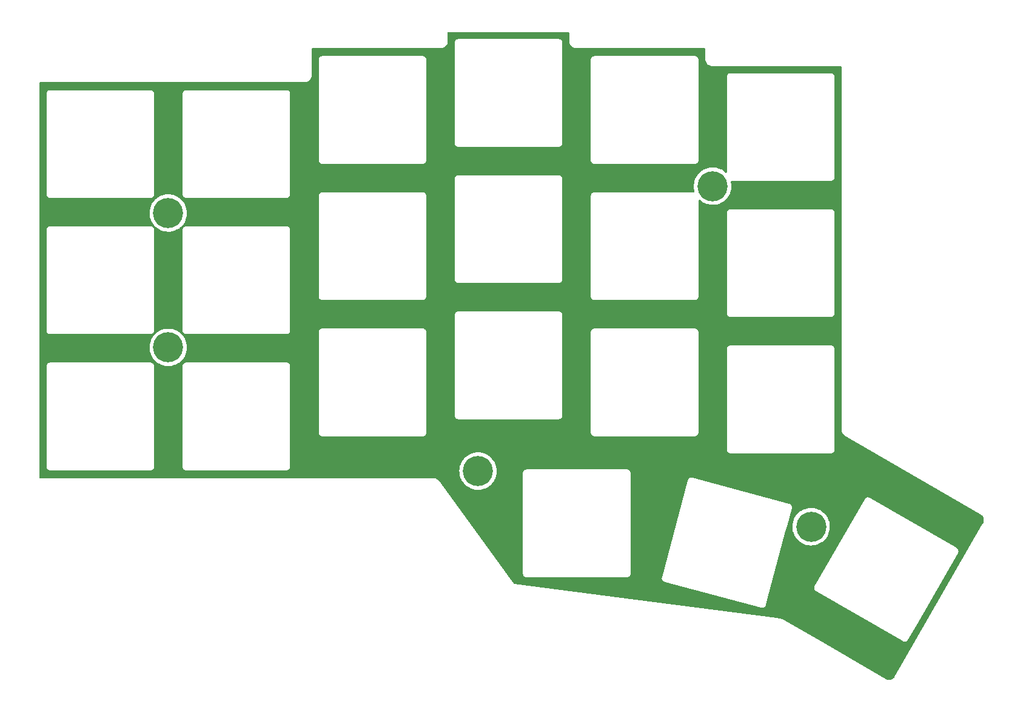
<source format=gbl>
G04 #@! TF.GenerationSoftware,KiCad,Pcbnew,(6.0.10)*
G04 #@! TF.CreationDate,2023-01-17T19:16:54+01:00*
G04 #@! TF.ProjectId,corne-top-plate,636f726e-652d-4746-9f70-2d706c617465,2.1*
G04 #@! TF.SameCoordinates,Original*
G04 #@! TF.FileFunction,Copper,L2,Bot*
G04 #@! TF.FilePolarity,Positive*
%FSLAX46Y46*%
G04 Gerber Fmt 4.6, Leading zero omitted, Abs format (unit mm)*
G04 Created by KiCad (PCBNEW (6.0.10)) date 2023-01-17 19:16:54*
%MOMM*%
%LPD*%
G01*
G04 APERTURE LIST*
G04 #@! TA.AperFunction,ComponentPad*
%ADD10C,4.200000*%
G04 #@! TD*
G04 APERTURE END LIST*
D10*
X169250000Y-130500000D03*
X79500000Y-105500000D03*
X155500000Y-83000000D03*
X79500000Y-86750000D03*
X122750000Y-122750000D03*
G04 #@! TA.AperFunction,NonConductor*
G36*
X135433621Y-61528502D02*
G01*
X135480114Y-61582158D01*
X135491500Y-61634500D01*
X135491500Y-62700633D01*
X135490000Y-62720018D01*
X135487690Y-62734851D01*
X135487690Y-62734855D01*
X135486309Y-62743724D01*
X135488345Y-62759290D01*
X135488929Y-62764644D01*
X135490009Y-62776983D01*
X135503028Y-62925793D01*
X135548700Y-63096245D01*
X135551022Y-63101226D01*
X135551023Y-63101227D01*
X135620951Y-63251189D01*
X135620954Y-63251194D01*
X135623277Y-63256176D01*
X135724493Y-63400727D01*
X135849273Y-63525507D01*
X135853781Y-63528664D01*
X135853784Y-63528666D01*
X135913126Y-63570217D01*
X135993824Y-63626723D01*
X135998806Y-63629046D01*
X135998811Y-63629049D01*
X136148773Y-63698977D01*
X136153755Y-63701300D01*
X136159063Y-63702722D01*
X136159065Y-63702723D01*
X136318892Y-63745548D01*
X136318893Y-63745548D01*
X136324207Y-63746972D01*
X136453712Y-63758302D01*
X136463626Y-63759568D01*
X136472689Y-63761093D01*
X136482656Y-63762770D01*
X136482658Y-63762770D01*
X136487448Y-63763576D01*
X136493724Y-63763653D01*
X136495140Y-63763670D01*
X136495143Y-63763670D01*
X136500000Y-63763729D01*
X136527624Y-63759773D01*
X136545486Y-63758500D01*
X154365500Y-63758500D01*
X154433621Y-63778502D01*
X154480114Y-63832158D01*
X154491500Y-63884500D01*
X154491500Y-65200633D01*
X154490000Y-65220018D01*
X154487690Y-65234851D01*
X154487690Y-65234855D01*
X154486309Y-65243724D01*
X154488345Y-65259290D01*
X154488929Y-65264644D01*
X154489462Y-65270732D01*
X154503028Y-65425793D01*
X154548700Y-65596245D01*
X154551022Y-65601226D01*
X154551023Y-65601227D01*
X154620951Y-65751189D01*
X154620954Y-65751194D01*
X154623277Y-65756176D01*
X154724493Y-65900727D01*
X154849273Y-66025507D01*
X154853781Y-66028664D01*
X154853784Y-66028666D01*
X154913126Y-66070217D01*
X154993824Y-66126723D01*
X154998806Y-66129046D01*
X154998811Y-66129049D01*
X155148773Y-66198977D01*
X155153755Y-66201300D01*
X155159063Y-66202722D01*
X155159065Y-66202723D01*
X155318892Y-66245548D01*
X155318893Y-66245548D01*
X155324207Y-66246972D01*
X155453712Y-66258302D01*
X155463626Y-66259568D01*
X155474556Y-66261407D01*
X155482656Y-66262770D01*
X155482658Y-66262770D01*
X155487448Y-66263576D01*
X155493724Y-66263652D01*
X155495140Y-66263670D01*
X155495143Y-66263670D01*
X155500000Y-66263729D01*
X155527624Y-66259773D01*
X155545486Y-66258500D01*
X173365493Y-66258500D01*
X173433614Y-66278502D01*
X173480107Y-66332158D01*
X173491493Y-66384505D01*
X173490266Y-89196386D01*
X173488784Y-116766264D01*
X173487599Y-116783495D01*
X173483559Y-116812739D01*
X173483775Y-116825290D01*
X173486168Y-116839096D01*
X173486287Y-116839782D01*
X173487434Y-116847997D01*
X173504620Y-117009844D01*
X173506986Y-117032127D01*
X173560183Y-117233246D01*
X173643371Y-117423926D01*
X173754612Y-117599723D01*
X173891313Y-117756541D01*
X174019058Y-117864366D01*
X174019280Y-117864553D01*
X174027625Y-117872268D01*
X174032745Y-117877448D01*
X174039477Y-117884260D01*
X174043386Y-117887151D01*
X174043392Y-117887156D01*
X174045104Y-117888421D01*
X174049570Y-117891724D01*
X174103394Y-117919909D01*
X174107935Y-117922407D01*
X192955425Y-128802245D01*
X192965653Y-128809757D01*
X192965865Y-128809448D01*
X192973268Y-128814527D01*
X192979876Y-128820604D01*
X192989809Y-128825514D01*
X193013933Y-128841088D01*
X193111750Y-128921414D01*
X193129248Y-128938932D01*
X193222869Y-129053192D01*
X193236604Y-129073794D01*
X193306069Y-129204151D01*
X193315510Y-129227039D01*
X193358144Y-129368481D01*
X193362923Y-129392764D01*
X193377072Y-129539806D01*
X193377010Y-129564563D01*
X193375824Y-129576276D01*
X193362129Y-129711530D01*
X193357226Y-129735800D01*
X193313892Y-129877014D01*
X193304337Y-129899857D01*
X193247479Y-130005290D01*
X193238138Y-130018342D01*
X193238730Y-130018752D01*
X193233622Y-130026136D01*
X193227521Y-130032718D01*
X193203098Y-130081646D01*
X193199574Y-130088211D01*
X183773678Y-146460807D01*
X180891822Y-151466535D01*
X180884448Y-151476586D01*
X180884799Y-151476826D01*
X180879722Y-151484227D01*
X180873645Y-151490835D01*
X180868735Y-151500768D01*
X180853158Y-151524895D01*
X180772839Y-151622704D01*
X180755321Y-151640203D01*
X180641069Y-151733818D01*
X180620465Y-151747554D01*
X180614569Y-151750696D01*
X180490110Y-151817015D01*
X180467220Y-151826455D01*
X180325796Y-151869081D01*
X180301501Y-151873863D01*
X180259840Y-151877871D01*
X180154469Y-151888007D01*
X180129717Y-151887945D01*
X180028222Y-151877666D01*
X179982751Y-151873060D01*
X179958479Y-151868155D01*
X179817281Y-151824819D01*
X179794438Y-151815264D01*
X179688821Y-151758301D01*
X179675946Y-151749090D01*
X179675522Y-151749703D01*
X179668137Y-151744594D01*
X179661553Y-151738490D01*
X179613110Y-151714306D01*
X179606346Y-151710668D01*
X179239880Y-151498879D01*
X170693099Y-146559510D01*
X165390437Y-143494987D01*
X165380300Y-143487530D01*
X165380074Y-143487858D01*
X165372675Y-143482770D01*
X165366076Y-143476689D01*
X165358036Y-143472704D01*
X165358034Y-143472703D01*
X165318414Y-143453067D01*
X165311323Y-143449266D01*
X165297825Y-143441465D01*
X165293664Y-143439794D01*
X165293657Y-143439791D01*
X165287543Y-143437336D01*
X165278543Y-143433306D01*
X165239931Y-143414170D01*
X165239922Y-143414167D01*
X165235567Y-143412008D01*
X165230932Y-143410546D01*
X165230928Y-143410544D01*
X165228231Y-143409693D01*
X165228226Y-143409692D01*
X165223596Y-143408231D01*
X165218795Y-143407499D01*
X165214045Y-143406395D01*
X165214053Y-143406360D01*
X165212286Y-143406010D01*
X165205211Y-143404282D01*
X165196884Y-143400939D01*
X165187955Y-143400067D01*
X165187954Y-143400067D01*
X165187071Y-143399981D01*
X165166824Y-143396316D01*
X165104287Y-143379625D01*
X164975341Y-143345210D01*
X164973347Y-143344815D01*
X164973343Y-143344814D01*
X164726215Y-143295852D01*
X164726202Y-143295850D01*
X164724214Y-143295456D01*
X164515983Y-143268159D01*
X164499431Y-143264848D01*
X164487863Y-143261716D01*
X164487858Y-143261715D01*
X164483160Y-143260443D01*
X164470683Y-143259066D01*
X164463051Y-143259406D01*
X164452936Y-143259856D01*
X164431078Y-143258928D01*
X144717290Y-140694431D01*
X127825099Y-138496985D01*
X127822021Y-138496546D01*
X127813358Y-138495197D01*
X127809827Y-138494647D01*
X127745597Y-138464399D01*
X127727414Y-138444389D01*
X127188505Y-137705402D01*
X148405189Y-137705402D01*
X148406664Y-137714262D01*
X148409404Y-137730727D01*
X148411097Y-137749323D01*
X148411523Y-137774997D01*
X148420295Y-137803245D01*
X148424251Y-137819918D01*
X148429105Y-137849083D01*
X148433006Y-137857170D01*
X148433006Y-137857171D01*
X148440259Y-137872208D01*
X148447103Y-137889583D01*
X148452053Y-137905526D01*
X148452055Y-137905531D01*
X148454717Y-137914103D01*
X148459680Y-137921587D01*
X148459681Y-137921589D01*
X148471056Y-137938743D01*
X148479535Y-137953638D01*
X148488484Y-137972191D01*
X148492384Y-137980276D01*
X148498394Y-137986939D01*
X148509586Y-137999348D01*
X148521026Y-138014097D01*
X148535216Y-138035495D01*
X148542076Y-138041282D01*
X148542077Y-138041283D01*
X148557816Y-138054560D01*
X148570134Y-138066476D01*
X148589943Y-138088437D01*
X148611809Y-138101915D01*
X148626930Y-138112862D01*
X148646551Y-138129413D01*
X148654763Y-138133043D01*
X148654762Y-138133043D01*
X148673597Y-138141370D01*
X148688761Y-138149348D01*
X148713937Y-138164867D01*
X148745132Y-138173430D01*
X148747141Y-138173982D01*
X148747899Y-138174219D01*
X148748912Y-138174667D01*
X148778924Y-138182709D01*
X148779624Y-138182899D01*
X148847222Y-138201455D01*
X148854399Y-138203425D01*
X148855799Y-138203402D01*
X148857116Y-138203660D01*
X162302018Y-141806212D01*
X162302761Y-141806414D01*
X162377360Y-141826892D01*
X162406933Y-141826401D01*
X162424040Y-141827283D01*
X162441125Y-141829336D01*
X162444487Y-141829740D01*
X162444488Y-141829740D01*
X162453403Y-141830811D01*
X162466492Y-141828632D01*
X162478729Y-141826596D01*
X162497324Y-141824903D01*
X162514020Y-141824626D01*
X162514021Y-141824626D01*
X162522997Y-141824477D01*
X162551241Y-141815707D01*
X162567908Y-141811752D01*
X162588229Y-141808370D01*
X162588231Y-141808369D01*
X162597083Y-141806896D01*
X162620214Y-141795739D01*
X162637584Y-141788897D01*
X162662103Y-141781283D01*
X162669579Y-141776325D01*
X162669586Y-141776322D01*
X162686740Y-141764946D01*
X162701635Y-141756467D01*
X162720192Y-141747516D01*
X162720194Y-141747515D01*
X162728277Y-141743616D01*
X162734938Y-141737608D01*
X162734941Y-141737606D01*
X162747350Y-141726413D01*
X162762100Y-141714972D01*
X162783495Y-141700784D01*
X162802560Y-141678184D01*
X162814476Y-141665866D01*
X162829774Y-141652067D01*
X162836437Y-141646057D01*
X162849919Y-141624186D01*
X162860854Y-141609079D01*
X162877413Y-141589449D01*
X162889369Y-141562406D01*
X162897342Y-141547251D01*
X162912868Y-141522063D01*
X162921986Y-141488847D01*
X162922221Y-141488096D01*
X162922667Y-141487088D01*
X162923441Y-141484201D01*
X162930663Y-141457250D01*
X162930864Y-141456508D01*
X162950379Y-141385418D01*
X162950380Y-141385411D01*
X162951426Y-141381602D01*
X162951403Y-141380198D01*
X162951662Y-141378875D01*
X163135059Y-140694431D01*
X163570195Y-139070482D01*
X169674622Y-139070482D01*
X169676296Y-139079298D01*
X169676296Y-139079302D01*
X169679411Y-139095708D01*
X169681526Y-139114265D01*
X169682533Y-139139916D01*
X169685388Y-139148423D01*
X169691939Y-139167945D01*
X169696274Y-139184529D01*
X169701790Y-139213583D01*
X169713472Y-139236460D01*
X169720703Y-139253664D01*
X169728871Y-139278006D01*
X169733997Y-139285367D01*
X169733999Y-139285372D01*
X169745770Y-139302276D01*
X169754581Y-139316968D01*
X169768031Y-139343308D01*
X169781432Y-139357504D01*
X169785654Y-139361977D01*
X169797429Y-139376466D01*
X169806976Y-139390176D01*
X169812104Y-139397540D01*
X169819090Y-139403167D01*
X169819091Y-139403168D01*
X169835138Y-139416093D01*
X169847724Y-139427728D01*
X169868018Y-139449226D01*
X169875762Y-139453760D01*
X169875764Y-139453762D01*
X169897722Y-139466619D01*
X169898405Y-139467052D01*
X169899265Y-139467745D01*
X169901851Y-139469238D01*
X169926217Y-139483306D01*
X169926882Y-139483693D01*
X169990311Y-139520833D01*
X169990317Y-139520836D01*
X169993714Y-139522825D01*
X169995071Y-139523165D01*
X169996281Y-139523757D01*
X182050659Y-146483356D01*
X182050913Y-146483503D01*
X182118070Y-146522825D01*
X182126779Y-146525005D01*
X182126783Y-146525006D01*
X182146762Y-146530006D01*
X182163062Y-146535286D01*
X182190507Y-146546291D01*
X182216064Y-146548774D01*
X182234459Y-146551951D01*
X182259371Y-146558185D01*
X182288920Y-146557024D01*
X182306049Y-146557518D01*
X182315782Y-146558464D01*
X182326547Y-146559510D01*
X182326549Y-146559510D01*
X182335482Y-146560378D01*
X182360706Y-146555589D01*
X182379258Y-146553475D01*
X182389506Y-146553072D01*
X182404916Y-146552467D01*
X182432951Y-146543059D01*
X182449535Y-146538724D01*
X182469766Y-146534883D01*
X182478583Y-146533209D01*
X182490405Y-146527173D01*
X182501449Y-146521534D01*
X182518659Y-146514300D01*
X182534496Y-146508985D01*
X182534498Y-146508984D01*
X182543006Y-146506129D01*
X182567274Y-146489231D01*
X182581972Y-146480417D01*
X182600314Y-146471051D01*
X182608308Y-146466969D01*
X182626977Y-146449346D01*
X182641466Y-146437571D01*
X182655176Y-146428024D01*
X182655177Y-146428023D01*
X182662540Y-146422896D01*
X182681093Y-146399862D01*
X182692728Y-146387276D01*
X182707699Y-146373143D01*
X182714226Y-146366982D01*
X182731621Y-146337275D01*
X182732050Y-146336598D01*
X182732745Y-146335735D01*
X182748323Y-146308754D01*
X182748697Y-146308112D01*
X182785832Y-146244689D01*
X182785835Y-146244684D01*
X182787824Y-146241286D01*
X182788163Y-146239931D01*
X182788756Y-146238721D01*
X183907469Y-144301054D01*
X189748255Y-134184516D01*
X189748616Y-134183893D01*
X189783290Y-134124674D01*
X189783291Y-134124673D01*
X189787824Y-134116930D01*
X189795003Y-134088244D01*
X189800285Y-134071940D01*
X189807948Y-134052829D01*
X189811291Y-134044493D01*
X189813774Y-134018939D01*
X189816952Y-134000537D01*
X189821006Y-133984339D01*
X189821007Y-133984334D01*
X189823185Y-133975629D01*
X189822024Y-133946080D01*
X189822518Y-133928948D01*
X189824510Y-133908453D01*
X189824510Y-133908451D01*
X189825378Y-133899518D01*
X189820589Y-133874294D01*
X189818475Y-133855742D01*
X189817819Y-133839054D01*
X189817467Y-133830084D01*
X189808058Y-133802042D01*
X189803725Y-133785468D01*
X189799883Y-133765234D01*
X189798209Y-133756417D01*
X189786529Y-133733542D01*
X189779299Y-133716343D01*
X189771128Y-133691994D01*
X189754231Y-133667726D01*
X189745421Y-133653036D01*
X189731969Y-133626692D01*
X189714340Y-133608017D01*
X189702567Y-133593531D01*
X189687895Y-133572460D01*
X189680908Y-133566832D01*
X189680903Y-133566827D01*
X189664866Y-133553910D01*
X189652280Y-133542276D01*
X189650730Y-133540634D01*
X189631982Y-133520774D01*
X189602253Y-133503367D01*
X189601601Y-133502953D01*
X189600734Y-133502255D01*
X189573679Y-133486635D01*
X189573377Y-133486459D01*
X189506286Y-133447176D01*
X189504927Y-133446836D01*
X189503726Y-133446248D01*
X177449508Y-126486742D01*
X177448842Y-126486355D01*
X177447679Y-126485674D01*
X177381930Y-126447176D01*
X177373225Y-126444998D01*
X177373221Y-126444996D01*
X177358463Y-126441303D01*
X177353246Y-126439998D01*
X177336942Y-126434716D01*
X177309492Y-126423709D01*
X177283937Y-126421226D01*
X177265536Y-126418048D01*
X177249338Y-126413994D01*
X177249335Y-126413994D01*
X177240629Y-126411815D01*
X177231661Y-126412167D01*
X177231658Y-126412167D01*
X177214880Y-126412827D01*
X177211080Y-126412976D01*
X177193951Y-126412482D01*
X177164518Y-126409622D01*
X177155702Y-126411296D01*
X177155698Y-126411296D01*
X177139292Y-126414411D01*
X177120735Y-126416526D01*
X177095084Y-126417533D01*
X177086573Y-126420389D01*
X177067053Y-126426939D01*
X177050468Y-126431275D01*
X177021417Y-126436790D01*
X176998541Y-126448471D01*
X176981329Y-126455706D01*
X176965507Y-126461015D01*
X176965505Y-126461016D01*
X176956994Y-126463872D01*
X176949625Y-126469003D01*
X176949623Y-126469004D01*
X176932729Y-126480767D01*
X176918036Y-126489579D01*
X176891692Y-126503031D01*
X176876103Y-126517747D01*
X176873017Y-126520660D01*
X176858531Y-126532433D01*
X176837460Y-126547105D01*
X176831832Y-126554092D01*
X176831827Y-126554097D01*
X176818910Y-126570134D01*
X176807276Y-126582720D01*
X176792301Y-126596856D01*
X176792299Y-126596858D01*
X176785774Y-126603018D01*
X176781240Y-126610762D01*
X176781238Y-126610764D01*
X176768372Y-126632737D01*
X176767948Y-126633405D01*
X176767255Y-126634266D01*
X176765764Y-126636849D01*
X176765758Y-126636858D01*
X176751748Y-126661125D01*
X176751468Y-126661608D01*
X176712175Y-126728714D01*
X176711835Y-126730074D01*
X176711242Y-126731283D01*
X169751644Y-138785659D01*
X169751497Y-138785913D01*
X169712175Y-138853070D01*
X169709996Y-138861779D01*
X169704996Y-138881759D01*
X169699715Y-138898062D01*
X169688709Y-138925508D01*
X169687841Y-138934442D01*
X169686226Y-138951062D01*
X169683049Y-138969459D01*
X169676815Y-138994371D01*
X169677168Y-139003343D01*
X169677976Y-139023918D01*
X169677482Y-139041049D01*
X169674622Y-139070482D01*
X163570195Y-139070482D01*
X165604555Y-131478147D01*
X165873982Y-130472634D01*
X166636875Y-130472634D01*
X166652514Y-130786765D01*
X166653155Y-130790496D01*
X166653156Y-130790504D01*
X166705133Y-131092997D01*
X166705135Y-131093005D01*
X166705777Y-131096742D01*
X166795895Y-131398075D01*
X166921561Y-131686399D01*
X167080955Y-131957537D01*
X167083256Y-131960552D01*
X167269469Y-132204550D01*
X167269474Y-132204555D01*
X167271769Y-132207563D01*
X167491238Y-132432854D01*
X167558642Y-132487145D01*
X167733230Y-132627769D01*
X167733235Y-132627773D01*
X167736183Y-132630147D01*
X167739403Y-132632155D01*
X167999829Y-132794573D01*
X167999836Y-132794577D01*
X168003056Y-132796585D01*
X168287992Y-132929755D01*
X168291602Y-132930938D01*
X168291606Y-132930940D01*
X168379762Y-132959839D01*
X168586862Y-133027730D01*
X168895339Y-133089090D01*
X168899111Y-133089377D01*
X168899119Y-133089378D01*
X169205176Y-133112659D01*
X169205181Y-133112659D01*
X169208953Y-133112946D01*
X169523161Y-133098952D01*
X169526899Y-133098330D01*
X169526907Y-133098329D01*
X169677897Y-133073197D01*
X169833412Y-133047312D01*
X170135213Y-132958774D01*
X170424191Y-132834619D01*
X170427468Y-132832715D01*
X170427475Y-132832712D01*
X170585231Y-132741079D01*
X170696160Y-132676646D01*
X170785099Y-132609504D01*
X170944156Y-132489430D01*
X170944162Y-132489425D01*
X170947182Y-132487145D01*
X171173619Y-132268858D01*
X171372192Y-132024950D01*
X171540024Y-131758951D01*
X171674685Y-131474717D01*
X171774223Y-131176364D01*
X171837197Y-130868213D01*
X171862695Y-130554728D01*
X171863268Y-130500000D01*
X171844341Y-130186050D01*
X171787834Y-129876648D01*
X171694566Y-129576276D01*
X171565887Y-129289283D01*
X171403663Y-129019829D01*
X171401336Y-129016845D01*
X171401331Y-129016838D01*
X171212572Y-128774803D01*
X171212566Y-128774796D01*
X171210241Y-128771815D01*
X170988425Y-128548834D01*
X170741428Y-128354117D01*
X170472826Y-128190484D01*
X170323262Y-128122481D01*
X170189963Y-128061873D01*
X170189955Y-128061870D01*
X170186511Y-128060304D01*
X169886631Y-127965464D01*
X169716180Y-127933411D01*
X169581253Y-127908038D01*
X169581248Y-127908037D01*
X169577529Y-127907338D01*
X169263683Y-127886768D01*
X169259903Y-127886976D01*
X169259902Y-127886976D01*
X169168331Y-127892016D01*
X168949638Y-127904051D01*
X168945911Y-127904712D01*
X168945907Y-127904712D01*
X168836248Y-127924147D01*
X168639945Y-127958937D01*
X168636329Y-127960039D01*
X168636321Y-127960041D01*
X168342712Y-128049526D01*
X168342705Y-128049529D01*
X168339088Y-128050631D01*
X168051426Y-128177805D01*
X168048172Y-128179741D01*
X168048166Y-128179744D01*
X167848238Y-128298689D01*
X167781125Y-128338617D01*
X167532102Y-128530737D01*
X167529403Y-128533393D01*
X167529404Y-128533393D01*
X167347711Y-128712254D01*
X167307963Y-128751382D01*
X167291681Y-128771815D01*
X167114321Y-128994388D01*
X167114315Y-128994397D01*
X167111956Y-128997357D01*
X166946918Y-129265098D01*
X166815241Y-129550727D01*
X166718833Y-129850107D01*
X166718114Y-129853823D01*
X166718112Y-129853831D01*
X166659808Y-130155181D01*
X166659807Y-130155190D01*
X166659089Y-130158900D01*
X166658822Y-130162676D01*
X166658821Y-130162681D01*
X166656899Y-130189828D01*
X166636875Y-130472634D01*
X165873982Y-130472634D01*
X166554166Y-127934154D01*
X166554368Y-127933411D01*
X166572517Y-127867296D01*
X166574893Y-127858641D01*
X166574402Y-127829066D01*
X166575285Y-127811952D01*
X166577740Y-127791515D01*
X166577740Y-127791513D01*
X166578811Y-127782597D01*
X166577337Y-127773742D01*
X166577337Y-127773738D01*
X166574596Y-127757272D01*
X166572903Y-127738676D01*
X166572626Y-127721974D01*
X166572626Y-127721973D01*
X166572477Y-127713003D01*
X166563708Y-127684760D01*
X166559751Y-127668085D01*
X166556371Y-127647776D01*
X166556370Y-127647773D01*
X166554896Y-127638917D01*
X166543742Y-127615792D01*
X166536898Y-127598417D01*
X166531947Y-127582472D01*
X166531946Y-127582470D01*
X166529284Y-127573897D01*
X166512944Y-127549257D01*
X166504464Y-127534360D01*
X166495516Y-127515807D01*
X166495513Y-127515802D01*
X166491616Y-127507723D01*
X166485608Y-127501062D01*
X166485606Y-127501059D01*
X166474415Y-127488652D01*
X166462973Y-127473900D01*
X166453745Y-127459986D01*
X166448784Y-127452505D01*
X166426184Y-127433440D01*
X166413866Y-127421524D01*
X166400067Y-127406226D01*
X166394057Y-127399563D01*
X166372186Y-127386081D01*
X166357079Y-127375146D01*
X166337449Y-127358587D01*
X166310406Y-127346631D01*
X166295251Y-127338658D01*
X166270063Y-127323132D01*
X166236847Y-127314014D01*
X166236096Y-127313779D01*
X166235088Y-127313333D01*
X166232211Y-127312562D01*
X166232201Y-127312559D01*
X166205250Y-127305337D01*
X166204508Y-127305136D01*
X166133417Y-127285621D01*
X166133414Y-127285620D01*
X166129602Y-127284574D01*
X166128199Y-127284597D01*
X166126877Y-127284338D01*
X152682155Y-123681834D01*
X152681412Y-123681632D01*
X152615297Y-123663483D01*
X152615296Y-123663483D01*
X152606641Y-123661107D01*
X152577067Y-123661598D01*
X152559953Y-123660715D01*
X152539516Y-123658260D01*
X152539514Y-123658260D01*
X152530598Y-123657189D01*
X152521743Y-123658663D01*
X152521740Y-123658663D01*
X152505274Y-123661404D01*
X152486677Y-123663097D01*
X152469974Y-123663374D01*
X152469972Y-123663374D01*
X152461003Y-123663523D01*
X152452436Y-123666183D01*
X152452430Y-123666184D01*
X152432757Y-123672293D01*
X152416079Y-123676251D01*
X152395770Y-123679631D01*
X152395767Y-123679632D01*
X152386917Y-123681105D01*
X152378838Y-123685002D01*
X152378828Y-123685005D01*
X152363794Y-123692257D01*
X152346419Y-123699101D01*
X152330474Y-123704052D01*
X152330469Y-123704055D01*
X152321897Y-123706716D01*
X152314416Y-123711677D01*
X152314412Y-123711679D01*
X152297253Y-123723058D01*
X152282356Y-123731538D01*
X152263812Y-123740482D01*
X152263807Y-123740485D01*
X152255724Y-123744384D01*
X152249058Y-123750396D01*
X152249057Y-123750397D01*
X152236660Y-123761579D01*
X152221911Y-123773020D01*
X152200505Y-123787216D01*
X152194719Y-123794075D01*
X152181440Y-123809816D01*
X152169524Y-123822134D01*
X152147563Y-123841943D01*
X152134085Y-123863809D01*
X152123138Y-123878930D01*
X152106587Y-123898551D01*
X152102957Y-123906762D01*
X152094630Y-123925597D01*
X152086652Y-123940761D01*
X152071133Y-123965937D01*
X152064688Y-123989416D01*
X152062018Y-123999141D01*
X152061781Y-123999899D01*
X152061333Y-124000912D01*
X152053303Y-124030882D01*
X152053101Y-124031624D01*
X152035362Y-124096245D01*
X152032575Y-124106399D01*
X152032598Y-124107799D01*
X152032340Y-124109116D01*
X148429788Y-137554017D01*
X148429586Y-137554760D01*
X148411484Y-137620704D01*
X148409108Y-137629360D01*
X148409257Y-137638330D01*
X148409599Y-137658926D01*
X148408717Y-137676039D01*
X148405189Y-137705402D01*
X127188505Y-137705402D01*
X126750457Y-137104721D01*
X129021024Y-137104721D01*
X129023491Y-137113352D01*
X129029150Y-137133153D01*
X129032728Y-137149915D01*
X129036920Y-137179187D01*
X129040634Y-137187355D01*
X129040634Y-137187356D01*
X129047548Y-137202562D01*
X129053996Y-137220086D01*
X129061051Y-137244771D01*
X129065843Y-137252365D01*
X129065844Y-137252368D01*
X129076830Y-137269780D01*
X129084969Y-137284863D01*
X129097208Y-137311782D01*
X129103069Y-137318584D01*
X129113970Y-137331235D01*
X129125073Y-137346239D01*
X129138776Y-137367958D01*
X129145501Y-137373897D01*
X129145504Y-137373901D01*
X129160938Y-137387532D01*
X129172982Y-137399724D01*
X129186427Y-137415327D01*
X129186430Y-137415329D01*
X129192287Y-137422127D01*
X129199816Y-137427007D01*
X129199817Y-137427008D01*
X129213835Y-137436094D01*
X129228709Y-137447385D01*
X129241217Y-137458431D01*
X129247951Y-137464378D01*
X129274711Y-137476942D01*
X129289691Y-137485263D01*
X129306983Y-137496471D01*
X129306988Y-137496473D01*
X129314515Y-137501352D01*
X129323108Y-137503922D01*
X129323113Y-137503924D01*
X129339120Y-137508711D01*
X129356564Y-137515372D01*
X129371676Y-137522467D01*
X129371678Y-137522468D01*
X129379800Y-137526281D01*
X129388667Y-137527662D01*
X129388668Y-137527662D01*
X129391353Y-137528080D01*
X129409017Y-137530830D01*
X129425732Y-137534613D01*
X129445466Y-137540515D01*
X129445472Y-137540516D01*
X129454066Y-137543086D01*
X129463037Y-137543141D01*
X129463038Y-137543141D01*
X129473097Y-137543202D01*
X129488506Y-137543296D01*
X129489289Y-137543329D01*
X129490386Y-137543500D01*
X129521377Y-137543500D01*
X129522147Y-137543502D01*
X129595785Y-137543952D01*
X129595786Y-137543952D01*
X129599721Y-137543976D01*
X129601065Y-137543592D01*
X129602410Y-137543500D01*
X143521377Y-137543500D01*
X143522148Y-137543502D01*
X143599721Y-137543976D01*
X143628152Y-137535850D01*
X143644915Y-137532272D01*
X143645753Y-137532152D01*
X143674187Y-137528080D01*
X143697564Y-137517451D01*
X143715087Y-137511004D01*
X143739771Y-137503949D01*
X143747365Y-137499157D01*
X143747368Y-137499156D01*
X143764780Y-137488170D01*
X143779865Y-137480030D01*
X143806782Y-137467792D01*
X143826235Y-137451030D01*
X143841239Y-137439927D01*
X143862958Y-137426224D01*
X143868897Y-137419499D01*
X143868901Y-137419496D01*
X143882532Y-137404062D01*
X143894724Y-137392018D01*
X143910327Y-137378573D01*
X143910329Y-137378570D01*
X143917127Y-137372713D01*
X143931094Y-137351165D01*
X143942385Y-137336291D01*
X143953431Y-137323783D01*
X143953432Y-137323782D01*
X143959378Y-137317049D01*
X143971943Y-137290287D01*
X143980263Y-137275309D01*
X143991471Y-137258017D01*
X143991473Y-137258012D01*
X143996352Y-137250485D01*
X143998922Y-137241892D01*
X143998924Y-137241887D01*
X144003711Y-137225880D01*
X144010372Y-137208436D01*
X144017467Y-137193324D01*
X144017468Y-137193322D01*
X144021281Y-137185200D01*
X144025830Y-137155983D01*
X144029613Y-137139268D01*
X144035515Y-137119534D01*
X144035516Y-137119528D01*
X144038086Y-137110934D01*
X144038296Y-137076494D01*
X144038329Y-137075711D01*
X144038500Y-137074614D01*
X144038500Y-137043623D01*
X144038502Y-137042853D01*
X144038952Y-136969215D01*
X144038952Y-136969214D01*
X144038976Y-136965279D01*
X144038592Y-136963935D01*
X144038500Y-136962590D01*
X144038500Y-123043623D01*
X144038502Y-123042853D01*
X144038800Y-122994102D01*
X144038976Y-122965279D01*
X144030850Y-122936847D01*
X144027272Y-122920085D01*
X144024352Y-122899698D01*
X144023080Y-122890813D01*
X144012451Y-122867436D01*
X144006004Y-122849913D01*
X144001416Y-122833862D01*
X143998949Y-122825229D01*
X143994156Y-122817632D01*
X143983170Y-122800220D01*
X143975030Y-122785135D01*
X143972564Y-122779711D01*
X143962792Y-122758218D01*
X143946030Y-122738765D01*
X143934927Y-122723761D01*
X143921224Y-122702042D01*
X143914499Y-122696103D01*
X143914496Y-122696099D01*
X143899062Y-122682468D01*
X143887018Y-122670276D01*
X143873573Y-122654673D01*
X143873570Y-122654671D01*
X143867713Y-122647873D01*
X143854009Y-122638990D01*
X143846165Y-122633906D01*
X143831291Y-122622615D01*
X143818783Y-122611569D01*
X143818782Y-122611568D01*
X143812049Y-122605622D01*
X143785287Y-122593057D01*
X143770309Y-122584737D01*
X143753017Y-122573529D01*
X143753012Y-122573527D01*
X143745485Y-122568648D01*
X143736892Y-122566078D01*
X143736887Y-122566076D01*
X143720880Y-122561289D01*
X143703436Y-122554628D01*
X143688324Y-122547533D01*
X143688322Y-122547532D01*
X143680200Y-122543719D01*
X143671333Y-122542338D01*
X143671332Y-122542338D01*
X143660478Y-122540648D01*
X143650983Y-122539170D01*
X143634268Y-122535387D01*
X143614534Y-122529485D01*
X143614528Y-122529484D01*
X143605934Y-122526914D01*
X143596963Y-122526859D01*
X143596962Y-122526859D01*
X143586903Y-122526798D01*
X143571494Y-122526704D01*
X143570711Y-122526671D01*
X143569614Y-122526500D01*
X143538623Y-122526500D01*
X143537853Y-122526498D01*
X143464215Y-122526048D01*
X143464214Y-122526048D01*
X143460279Y-122526024D01*
X143458935Y-122526408D01*
X143457590Y-122526500D01*
X129538623Y-122526500D01*
X129537853Y-122526498D01*
X129537037Y-122526493D01*
X129460279Y-122526024D01*
X129442218Y-122531186D01*
X129431847Y-122534150D01*
X129415085Y-122537728D01*
X129385813Y-122541920D01*
X129377645Y-122545634D01*
X129377644Y-122545634D01*
X129362438Y-122552548D01*
X129344914Y-122558996D01*
X129320229Y-122566051D01*
X129312635Y-122570843D01*
X129312632Y-122570844D01*
X129295220Y-122581830D01*
X129280137Y-122589969D01*
X129253218Y-122602208D01*
X129246416Y-122608069D01*
X129233765Y-122618970D01*
X129218761Y-122630073D01*
X129197042Y-122643776D01*
X129191103Y-122650501D01*
X129191099Y-122650504D01*
X129177468Y-122665938D01*
X129165276Y-122677982D01*
X129149673Y-122691427D01*
X129149671Y-122691430D01*
X129142873Y-122697287D01*
X129137993Y-122704816D01*
X129137992Y-122704817D01*
X129128906Y-122718835D01*
X129117615Y-122733709D01*
X129106569Y-122746217D01*
X129100622Y-122752951D01*
X129094312Y-122766391D01*
X129088058Y-122779711D01*
X129079737Y-122794691D01*
X129068529Y-122811983D01*
X129068527Y-122811988D01*
X129063648Y-122819515D01*
X129061078Y-122828108D01*
X129061076Y-122828113D01*
X129056289Y-122844120D01*
X129049628Y-122861564D01*
X129042533Y-122876676D01*
X129038719Y-122884800D01*
X129037338Y-122893667D01*
X129037338Y-122893668D01*
X129034170Y-122914015D01*
X129030387Y-122930732D01*
X129024485Y-122950466D01*
X129024484Y-122950472D01*
X129021914Y-122959066D01*
X129021859Y-122968037D01*
X129021859Y-122968038D01*
X129021704Y-122993497D01*
X129021671Y-122994289D01*
X129021500Y-122995386D01*
X129021500Y-123026377D01*
X129021498Y-123027147D01*
X129021024Y-123104721D01*
X129021408Y-123106065D01*
X129021500Y-123107410D01*
X129021500Y-137026377D01*
X129021498Y-137027147D01*
X129021024Y-137104721D01*
X126750457Y-137104721D01*
X117268661Y-124102661D01*
X117267824Y-124101499D01*
X117228409Y-124046140D01*
X117228406Y-124046136D01*
X117225582Y-124042170D01*
X117216814Y-124033186D01*
X117212921Y-124030268D01*
X117198041Y-124019115D01*
X117183361Y-124006219D01*
X117182683Y-124005523D01*
X117166991Y-123989416D01*
X117159177Y-123985004D01*
X117152062Y-123979525D01*
X117152126Y-123979442D01*
X117143965Y-123973732D01*
X117098381Y-123934800D01*
X117098371Y-123934793D01*
X117094614Y-123931584D01*
X117090402Y-123929003D01*
X117090398Y-123929000D01*
X116963485Y-123851228D01*
X116959265Y-123848642D01*
X116954695Y-123846749D01*
X116954691Y-123846747D01*
X116817180Y-123789788D01*
X116817178Y-123789787D01*
X116812607Y-123787894D01*
X116750673Y-123773025D01*
X116663065Y-123751992D01*
X116663059Y-123751991D01*
X116658252Y-123750837D01*
X116550977Y-123742394D01*
X116539985Y-123741039D01*
X116512552Y-123736424D01*
X116506207Y-123736347D01*
X116504860Y-123736330D01*
X116504857Y-123736330D01*
X116500000Y-123736271D01*
X116474058Y-123739986D01*
X116472376Y-123740227D01*
X116454514Y-123741500D01*
X61634500Y-123741500D01*
X61566379Y-123721498D01*
X61519886Y-123667842D01*
X61508500Y-123615500D01*
X61508500Y-122722634D01*
X120136875Y-122722634D01*
X120142923Y-122844120D01*
X120148218Y-122950466D01*
X120152514Y-123036765D01*
X120153155Y-123040496D01*
X120153156Y-123040504D01*
X120205133Y-123342997D01*
X120205135Y-123343005D01*
X120205777Y-123346742D01*
X120295895Y-123648075D01*
X120421561Y-123936399D01*
X120423484Y-123939670D01*
X120423486Y-123939674D01*
X120462197Y-124005523D01*
X120580955Y-124207537D01*
X120583256Y-124210552D01*
X120769469Y-124454550D01*
X120769474Y-124454555D01*
X120771769Y-124457563D01*
X120774413Y-124460277D01*
X120936558Y-124626723D01*
X120991238Y-124682854D01*
X121085155Y-124758500D01*
X121233230Y-124877769D01*
X121233235Y-124877773D01*
X121236183Y-124880147D01*
X121239403Y-124882155D01*
X121499829Y-125044573D01*
X121499836Y-125044577D01*
X121503056Y-125046585D01*
X121787992Y-125179755D01*
X121791602Y-125180938D01*
X121791606Y-125180940D01*
X121879762Y-125209839D01*
X122086862Y-125277730D01*
X122395339Y-125339090D01*
X122399111Y-125339377D01*
X122399119Y-125339378D01*
X122705176Y-125362659D01*
X122705181Y-125362659D01*
X122708953Y-125362946D01*
X123023161Y-125348952D01*
X123026899Y-125348330D01*
X123026907Y-125348329D01*
X123177897Y-125323197D01*
X123333412Y-125297312D01*
X123635213Y-125208774D01*
X123924191Y-125084619D01*
X123927468Y-125082715D01*
X123927475Y-125082712D01*
X124085231Y-124991079D01*
X124196160Y-124926646D01*
X124285099Y-124859504D01*
X124444156Y-124739430D01*
X124444162Y-124739425D01*
X124447182Y-124737145D01*
X124673619Y-124518858D01*
X124872192Y-124274950D01*
X124976825Y-124109116D01*
X125038001Y-124012158D01*
X125038004Y-124012152D01*
X125040024Y-124008951D01*
X125174685Y-123724717D01*
X125274223Y-123426364D01*
X125337197Y-123118213D01*
X125362695Y-122804728D01*
X125363268Y-122750000D01*
X125360019Y-122696099D01*
X125344569Y-122439828D01*
X125344569Y-122439824D01*
X125344341Y-122436050D01*
X125339325Y-122408584D01*
X125288514Y-122130370D01*
X125288513Y-122130366D01*
X125287834Y-122126648D01*
X125284783Y-122116820D01*
X125195688Y-121829891D01*
X125194566Y-121826276D01*
X125065887Y-121539283D01*
X124903663Y-121269829D01*
X124901336Y-121266845D01*
X124901331Y-121266838D01*
X124712572Y-121024803D01*
X124712566Y-121024796D01*
X124710241Y-121021815D01*
X124488425Y-120798834D01*
X124241428Y-120604117D01*
X123972826Y-120440484D01*
X123858454Y-120388482D01*
X123689963Y-120311873D01*
X123689955Y-120311870D01*
X123686511Y-120310304D01*
X123386631Y-120215464D01*
X123212888Y-120182792D01*
X123081253Y-120158038D01*
X123081248Y-120158037D01*
X123077529Y-120157338D01*
X122787366Y-120138320D01*
X122767467Y-120137016D01*
X122763683Y-120136768D01*
X122759903Y-120136976D01*
X122759902Y-120136976D01*
X122682714Y-120141224D01*
X122449638Y-120154051D01*
X122445911Y-120154712D01*
X122445907Y-120154712D01*
X122340287Y-120173431D01*
X122139945Y-120208937D01*
X122136329Y-120210039D01*
X122136321Y-120210041D01*
X121842712Y-120299526D01*
X121842705Y-120299529D01*
X121839088Y-120300631D01*
X121551426Y-120427805D01*
X121548172Y-120429741D01*
X121548166Y-120429744D01*
X121284384Y-120586678D01*
X121281125Y-120588617D01*
X121032102Y-120780737D01*
X120807963Y-121001382D01*
X120791681Y-121021815D01*
X120614321Y-121244388D01*
X120614315Y-121244397D01*
X120611956Y-121247357D01*
X120446918Y-121515098D01*
X120315241Y-121800727D01*
X120218833Y-122100107D01*
X120218114Y-122103823D01*
X120218112Y-122103831D01*
X120159808Y-122405181D01*
X120159807Y-122405190D01*
X120159089Y-122408900D01*
X120158822Y-122412676D01*
X120158821Y-122412681D01*
X120137796Y-122709629D01*
X120136875Y-122722634D01*
X61508500Y-122722634D01*
X61508500Y-122194721D01*
X62501024Y-122194721D01*
X62503491Y-122203352D01*
X62509150Y-122223153D01*
X62512728Y-122239915D01*
X62516920Y-122269187D01*
X62520634Y-122277355D01*
X62520634Y-122277356D01*
X62527548Y-122292562D01*
X62533996Y-122310086D01*
X62541051Y-122334771D01*
X62545843Y-122342365D01*
X62545844Y-122342368D01*
X62556830Y-122359780D01*
X62564969Y-122374863D01*
X62577208Y-122401782D01*
X62583069Y-122408584D01*
X62593970Y-122421235D01*
X62605073Y-122436239D01*
X62618776Y-122457958D01*
X62625501Y-122463897D01*
X62625504Y-122463901D01*
X62640938Y-122477532D01*
X62652982Y-122489724D01*
X62666427Y-122505327D01*
X62666430Y-122505329D01*
X62672287Y-122512127D01*
X62679816Y-122517007D01*
X62679817Y-122517008D01*
X62693835Y-122526094D01*
X62708709Y-122537385D01*
X62718050Y-122545634D01*
X62727951Y-122554378D01*
X62754711Y-122566942D01*
X62769691Y-122575263D01*
X62786983Y-122586471D01*
X62786988Y-122586473D01*
X62794515Y-122591352D01*
X62803108Y-122593922D01*
X62803113Y-122593924D01*
X62819120Y-122598711D01*
X62836564Y-122605372D01*
X62851676Y-122612467D01*
X62851678Y-122612468D01*
X62859800Y-122616281D01*
X62868667Y-122617662D01*
X62868668Y-122617662D01*
X62871353Y-122618080D01*
X62889017Y-122620830D01*
X62905732Y-122624613D01*
X62925466Y-122630515D01*
X62925472Y-122630516D01*
X62934066Y-122633086D01*
X62943037Y-122633141D01*
X62943038Y-122633141D01*
X62953097Y-122633202D01*
X62968506Y-122633296D01*
X62969289Y-122633329D01*
X62970386Y-122633500D01*
X63001377Y-122633500D01*
X63002147Y-122633502D01*
X63075785Y-122633952D01*
X63075786Y-122633952D01*
X63079721Y-122633976D01*
X63081065Y-122633592D01*
X63082410Y-122633500D01*
X77001377Y-122633500D01*
X77002148Y-122633502D01*
X77079721Y-122633976D01*
X77108152Y-122625850D01*
X77124915Y-122622272D01*
X77125753Y-122622152D01*
X77154187Y-122618080D01*
X77177564Y-122607451D01*
X77195087Y-122601004D01*
X77219771Y-122593949D01*
X77227365Y-122589157D01*
X77227368Y-122589156D01*
X77244780Y-122578170D01*
X77259865Y-122570030D01*
X77286782Y-122557792D01*
X77306235Y-122541030D01*
X77321239Y-122529927D01*
X77342958Y-122516224D01*
X77348897Y-122509499D01*
X77348901Y-122509496D01*
X77362532Y-122494062D01*
X77374724Y-122482018D01*
X77390327Y-122468573D01*
X77390329Y-122468570D01*
X77397127Y-122462713D01*
X77411094Y-122441165D01*
X77422385Y-122426291D01*
X77433431Y-122413783D01*
X77433432Y-122413782D01*
X77439378Y-122407049D01*
X77451943Y-122380287D01*
X77460263Y-122365309D01*
X77471471Y-122348017D01*
X77471473Y-122348012D01*
X77476352Y-122340485D01*
X77478922Y-122331892D01*
X77478924Y-122331887D01*
X77483711Y-122315880D01*
X77490372Y-122298436D01*
X77497467Y-122283324D01*
X77497468Y-122283322D01*
X77501281Y-122275200D01*
X77505830Y-122245983D01*
X77509613Y-122229268D01*
X77515515Y-122209534D01*
X77515516Y-122209528D01*
X77518086Y-122200934D01*
X77518124Y-122194721D01*
X81501024Y-122194721D01*
X81503491Y-122203352D01*
X81509150Y-122223153D01*
X81512728Y-122239915D01*
X81516920Y-122269187D01*
X81520634Y-122277355D01*
X81520634Y-122277356D01*
X81527548Y-122292562D01*
X81533996Y-122310086D01*
X81541051Y-122334771D01*
X81545843Y-122342365D01*
X81545844Y-122342368D01*
X81556830Y-122359780D01*
X81564969Y-122374863D01*
X81577208Y-122401782D01*
X81583069Y-122408584D01*
X81593970Y-122421235D01*
X81605073Y-122436239D01*
X81618776Y-122457958D01*
X81625501Y-122463897D01*
X81625504Y-122463901D01*
X81640938Y-122477532D01*
X81652982Y-122489724D01*
X81666427Y-122505327D01*
X81666430Y-122505329D01*
X81672287Y-122512127D01*
X81679816Y-122517007D01*
X81679817Y-122517008D01*
X81693835Y-122526094D01*
X81708709Y-122537385D01*
X81718050Y-122545634D01*
X81727951Y-122554378D01*
X81754711Y-122566942D01*
X81769691Y-122575263D01*
X81786983Y-122586471D01*
X81786988Y-122586473D01*
X81794515Y-122591352D01*
X81803108Y-122593922D01*
X81803113Y-122593924D01*
X81819120Y-122598711D01*
X81836564Y-122605372D01*
X81851676Y-122612467D01*
X81851678Y-122612468D01*
X81859800Y-122616281D01*
X81868667Y-122617662D01*
X81868668Y-122617662D01*
X81871353Y-122618080D01*
X81889017Y-122620830D01*
X81905732Y-122624613D01*
X81925466Y-122630515D01*
X81925472Y-122630516D01*
X81934066Y-122633086D01*
X81943037Y-122633141D01*
X81943038Y-122633141D01*
X81953097Y-122633202D01*
X81968506Y-122633296D01*
X81969289Y-122633329D01*
X81970386Y-122633500D01*
X82001377Y-122633500D01*
X82002147Y-122633502D01*
X82075785Y-122633952D01*
X82075786Y-122633952D01*
X82079721Y-122633976D01*
X82081065Y-122633592D01*
X82082410Y-122633500D01*
X96001377Y-122633500D01*
X96002148Y-122633502D01*
X96079721Y-122633976D01*
X96108152Y-122625850D01*
X96124915Y-122622272D01*
X96125753Y-122622152D01*
X96154187Y-122618080D01*
X96177564Y-122607451D01*
X96195087Y-122601004D01*
X96219771Y-122593949D01*
X96227365Y-122589157D01*
X96227368Y-122589156D01*
X96244780Y-122578170D01*
X96259865Y-122570030D01*
X96286782Y-122557792D01*
X96306235Y-122541030D01*
X96321239Y-122529927D01*
X96342958Y-122516224D01*
X96348897Y-122509499D01*
X96348901Y-122509496D01*
X96362532Y-122494062D01*
X96374724Y-122482018D01*
X96390327Y-122468573D01*
X96390329Y-122468570D01*
X96397127Y-122462713D01*
X96411094Y-122441165D01*
X96422385Y-122426291D01*
X96433431Y-122413783D01*
X96433432Y-122413782D01*
X96439378Y-122407049D01*
X96451943Y-122380287D01*
X96460263Y-122365309D01*
X96471471Y-122348017D01*
X96471473Y-122348012D01*
X96476352Y-122340485D01*
X96478922Y-122331892D01*
X96478924Y-122331887D01*
X96483711Y-122315880D01*
X96490372Y-122298436D01*
X96497467Y-122283324D01*
X96497468Y-122283322D01*
X96501281Y-122275200D01*
X96505830Y-122245983D01*
X96509613Y-122229268D01*
X96515515Y-122209534D01*
X96515516Y-122209528D01*
X96518086Y-122200934D01*
X96518296Y-122166494D01*
X96518329Y-122165711D01*
X96518500Y-122164614D01*
X96518500Y-122133623D01*
X96518502Y-122132853D01*
X96518952Y-122059215D01*
X96518952Y-122059214D01*
X96518976Y-122055279D01*
X96518592Y-122053935D01*
X96518500Y-122052590D01*
X96518500Y-119819721D01*
X157501024Y-119819721D01*
X157503491Y-119828352D01*
X157509150Y-119848153D01*
X157512728Y-119864915D01*
X157516920Y-119894187D01*
X157520634Y-119902355D01*
X157520634Y-119902356D01*
X157527548Y-119917562D01*
X157533996Y-119935086D01*
X157541051Y-119959771D01*
X157545843Y-119967365D01*
X157545844Y-119967368D01*
X157556830Y-119984780D01*
X157564969Y-119999863D01*
X157577208Y-120026782D01*
X157583069Y-120033584D01*
X157593970Y-120046235D01*
X157605073Y-120061239D01*
X157618776Y-120082958D01*
X157625501Y-120088897D01*
X157625504Y-120088901D01*
X157640938Y-120102532D01*
X157652982Y-120114724D01*
X157666427Y-120130327D01*
X157666430Y-120130329D01*
X157672287Y-120137127D01*
X157679816Y-120142007D01*
X157679817Y-120142008D01*
X157693835Y-120151094D01*
X157708709Y-120162385D01*
X157721217Y-120173431D01*
X157727951Y-120179378D01*
X157754711Y-120191942D01*
X157769691Y-120200263D01*
X157786983Y-120211471D01*
X157786988Y-120211473D01*
X157794515Y-120216352D01*
X157803108Y-120218922D01*
X157803113Y-120218924D01*
X157819120Y-120223711D01*
X157836564Y-120230372D01*
X157851676Y-120237467D01*
X157851678Y-120237468D01*
X157859800Y-120241281D01*
X157868667Y-120242662D01*
X157868668Y-120242662D01*
X157871353Y-120243080D01*
X157889017Y-120245830D01*
X157905732Y-120249613D01*
X157925466Y-120255515D01*
X157925472Y-120255516D01*
X157934066Y-120258086D01*
X157943037Y-120258141D01*
X157943038Y-120258141D01*
X157953097Y-120258202D01*
X157968506Y-120258296D01*
X157969289Y-120258329D01*
X157970386Y-120258500D01*
X158001377Y-120258500D01*
X158002147Y-120258502D01*
X158075785Y-120258952D01*
X158075786Y-120258952D01*
X158079721Y-120258976D01*
X158081065Y-120258592D01*
X158082410Y-120258500D01*
X172001377Y-120258500D01*
X172002148Y-120258502D01*
X172079721Y-120258976D01*
X172108152Y-120250850D01*
X172124915Y-120247272D01*
X172125753Y-120247152D01*
X172154187Y-120243080D01*
X172177564Y-120232451D01*
X172195087Y-120226004D01*
X172219771Y-120218949D01*
X172227365Y-120214157D01*
X172227368Y-120214156D01*
X172244780Y-120203170D01*
X172259865Y-120195030D01*
X172286782Y-120182792D01*
X172306235Y-120166030D01*
X172321239Y-120154927D01*
X172342958Y-120141224D01*
X172348897Y-120134499D01*
X172348901Y-120134496D01*
X172362532Y-120119062D01*
X172374724Y-120107018D01*
X172390327Y-120093573D01*
X172390329Y-120093570D01*
X172397127Y-120087713D01*
X172411094Y-120066165D01*
X172422385Y-120051291D01*
X172433431Y-120038783D01*
X172433432Y-120038782D01*
X172439378Y-120032049D01*
X172451943Y-120005287D01*
X172460263Y-119990309D01*
X172471471Y-119973017D01*
X172471473Y-119973012D01*
X172476352Y-119965485D01*
X172478922Y-119956892D01*
X172478924Y-119956887D01*
X172483711Y-119940880D01*
X172490372Y-119923436D01*
X172497467Y-119908324D01*
X172497468Y-119908322D01*
X172501281Y-119900200D01*
X172505830Y-119870983D01*
X172509613Y-119854268D01*
X172515515Y-119834534D01*
X172515516Y-119834528D01*
X172518086Y-119825934D01*
X172518296Y-119791494D01*
X172518329Y-119790711D01*
X172518500Y-119789614D01*
X172518500Y-119758623D01*
X172518502Y-119757853D01*
X172518952Y-119684215D01*
X172518952Y-119684214D01*
X172518976Y-119680279D01*
X172518592Y-119678935D01*
X172518500Y-119677590D01*
X172518500Y-105758623D01*
X172518502Y-105757853D01*
X172518800Y-105709102D01*
X172518976Y-105680279D01*
X172510850Y-105651847D01*
X172507272Y-105635085D01*
X172504352Y-105614698D01*
X172503080Y-105605813D01*
X172492451Y-105582436D01*
X172486004Y-105564913D01*
X172483093Y-105554728D01*
X172478949Y-105540229D01*
X172474156Y-105532632D01*
X172463170Y-105515220D01*
X172455030Y-105500135D01*
X172454969Y-105500000D01*
X172442792Y-105473218D01*
X172426030Y-105453765D01*
X172414927Y-105438761D01*
X172401224Y-105417042D01*
X172394499Y-105411103D01*
X172394496Y-105411099D01*
X172379062Y-105397468D01*
X172367018Y-105385276D01*
X172353573Y-105369673D01*
X172353570Y-105369671D01*
X172347713Y-105362873D01*
X172334009Y-105353990D01*
X172326165Y-105348906D01*
X172311291Y-105337615D01*
X172298783Y-105326569D01*
X172298782Y-105326568D01*
X172292049Y-105320622D01*
X172265287Y-105308057D01*
X172250309Y-105299737D01*
X172233017Y-105288529D01*
X172233012Y-105288527D01*
X172225485Y-105283648D01*
X172216892Y-105281078D01*
X172216887Y-105281076D01*
X172200880Y-105276289D01*
X172183436Y-105269628D01*
X172168324Y-105262533D01*
X172168322Y-105262532D01*
X172160200Y-105258719D01*
X172151333Y-105257338D01*
X172151332Y-105257338D01*
X172140478Y-105255648D01*
X172130983Y-105254170D01*
X172114268Y-105250387D01*
X172094534Y-105244485D01*
X172094528Y-105244484D01*
X172085934Y-105241914D01*
X172076963Y-105241859D01*
X172076962Y-105241859D01*
X172066903Y-105241798D01*
X172051494Y-105241704D01*
X172050711Y-105241671D01*
X172049614Y-105241500D01*
X172018623Y-105241500D01*
X172017853Y-105241498D01*
X171944215Y-105241048D01*
X171944214Y-105241048D01*
X171940279Y-105241024D01*
X171938935Y-105241408D01*
X171937590Y-105241500D01*
X158018623Y-105241500D01*
X158017853Y-105241498D01*
X158017037Y-105241493D01*
X157940279Y-105241024D01*
X157917918Y-105247415D01*
X157911847Y-105249150D01*
X157895085Y-105252728D01*
X157865813Y-105256920D01*
X157857645Y-105260634D01*
X157857644Y-105260634D01*
X157842438Y-105267548D01*
X157824914Y-105273996D01*
X157800229Y-105281051D01*
X157792635Y-105285843D01*
X157792632Y-105285844D01*
X157775220Y-105296830D01*
X157760137Y-105304969D01*
X157733218Y-105317208D01*
X157726416Y-105323069D01*
X157713765Y-105333970D01*
X157698761Y-105345073D01*
X157677042Y-105358776D01*
X157671103Y-105365501D01*
X157671099Y-105365504D01*
X157657468Y-105380938D01*
X157645276Y-105392982D01*
X157629673Y-105406427D01*
X157629671Y-105406430D01*
X157622873Y-105412287D01*
X157617993Y-105419816D01*
X157617992Y-105419817D01*
X157608906Y-105433835D01*
X157597615Y-105448709D01*
X157586569Y-105461217D01*
X157580622Y-105467951D01*
X157574312Y-105481391D01*
X157568058Y-105494711D01*
X157559737Y-105509691D01*
X157548529Y-105526983D01*
X157548527Y-105526988D01*
X157543648Y-105534515D01*
X157541078Y-105543108D01*
X157541076Y-105543113D01*
X157536289Y-105559120D01*
X157529628Y-105576564D01*
X157522533Y-105591676D01*
X157518719Y-105599800D01*
X157517338Y-105608667D01*
X157517338Y-105608668D01*
X157514170Y-105629015D01*
X157510387Y-105645732D01*
X157504485Y-105665466D01*
X157504484Y-105665472D01*
X157501914Y-105674066D01*
X157501859Y-105683037D01*
X157501859Y-105683038D01*
X157501704Y-105708497D01*
X157501671Y-105709289D01*
X157501500Y-105710386D01*
X157501500Y-105741377D01*
X157501498Y-105742147D01*
X157501203Y-105790504D01*
X157501024Y-105819721D01*
X157501408Y-105821065D01*
X157501500Y-105822410D01*
X157501500Y-119741377D01*
X157501498Y-119742147D01*
X157501024Y-119819721D01*
X96518500Y-119819721D01*
X96518500Y-117444721D01*
X100501024Y-117444721D01*
X100503491Y-117453352D01*
X100509150Y-117473153D01*
X100512728Y-117489915D01*
X100516920Y-117519187D01*
X100520634Y-117527355D01*
X100520634Y-117527356D01*
X100527548Y-117542562D01*
X100533996Y-117560086D01*
X100541051Y-117584771D01*
X100545843Y-117592365D01*
X100545844Y-117592368D01*
X100556830Y-117609780D01*
X100564969Y-117624863D01*
X100577208Y-117651782D01*
X100583069Y-117658584D01*
X100593970Y-117671235D01*
X100605073Y-117686239D01*
X100618776Y-117707958D01*
X100625501Y-117713897D01*
X100625504Y-117713901D01*
X100640938Y-117727532D01*
X100652982Y-117739724D01*
X100666427Y-117755327D01*
X100666430Y-117755329D01*
X100672287Y-117762127D01*
X100679816Y-117767007D01*
X100679817Y-117767008D01*
X100693835Y-117776094D01*
X100708709Y-117787385D01*
X100721217Y-117798431D01*
X100727951Y-117804378D01*
X100754711Y-117816942D01*
X100769691Y-117825263D01*
X100786983Y-117836471D01*
X100786988Y-117836473D01*
X100794515Y-117841352D01*
X100803108Y-117843922D01*
X100803113Y-117843924D01*
X100819120Y-117848711D01*
X100836564Y-117855372D01*
X100851676Y-117862467D01*
X100851678Y-117862468D01*
X100859800Y-117866281D01*
X100868667Y-117867662D01*
X100868668Y-117867662D01*
X100878310Y-117869163D01*
X100889017Y-117870830D01*
X100905732Y-117874613D01*
X100925466Y-117880515D01*
X100925472Y-117880516D01*
X100934066Y-117883086D01*
X100943037Y-117883141D01*
X100943038Y-117883141D01*
X100953097Y-117883202D01*
X100968506Y-117883296D01*
X100969289Y-117883329D01*
X100970386Y-117883500D01*
X101001377Y-117883500D01*
X101002147Y-117883502D01*
X101075785Y-117883952D01*
X101075786Y-117883952D01*
X101079721Y-117883976D01*
X101081065Y-117883592D01*
X101082410Y-117883500D01*
X115001377Y-117883500D01*
X115002148Y-117883502D01*
X115079721Y-117883976D01*
X115108152Y-117875850D01*
X115124915Y-117872272D01*
X115125753Y-117872152D01*
X115154187Y-117868080D01*
X115177564Y-117857451D01*
X115195087Y-117851004D01*
X115219771Y-117843949D01*
X115227365Y-117839157D01*
X115227368Y-117839156D01*
X115244780Y-117828170D01*
X115259865Y-117820030D01*
X115286782Y-117807792D01*
X115306235Y-117791030D01*
X115321239Y-117779927D01*
X115342958Y-117766224D01*
X115348897Y-117759499D01*
X115348901Y-117759496D01*
X115362532Y-117744062D01*
X115374724Y-117732018D01*
X115390327Y-117718573D01*
X115390329Y-117718570D01*
X115397127Y-117712713D01*
X115411094Y-117691165D01*
X115422385Y-117676291D01*
X115433431Y-117663783D01*
X115433432Y-117663782D01*
X115439378Y-117657049D01*
X115451943Y-117630287D01*
X115460263Y-117615309D01*
X115471471Y-117598017D01*
X115471473Y-117598012D01*
X115476352Y-117590485D01*
X115478922Y-117581892D01*
X115478924Y-117581887D01*
X115483711Y-117565880D01*
X115490372Y-117548436D01*
X115497467Y-117533324D01*
X115497468Y-117533322D01*
X115501281Y-117525200D01*
X115505830Y-117495983D01*
X115509613Y-117479268D01*
X115515515Y-117459534D01*
X115515516Y-117459528D01*
X115518086Y-117450934D01*
X115518124Y-117444721D01*
X138501024Y-117444721D01*
X138503491Y-117453352D01*
X138509150Y-117473153D01*
X138512728Y-117489915D01*
X138516920Y-117519187D01*
X138520634Y-117527355D01*
X138520634Y-117527356D01*
X138527548Y-117542562D01*
X138533996Y-117560086D01*
X138541051Y-117584771D01*
X138545843Y-117592365D01*
X138545844Y-117592368D01*
X138556830Y-117609780D01*
X138564969Y-117624863D01*
X138577208Y-117651782D01*
X138583069Y-117658584D01*
X138593970Y-117671235D01*
X138605073Y-117686239D01*
X138618776Y-117707958D01*
X138625501Y-117713897D01*
X138625504Y-117713901D01*
X138640938Y-117727532D01*
X138652982Y-117739724D01*
X138666427Y-117755327D01*
X138666430Y-117755329D01*
X138672287Y-117762127D01*
X138679816Y-117767007D01*
X138679817Y-117767008D01*
X138693835Y-117776094D01*
X138708709Y-117787385D01*
X138721217Y-117798431D01*
X138727951Y-117804378D01*
X138754711Y-117816942D01*
X138769691Y-117825263D01*
X138786983Y-117836471D01*
X138786988Y-117836473D01*
X138794515Y-117841352D01*
X138803108Y-117843922D01*
X138803113Y-117843924D01*
X138819120Y-117848711D01*
X138836564Y-117855372D01*
X138851676Y-117862467D01*
X138851678Y-117862468D01*
X138859800Y-117866281D01*
X138868667Y-117867662D01*
X138868668Y-117867662D01*
X138878310Y-117869163D01*
X138889017Y-117870830D01*
X138905732Y-117874613D01*
X138925466Y-117880515D01*
X138925472Y-117880516D01*
X138934066Y-117883086D01*
X138943037Y-117883141D01*
X138943038Y-117883141D01*
X138953097Y-117883202D01*
X138968506Y-117883296D01*
X138969289Y-117883329D01*
X138970386Y-117883500D01*
X139001377Y-117883500D01*
X139002147Y-117883502D01*
X139075785Y-117883952D01*
X139075786Y-117883952D01*
X139079721Y-117883976D01*
X139081065Y-117883592D01*
X139082410Y-117883500D01*
X153001377Y-117883500D01*
X153002148Y-117883502D01*
X153079721Y-117883976D01*
X153108152Y-117875850D01*
X153124915Y-117872272D01*
X153125753Y-117872152D01*
X153154187Y-117868080D01*
X153177564Y-117857451D01*
X153195087Y-117851004D01*
X153219771Y-117843949D01*
X153227365Y-117839157D01*
X153227368Y-117839156D01*
X153244780Y-117828170D01*
X153259865Y-117820030D01*
X153286782Y-117807792D01*
X153306235Y-117791030D01*
X153321239Y-117779927D01*
X153342958Y-117766224D01*
X153348897Y-117759499D01*
X153348901Y-117759496D01*
X153362532Y-117744062D01*
X153374724Y-117732018D01*
X153390327Y-117718573D01*
X153390329Y-117718570D01*
X153397127Y-117712713D01*
X153411094Y-117691165D01*
X153422385Y-117676291D01*
X153433431Y-117663783D01*
X153433432Y-117663782D01*
X153439378Y-117657049D01*
X153451943Y-117630287D01*
X153460263Y-117615309D01*
X153471471Y-117598017D01*
X153471473Y-117598012D01*
X153476352Y-117590485D01*
X153478922Y-117581892D01*
X153478924Y-117581887D01*
X153483711Y-117565880D01*
X153490372Y-117548436D01*
X153497467Y-117533324D01*
X153497468Y-117533322D01*
X153501281Y-117525200D01*
X153505830Y-117495983D01*
X153509613Y-117479268D01*
X153515515Y-117459534D01*
X153515516Y-117459528D01*
X153518086Y-117450934D01*
X153518296Y-117416494D01*
X153518329Y-117415711D01*
X153518500Y-117414614D01*
X153518500Y-117383623D01*
X153518502Y-117382853D01*
X153518952Y-117309215D01*
X153518952Y-117309214D01*
X153518976Y-117305279D01*
X153518592Y-117303935D01*
X153518500Y-117302590D01*
X153518500Y-103383623D01*
X153518502Y-103382853D01*
X153518800Y-103334102D01*
X153518976Y-103305279D01*
X153510850Y-103276847D01*
X153507272Y-103260085D01*
X153506403Y-103254015D01*
X153503080Y-103230813D01*
X153492451Y-103207436D01*
X153486004Y-103189913D01*
X153484348Y-103184120D01*
X153478949Y-103165229D01*
X153474156Y-103157632D01*
X153463170Y-103140220D01*
X153455030Y-103125135D01*
X153451398Y-103117147D01*
X153442792Y-103098218D01*
X153426030Y-103078765D01*
X153414927Y-103063761D01*
X153401224Y-103042042D01*
X153394499Y-103036103D01*
X153394496Y-103036099D01*
X153379062Y-103022468D01*
X153367018Y-103010276D01*
X153353573Y-102994673D01*
X153353570Y-102994671D01*
X153347713Y-102987873D01*
X153334009Y-102978990D01*
X153326165Y-102973906D01*
X153311291Y-102962615D01*
X153298783Y-102951569D01*
X153298782Y-102951568D01*
X153292049Y-102945622D01*
X153265287Y-102933057D01*
X153250309Y-102924737D01*
X153233017Y-102913529D01*
X153233012Y-102913527D01*
X153225485Y-102908648D01*
X153216892Y-102906078D01*
X153216887Y-102906076D01*
X153200880Y-102901289D01*
X153183436Y-102894628D01*
X153168324Y-102887533D01*
X153168322Y-102887532D01*
X153160200Y-102883719D01*
X153151333Y-102882338D01*
X153151332Y-102882338D01*
X153140478Y-102880648D01*
X153130983Y-102879170D01*
X153114268Y-102875387D01*
X153094534Y-102869485D01*
X153094528Y-102869484D01*
X153085934Y-102866914D01*
X153076963Y-102866859D01*
X153076962Y-102866859D01*
X153066903Y-102866798D01*
X153051494Y-102866704D01*
X153050711Y-102866671D01*
X153049614Y-102866500D01*
X153018623Y-102866500D01*
X153017853Y-102866498D01*
X152944215Y-102866048D01*
X152944214Y-102866048D01*
X152940279Y-102866024D01*
X152938935Y-102866408D01*
X152937590Y-102866500D01*
X139018623Y-102866500D01*
X139017853Y-102866498D01*
X139017037Y-102866493D01*
X138940279Y-102866024D01*
X138917918Y-102872415D01*
X138911847Y-102874150D01*
X138895085Y-102877728D01*
X138865813Y-102881920D01*
X138857645Y-102885634D01*
X138857644Y-102885634D01*
X138842438Y-102892548D01*
X138824914Y-102898996D01*
X138800229Y-102906051D01*
X138792635Y-102910843D01*
X138792632Y-102910844D01*
X138775220Y-102921830D01*
X138760137Y-102929969D01*
X138733218Y-102942208D01*
X138726416Y-102948069D01*
X138713765Y-102958970D01*
X138698761Y-102970073D01*
X138677042Y-102983776D01*
X138671103Y-102990501D01*
X138671099Y-102990504D01*
X138657468Y-103005938D01*
X138645276Y-103017982D01*
X138629673Y-103031427D01*
X138629671Y-103031430D01*
X138622873Y-103037287D01*
X138617993Y-103044816D01*
X138617992Y-103044817D01*
X138608906Y-103058835D01*
X138597615Y-103073709D01*
X138586569Y-103086217D01*
X138580622Y-103092951D01*
X138574312Y-103106391D01*
X138568058Y-103119711D01*
X138559737Y-103134691D01*
X138548529Y-103151983D01*
X138548527Y-103151988D01*
X138543648Y-103159515D01*
X138541078Y-103168108D01*
X138541076Y-103168113D01*
X138536289Y-103184120D01*
X138529628Y-103201564D01*
X138525886Y-103209534D01*
X138518719Y-103224800D01*
X138517338Y-103233667D01*
X138517338Y-103233668D01*
X138514170Y-103254015D01*
X138510387Y-103270732D01*
X138504485Y-103290466D01*
X138504484Y-103290472D01*
X138501914Y-103299066D01*
X138501859Y-103308037D01*
X138501859Y-103308038D01*
X138501704Y-103333497D01*
X138501671Y-103334289D01*
X138501500Y-103335386D01*
X138501500Y-103366377D01*
X138501498Y-103367147D01*
X138501168Y-103421235D01*
X138501024Y-103444721D01*
X138501408Y-103446065D01*
X138501500Y-103447410D01*
X138501500Y-117366377D01*
X138501498Y-117367147D01*
X138501024Y-117444721D01*
X115518124Y-117444721D01*
X115518296Y-117416494D01*
X115518329Y-117415711D01*
X115518500Y-117414614D01*
X115518500Y-117383623D01*
X115518502Y-117382853D01*
X115518952Y-117309215D01*
X115518952Y-117309214D01*
X115518976Y-117305279D01*
X115518592Y-117303935D01*
X115518500Y-117302590D01*
X115518500Y-115069721D01*
X119501024Y-115069721D01*
X119503491Y-115078352D01*
X119509150Y-115098153D01*
X119512728Y-115114915D01*
X119516920Y-115144187D01*
X119520634Y-115152355D01*
X119520634Y-115152356D01*
X119527548Y-115167562D01*
X119533996Y-115185086D01*
X119541051Y-115209771D01*
X119545843Y-115217365D01*
X119545844Y-115217368D01*
X119556830Y-115234780D01*
X119564969Y-115249863D01*
X119577208Y-115276782D01*
X119583069Y-115283584D01*
X119593970Y-115296235D01*
X119605073Y-115311239D01*
X119618776Y-115332958D01*
X119625501Y-115338897D01*
X119625504Y-115338901D01*
X119640938Y-115352532D01*
X119652982Y-115364724D01*
X119666427Y-115380327D01*
X119666430Y-115380329D01*
X119672287Y-115387127D01*
X119679816Y-115392007D01*
X119679817Y-115392008D01*
X119693835Y-115401094D01*
X119708709Y-115412385D01*
X119721217Y-115423431D01*
X119727951Y-115429378D01*
X119754711Y-115441942D01*
X119769691Y-115450263D01*
X119786983Y-115461471D01*
X119786988Y-115461473D01*
X119794515Y-115466352D01*
X119803108Y-115468922D01*
X119803113Y-115468924D01*
X119819120Y-115473711D01*
X119836564Y-115480372D01*
X119851676Y-115487467D01*
X119851678Y-115487468D01*
X119859800Y-115491281D01*
X119868667Y-115492662D01*
X119868668Y-115492662D01*
X119871353Y-115493080D01*
X119889017Y-115495830D01*
X119905732Y-115499613D01*
X119925466Y-115505515D01*
X119925472Y-115505516D01*
X119934066Y-115508086D01*
X119943037Y-115508141D01*
X119943038Y-115508141D01*
X119953097Y-115508202D01*
X119968506Y-115508296D01*
X119969289Y-115508329D01*
X119970386Y-115508500D01*
X120001377Y-115508500D01*
X120002147Y-115508502D01*
X120075785Y-115508952D01*
X120075786Y-115508952D01*
X120079721Y-115508976D01*
X120081065Y-115508592D01*
X120082410Y-115508500D01*
X134001377Y-115508500D01*
X134002148Y-115508502D01*
X134079721Y-115508976D01*
X134108152Y-115500850D01*
X134124915Y-115497272D01*
X134125753Y-115497152D01*
X134154187Y-115493080D01*
X134177564Y-115482451D01*
X134195087Y-115476004D01*
X134219771Y-115468949D01*
X134227365Y-115464157D01*
X134227368Y-115464156D01*
X134244780Y-115453170D01*
X134259865Y-115445030D01*
X134286782Y-115432792D01*
X134306235Y-115416030D01*
X134321239Y-115404927D01*
X134342958Y-115391224D01*
X134348897Y-115384499D01*
X134348901Y-115384496D01*
X134362532Y-115369062D01*
X134374724Y-115357018D01*
X134390327Y-115343573D01*
X134390329Y-115343570D01*
X134397127Y-115337713D01*
X134411094Y-115316165D01*
X134422385Y-115301291D01*
X134433431Y-115288783D01*
X134433432Y-115288782D01*
X134439378Y-115282049D01*
X134451943Y-115255287D01*
X134460263Y-115240309D01*
X134471471Y-115223017D01*
X134471473Y-115223012D01*
X134476352Y-115215485D01*
X134478922Y-115206892D01*
X134478924Y-115206887D01*
X134483711Y-115190880D01*
X134490372Y-115173436D01*
X134497467Y-115158324D01*
X134497468Y-115158322D01*
X134501281Y-115150200D01*
X134505830Y-115120983D01*
X134509613Y-115104268D01*
X134515515Y-115084534D01*
X134515516Y-115084528D01*
X134518086Y-115075934D01*
X134518296Y-115041494D01*
X134518329Y-115040711D01*
X134518500Y-115039614D01*
X134518500Y-115008623D01*
X134518502Y-115007853D01*
X134518952Y-114934215D01*
X134518952Y-114934214D01*
X134518976Y-114930279D01*
X134518592Y-114928935D01*
X134518500Y-114927590D01*
X134518500Y-101008623D01*
X134518502Y-101007853D01*
X134518800Y-100959102D01*
X134518976Y-100930279D01*
X134510850Y-100901847D01*
X134507272Y-100885085D01*
X134506403Y-100879015D01*
X134503080Y-100855813D01*
X134492451Y-100832436D01*
X134487773Y-100819721D01*
X157501024Y-100819721D01*
X157503491Y-100828352D01*
X157509150Y-100848153D01*
X157512728Y-100864915D01*
X157516920Y-100894187D01*
X157520634Y-100902355D01*
X157520634Y-100902356D01*
X157527548Y-100917562D01*
X157533996Y-100935086D01*
X157541051Y-100959771D01*
X157545843Y-100967365D01*
X157545844Y-100967368D01*
X157556830Y-100984780D01*
X157564969Y-100999863D01*
X157577208Y-101026782D01*
X157583069Y-101033584D01*
X157593970Y-101046235D01*
X157605073Y-101061239D01*
X157618776Y-101082958D01*
X157625501Y-101088897D01*
X157625504Y-101088901D01*
X157640938Y-101102532D01*
X157652982Y-101114724D01*
X157666427Y-101130327D01*
X157666430Y-101130329D01*
X157672287Y-101137127D01*
X157679816Y-101142007D01*
X157679817Y-101142008D01*
X157693835Y-101151094D01*
X157708709Y-101162385D01*
X157721217Y-101173431D01*
X157727951Y-101179378D01*
X157754711Y-101191942D01*
X157769691Y-101200263D01*
X157786983Y-101211471D01*
X157786988Y-101211473D01*
X157794515Y-101216352D01*
X157803108Y-101218922D01*
X157803113Y-101218924D01*
X157819120Y-101223711D01*
X157836564Y-101230372D01*
X157851676Y-101237467D01*
X157851678Y-101237468D01*
X157859800Y-101241281D01*
X157868667Y-101242662D01*
X157868668Y-101242662D01*
X157871353Y-101243080D01*
X157889017Y-101245830D01*
X157905732Y-101249613D01*
X157925466Y-101255515D01*
X157925472Y-101255516D01*
X157934066Y-101258086D01*
X157943037Y-101258141D01*
X157943038Y-101258141D01*
X157953097Y-101258202D01*
X157968506Y-101258296D01*
X157969289Y-101258329D01*
X157970386Y-101258500D01*
X158001377Y-101258500D01*
X158002147Y-101258502D01*
X158075785Y-101258952D01*
X158075786Y-101258952D01*
X158079721Y-101258976D01*
X158081065Y-101258592D01*
X158082410Y-101258500D01*
X172001377Y-101258500D01*
X172002148Y-101258502D01*
X172079721Y-101258976D01*
X172108152Y-101250850D01*
X172124915Y-101247272D01*
X172125753Y-101247152D01*
X172154187Y-101243080D01*
X172177564Y-101232451D01*
X172195087Y-101226004D01*
X172219771Y-101218949D01*
X172227365Y-101214157D01*
X172227368Y-101214156D01*
X172244780Y-101203170D01*
X172259865Y-101195030D01*
X172286782Y-101182792D01*
X172306235Y-101166030D01*
X172321239Y-101154927D01*
X172342958Y-101141224D01*
X172348897Y-101134499D01*
X172348901Y-101134496D01*
X172362532Y-101119062D01*
X172374724Y-101107018D01*
X172390327Y-101093573D01*
X172390329Y-101093570D01*
X172397127Y-101087713D01*
X172411094Y-101066165D01*
X172422385Y-101051291D01*
X172433431Y-101038783D01*
X172433432Y-101038782D01*
X172439378Y-101032049D01*
X172451943Y-101005287D01*
X172460263Y-100990309D01*
X172471471Y-100973017D01*
X172471473Y-100973012D01*
X172476352Y-100965485D01*
X172478922Y-100956892D01*
X172478924Y-100956887D01*
X172483711Y-100940880D01*
X172490372Y-100923436D01*
X172497467Y-100908324D01*
X172497468Y-100908322D01*
X172501281Y-100900200D01*
X172505830Y-100870983D01*
X172509613Y-100854268D01*
X172515515Y-100834534D01*
X172515516Y-100834528D01*
X172518086Y-100825934D01*
X172518296Y-100791494D01*
X172518329Y-100790711D01*
X172518500Y-100789614D01*
X172518500Y-100758623D01*
X172518502Y-100757853D01*
X172518952Y-100684215D01*
X172518952Y-100684214D01*
X172518976Y-100680279D01*
X172518592Y-100678935D01*
X172518500Y-100677590D01*
X172518500Y-86758623D01*
X172518502Y-86757853D01*
X172518800Y-86709102D01*
X172518976Y-86680279D01*
X172510850Y-86651847D01*
X172507272Y-86635085D01*
X172504352Y-86614698D01*
X172503080Y-86605813D01*
X172492451Y-86582436D01*
X172486004Y-86564913D01*
X172481416Y-86548862D01*
X172478949Y-86540229D01*
X172474156Y-86532632D01*
X172463170Y-86515220D01*
X172455030Y-86500135D01*
X172452564Y-86494711D01*
X172442792Y-86473218D01*
X172426030Y-86453765D01*
X172414927Y-86438761D01*
X172401224Y-86417042D01*
X172394499Y-86411103D01*
X172394496Y-86411099D01*
X172379062Y-86397468D01*
X172367018Y-86385276D01*
X172353573Y-86369673D01*
X172353570Y-86369671D01*
X172347713Y-86362873D01*
X172334009Y-86353990D01*
X172326165Y-86348906D01*
X172311291Y-86337615D01*
X172298783Y-86326569D01*
X172298782Y-86326568D01*
X172292049Y-86320622D01*
X172265287Y-86308057D01*
X172250309Y-86299737D01*
X172233017Y-86288529D01*
X172233012Y-86288527D01*
X172225485Y-86283648D01*
X172216892Y-86281078D01*
X172216887Y-86281076D01*
X172200880Y-86276289D01*
X172183436Y-86269628D01*
X172168324Y-86262533D01*
X172168322Y-86262532D01*
X172160200Y-86258719D01*
X172151333Y-86257338D01*
X172151332Y-86257338D01*
X172140478Y-86255648D01*
X172130983Y-86254170D01*
X172114268Y-86250387D01*
X172094534Y-86244485D01*
X172094528Y-86244484D01*
X172085934Y-86241914D01*
X172076963Y-86241859D01*
X172076962Y-86241859D01*
X172066903Y-86241798D01*
X172051494Y-86241704D01*
X172050711Y-86241671D01*
X172049614Y-86241500D01*
X172018623Y-86241500D01*
X172017853Y-86241498D01*
X171944215Y-86241048D01*
X171944214Y-86241048D01*
X171940279Y-86241024D01*
X171938935Y-86241408D01*
X171937590Y-86241500D01*
X158018623Y-86241500D01*
X158017853Y-86241498D01*
X158017037Y-86241493D01*
X157940279Y-86241024D01*
X157917918Y-86247415D01*
X157911847Y-86249150D01*
X157895085Y-86252728D01*
X157865813Y-86256920D01*
X157857645Y-86260634D01*
X157857644Y-86260634D01*
X157842438Y-86267548D01*
X157824914Y-86273996D01*
X157800229Y-86281051D01*
X157792635Y-86285843D01*
X157792632Y-86285844D01*
X157775220Y-86296830D01*
X157760137Y-86304969D01*
X157733218Y-86317208D01*
X157726416Y-86323069D01*
X157713765Y-86333970D01*
X157698761Y-86345073D01*
X157677042Y-86358776D01*
X157671103Y-86365501D01*
X157671099Y-86365504D01*
X157657468Y-86380938D01*
X157645276Y-86392982D01*
X157629673Y-86406427D01*
X157629671Y-86406430D01*
X157622873Y-86412287D01*
X157617993Y-86419816D01*
X157617992Y-86419817D01*
X157608906Y-86433835D01*
X157597615Y-86448709D01*
X157586569Y-86461217D01*
X157580622Y-86467951D01*
X157574312Y-86481391D01*
X157568058Y-86494711D01*
X157559737Y-86509691D01*
X157548529Y-86526983D01*
X157548527Y-86526988D01*
X157543648Y-86534515D01*
X157541078Y-86543108D01*
X157541076Y-86543113D01*
X157536289Y-86559120D01*
X157529628Y-86576564D01*
X157522533Y-86591676D01*
X157518719Y-86599800D01*
X157517338Y-86608667D01*
X157517338Y-86608668D01*
X157514170Y-86629015D01*
X157510387Y-86645732D01*
X157504485Y-86665466D01*
X157504484Y-86665472D01*
X157501914Y-86674066D01*
X157501859Y-86683037D01*
X157501859Y-86683038D01*
X157501704Y-86708497D01*
X157501671Y-86709289D01*
X157501500Y-86710386D01*
X157501500Y-86741377D01*
X157501498Y-86742147D01*
X157501024Y-86819721D01*
X157501408Y-86821065D01*
X157501500Y-86822410D01*
X157501500Y-100741377D01*
X157501498Y-100742147D01*
X157501024Y-100819721D01*
X134487773Y-100819721D01*
X134486004Y-100814913D01*
X134481416Y-100798862D01*
X134478949Y-100790229D01*
X134474156Y-100782632D01*
X134463170Y-100765220D01*
X134455030Y-100750135D01*
X134451398Y-100742147D01*
X134442792Y-100723218D01*
X134426030Y-100703765D01*
X134414927Y-100688761D01*
X134401224Y-100667042D01*
X134394499Y-100661103D01*
X134394496Y-100661099D01*
X134379062Y-100647468D01*
X134367018Y-100635276D01*
X134353573Y-100619673D01*
X134353570Y-100619671D01*
X134347713Y-100612873D01*
X134334009Y-100603990D01*
X134326165Y-100598906D01*
X134311291Y-100587615D01*
X134298783Y-100576569D01*
X134298782Y-100576568D01*
X134292049Y-100570622D01*
X134265287Y-100558057D01*
X134250309Y-100549737D01*
X134233017Y-100538529D01*
X134233012Y-100538527D01*
X134225485Y-100533648D01*
X134216892Y-100531078D01*
X134216887Y-100531076D01*
X134200880Y-100526289D01*
X134183436Y-100519628D01*
X134168324Y-100512533D01*
X134168322Y-100512532D01*
X134160200Y-100508719D01*
X134151333Y-100507338D01*
X134151332Y-100507338D01*
X134140478Y-100505648D01*
X134130983Y-100504170D01*
X134114268Y-100500387D01*
X134094534Y-100494485D01*
X134094528Y-100494484D01*
X134085934Y-100491914D01*
X134076963Y-100491859D01*
X134076962Y-100491859D01*
X134066903Y-100491798D01*
X134051494Y-100491704D01*
X134050711Y-100491671D01*
X134049614Y-100491500D01*
X134018623Y-100491500D01*
X134017853Y-100491498D01*
X133944215Y-100491048D01*
X133944214Y-100491048D01*
X133940279Y-100491024D01*
X133938935Y-100491408D01*
X133937590Y-100491500D01*
X120018623Y-100491500D01*
X120017853Y-100491498D01*
X120017037Y-100491493D01*
X119940279Y-100491024D01*
X119917918Y-100497415D01*
X119911847Y-100499150D01*
X119895085Y-100502728D01*
X119865813Y-100506920D01*
X119857645Y-100510634D01*
X119857644Y-100510634D01*
X119842438Y-100517548D01*
X119824914Y-100523996D01*
X119800229Y-100531051D01*
X119792635Y-100535843D01*
X119792632Y-100535844D01*
X119775220Y-100546830D01*
X119760137Y-100554969D01*
X119733218Y-100567208D01*
X119726416Y-100573069D01*
X119713765Y-100583970D01*
X119698761Y-100595073D01*
X119677042Y-100608776D01*
X119671103Y-100615501D01*
X119671099Y-100615504D01*
X119657468Y-100630938D01*
X119645276Y-100642982D01*
X119629673Y-100656427D01*
X119629671Y-100656430D01*
X119622873Y-100662287D01*
X119617993Y-100669816D01*
X119617992Y-100669817D01*
X119608906Y-100683835D01*
X119597615Y-100698709D01*
X119586569Y-100711217D01*
X119580622Y-100717951D01*
X119574312Y-100731391D01*
X119568058Y-100744711D01*
X119559737Y-100759691D01*
X119548529Y-100776983D01*
X119548527Y-100776988D01*
X119543648Y-100784515D01*
X119541078Y-100793108D01*
X119541076Y-100793113D01*
X119536289Y-100809120D01*
X119529628Y-100826564D01*
X119525886Y-100834534D01*
X119518719Y-100849800D01*
X119517338Y-100858667D01*
X119517338Y-100858668D01*
X119514170Y-100879015D01*
X119510387Y-100895732D01*
X119504485Y-100915466D01*
X119504484Y-100915472D01*
X119501914Y-100924066D01*
X119501859Y-100933037D01*
X119501859Y-100933038D01*
X119501704Y-100958497D01*
X119501671Y-100959289D01*
X119501500Y-100960386D01*
X119501500Y-100991377D01*
X119501498Y-100992147D01*
X119501168Y-101046235D01*
X119501024Y-101069721D01*
X119501408Y-101071065D01*
X119501500Y-101072410D01*
X119501500Y-114991377D01*
X119501498Y-114992147D01*
X119501024Y-115069721D01*
X115518500Y-115069721D01*
X115518500Y-103383623D01*
X115518502Y-103382853D01*
X115518800Y-103334102D01*
X115518976Y-103305279D01*
X115510850Y-103276847D01*
X115507272Y-103260085D01*
X115506403Y-103254015D01*
X115503080Y-103230813D01*
X115492451Y-103207436D01*
X115486004Y-103189913D01*
X115484348Y-103184120D01*
X115478949Y-103165229D01*
X115474156Y-103157632D01*
X115463170Y-103140220D01*
X115455030Y-103125135D01*
X115451398Y-103117147D01*
X115442792Y-103098218D01*
X115426030Y-103078765D01*
X115414927Y-103063761D01*
X115401224Y-103042042D01*
X115394499Y-103036103D01*
X115394496Y-103036099D01*
X115379062Y-103022468D01*
X115367018Y-103010276D01*
X115353573Y-102994673D01*
X115353570Y-102994671D01*
X115347713Y-102987873D01*
X115334009Y-102978990D01*
X115326165Y-102973906D01*
X115311291Y-102962615D01*
X115298783Y-102951569D01*
X115298782Y-102951568D01*
X115292049Y-102945622D01*
X115265287Y-102933057D01*
X115250309Y-102924737D01*
X115233017Y-102913529D01*
X115233012Y-102913527D01*
X115225485Y-102908648D01*
X115216892Y-102906078D01*
X115216887Y-102906076D01*
X115200880Y-102901289D01*
X115183436Y-102894628D01*
X115168324Y-102887533D01*
X115168322Y-102887532D01*
X115160200Y-102883719D01*
X115151333Y-102882338D01*
X115151332Y-102882338D01*
X115140478Y-102880648D01*
X115130983Y-102879170D01*
X115114268Y-102875387D01*
X115094534Y-102869485D01*
X115094528Y-102869484D01*
X115085934Y-102866914D01*
X115076963Y-102866859D01*
X115076962Y-102866859D01*
X115066903Y-102866798D01*
X115051494Y-102866704D01*
X115050711Y-102866671D01*
X115049614Y-102866500D01*
X115018623Y-102866500D01*
X115017853Y-102866498D01*
X114944215Y-102866048D01*
X114944214Y-102866048D01*
X114940279Y-102866024D01*
X114938935Y-102866408D01*
X114937590Y-102866500D01*
X101018623Y-102866500D01*
X101017853Y-102866498D01*
X101017037Y-102866493D01*
X100940279Y-102866024D01*
X100917918Y-102872415D01*
X100911847Y-102874150D01*
X100895085Y-102877728D01*
X100865813Y-102881920D01*
X100857645Y-102885634D01*
X100857644Y-102885634D01*
X100842438Y-102892548D01*
X100824914Y-102898996D01*
X100800229Y-102906051D01*
X100792635Y-102910843D01*
X100792632Y-102910844D01*
X100775220Y-102921830D01*
X100760137Y-102929969D01*
X100733218Y-102942208D01*
X100726416Y-102948069D01*
X100713765Y-102958970D01*
X100698761Y-102970073D01*
X100677042Y-102983776D01*
X100671103Y-102990501D01*
X100671099Y-102990504D01*
X100657468Y-103005938D01*
X100645276Y-103017982D01*
X100629673Y-103031427D01*
X100629671Y-103031430D01*
X100622873Y-103037287D01*
X100617993Y-103044816D01*
X100617992Y-103044817D01*
X100608906Y-103058835D01*
X100597615Y-103073709D01*
X100586569Y-103086217D01*
X100580622Y-103092951D01*
X100574312Y-103106391D01*
X100568058Y-103119711D01*
X100559737Y-103134691D01*
X100548529Y-103151983D01*
X100548527Y-103151988D01*
X100543648Y-103159515D01*
X100541078Y-103168108D01*
X100541076Y-103168113D01*
X100536289Y-103184120D01*
X100529628Y-103201564D01*
X100525886Y-103209534D01*
X100518719Y-103224800D01*
X100517338Y-103233667D01*
X100517338Y-103233668D01*
X100514170Y-103254015D01*
X100510387Y-103270732D01*
X100504485Y-103290466D01*
X100504484Y-103290472D01*
X100501914Y-103299066D01*
X100501859Y-103308037D01*
X100501859Y-103308038D01*
X100501704Y-103333497D01*
X100501671Y-103334289D01*
X100501500Y-103335386D01*
X100501500Y-103366377D01*
X100501498Y-103367147D01*
X100501168Y-103421235D01*
X100501024Y-103444721D01*
X100501408Y-103446065D01*
X100501500Y-103447410D01*
X100501500Y-117366377D01*
X100501498Y-117367147D01*
X100501024Y-117444721D01*
X96518500Y-117444721D01*
X96518500Y-108133623D01*
X96518502Y-108132853D01*
X96518800Y-108084102D01*
X96518976Y-108055279D01*
X96512585Y-108032918D01*
X96510850Y-108026847D01*
X96507272Y-108010085D01*
X96504352Y-107989698D01*
X96503080Y-107980813D01*
X96492451Y-107957436D01*
X96486004Y-107939913D01*
X96483439Y-107930940D01*
X96478949Y-107915229D01*
X96474156Y-107907632D01*
X96463170Y-107890220D01*
X96455030Y-107875135D01*
X96452564Y-107869711D01*
X96442792Y-107848218D01*
X96426030Y-107828765D01*
X96414927Y-107813761D01*
X96401224Y-107792042D01*
X96394499Y-107786103D01*
X96394496Y-107786099D01*
X96379062Y-107772468D01*
X96367018Y-107760276D01*
X96353573Y-107744673D01*
X96353570Y-107744671D01*
X96347713Y-107737873D01*
X96334009Y-107728990D01*
X96326165Y-107723906D01*
X96311291Y-107712615D01*
X96298783Y-107701569D01*
X96298782Y-107701568D01*
X96292049Y-107695622D01*
X96265287Y-107683057D01*
X96250309Y-107674737D01*
X96233017Y-107663529D01*
X96233012Y-107663527D01*
X96225485Y-107658648D01*
X96216892Y-107656078D01*
X96216887Y-107656076D01*
X96200880Y-107651289D01*
X96183436Y-107644628D01*
X96168324Y-107637533D01*
X96168322Y-107637532D01*
X96160200Y-107633719D01*
X96151333Y-107632338D01*
X96151332Y-107632338D01*
X96137260Y-107630147D01*
X96130983Y-107629170D01*
X96114268Y-107625387D01*
X96094534Y-107619485D01*
X96094528Y-107619484D01*
X96085934Y-107616914D01*
X96076963Y-107616859D01*
X96076962Y-107616859D01*
X96066903Y-107616798D01*
X96051494Y-107616704D01*
X96050711Y-107616671D01*
X96049614Y-107616500D01*
X96018623Y-107616500D01*
X96017853Y-107616498D01*
X95944215Y-107616048D01*
X95944214Y-107616048D01*
X95940279Y-107616024D01*
X95938935Y-107616408D01*
X95937590Y-107616500D01*
X82018623Y-107616500D01*
X82017853Y-107616498D01*
X82017037Y-107616493D01*
X81940279Y-107616024D01*
X81917918Y-107622415D01*
X81911847Y-107624150D01*
X81895085Y-107627728D01*
X81865813Y-107631920D01*
X81857645Y-107635634D01*
X81857644Y-107635634D01*
X81842438Y-107642548D01*
X81824914Y-107648996D01*
X81800229Y-107656051D01*
X81792635Y-107660843D01*
X81792632Y-107660844D01*
X81775220Y-107671830D01*
X81760137Y-107679969D01*
X81733218Y-107692208D01*
X81726416Y-107698069D01*
X81713765Y-107708970D01*
X81698761Y-107720073D01*
X81677042Y-107733776D01*
X81671103Y-107740501D01*
X81671099Y-107740504D01*
X81657468Y-107755938D01*
X81645276Y-107767982D01*
X81629673Y-107781427D01*
X81629671Y-107781430D01*
X81622873Y-107787287D01*
X81617993Y-107794816D01*
X81617992Y-107794817D01*
X81608906Y-107808835D01*
X81597615Y-107823709D01*
X81586569Y-107836217D01*
X81580622Y-107842951D01*
X81574312Y-107856391D01*
X81568058Y-107869711D01*
X81559737Y-107884691D01*
X81548529Y-107901983D01*
X81548527Y-107901988D01*
X81543648Y-107909515D01*
X81541078Y-107918108D01*
X81541076Y-107918113D01*
X81536289Y-107934120D01*
X81529628Y-107951564D01*
X81526243Y-107958774D01*
X81518719Y-107974800D01*
X81517338Y-107983667D01*
X81517338Y-107983668D01*
X81514170Y-108004015D01*
X81510387Y-108020732D01*
X81504485Y-108040466D01*
X81504484Y-108040472D01*
X81501914Y-108049066D01*
X81501859Y-108058037D01*
X81501859Y-108058038D01*
X81501704Y-108083497D01*
X81501671Y-108084289D01*
X81501500Y-108085386D01*
X81501500Y-108116377D01*
X81501498Y-108117147D01*
X81501024Y-108194721D01*
X81501408Y-108196065D01*
X81501500Y-108197410D01*
X81501500Y-122116377D01*
X81501498Y-122117147D01*
X81501024Y-122194721D01*
X77518124Y-122194721D01*
X77518296Y-122166494D01*
X77518329Y-122165711D01*
X77518500Y-122164614D01*
X77518500Y-122133623D01*
X77518502Y-122132853D01*
X77518952Y-122059215D01*
X77518952Y-122059214D01*
X77518976Y-122055279D01*
X77518592Y-122053935D01*
X77518500Y-122052590D01*
X77518500Y-108133623D01*
X77518502Y-108132853D01*
X77518800Y-108084102D01*
X77518976Y-108055279D01*
X77512585Y-108032918D01*
X77510850Y-108026847D01*
X77507272Y-108010085D01*
X77504352Y-107989698D01*
X77503080Y-107980813D01*
X77492451Y-107957436D01*
X77486004Y-107939913D01*
X77483439Y-107930940D01*
X77478949Y-107915229D01*
X77474156Y-107907632D01*
X77463170Y-107890220D01*
X77455030Y-107875135D01*
X77452564Y-107869711D01*
X77442792Y-107848218D01*
X77426030Y-107828765D01*
X77414927Y-107813761D01*
X77401224Y-107792042D01*
X77394499Y-107786103D01*
X77394496Y-107786099D01*
X77379062Y-107772468D01*
X77367018Y-107760276D01*
X77353573Y-107744673D01*
X77353570Y-107744671D01*
X77347713Y-107737873D01*
X77334009Y-107728990D01*
X77326165Y-107723906D01*
X77311291Y-107712615D01*
X77298783Y-107701569D01*
X77298782Y-107701568D01*
X77292049Y-107695622D01*
X77265287Y-107683057D01*
X77250309Y-107674737D01*
X77233017Y-107663529D01*
X77233012Y-107663527D01*
X77225485Y-107658648D01*
X77216892Y-107656078D01*
X77216887Y-107656076D01*
X77200880Y-107651289D01*
X77183436Y-107644628D01*
X77168324Y-107637533D01*
X77168322Y-107637532D01*
X77160200Y-107633719D01*
X77151333Y-107632338D01*
X77151332Y-107632338D01*
X77137260Y-107630147D01*
X77130983Y-107629170D01*
X77114268Y-107625387D01*
X77094534Y-107619485D01*
X77094528Y-107619484D01*
X77085934Y-107616914D01*
X77076963Y-107616859D01*
X77076962Y-107616859D01*
X77066903Y-107616798D01*
X77051494Y-107616704D01*
X77050711Y-107616671D01*
X77049614Y-107616500D01*
X77018623Y-107616500D01*
X77017853Y-107616498D01*
X76944215Y-107616048D01*
X76944214Y-107616048D01*
X76940279Y-107616024D01*
X76938935Y-107616408D01*
X76937590Y-107616500D01*
X63018623Y-107616500D01*
X63017853Y-107616498D01*
X63017037Y-107616493D01*
X62940279Y-107616024D01*
X62917918Y-107622415D01*
X62911847Y-107624150D01*
X62895085Y-107627728D01*
X62865813Y-107631920D01*
X62857645Y-107635634D01*
X62857644Y-107635634D01*
X62842438Y-107642548D01*
X62824914Y-107648996D01*
X62800229Y-107656051D01*
X62792635Y-107660843D01*
X62792632Y-107660844D01*
X62775220Y-107671830D01*
X62760137Y-107679969D01*
X62733218Y-107692208D01*
X62726416Y-107698069D01*
X62713765Y-107708970D01*
X62698761Y-107720073D01*
X62677042Y-107733776D01*
X62671103Y-107740501D01*
X62671099Y-107740504D01*
X62657468Y-107755938D01*
X62645276Y-107767982D01*
X62629673Y-107781427D01*
X62629671Y-107781430D01*
X62622873Y-107787287D01*
X62617993Y-107794816D01*
X62617992Y-107794817D01*
X62608906Y-107808835D01*
X62597615Y-107823709D01*
X62586569Y-107836217D01*
X62580622Y-107842951D01*
X62574312Y-107856391D01*
X62568058Y-107869711D01*
X62559737Y-107884691D01*
X62548529Y-107901983D01*
X62548527Y-107901988D01*
X62543648Y-107909515D01*
X62541078Y-107918108D01*
X62541076Y-107918113D01*
X62536289Y-107934120D01*
X62529628Y-107951564D01*
X62526243Y-107958774D01*
X62518719Y-107974800D01*
X62517338Y-107983667D01*
X62517338Y-107983668D01*
X62514170Y-108004015D01*
X62510387Y-108020732D01*
X62504485Y-108040466D01*
X62504484Y-108040472D01*
X62501914Y-108049066D01*
X62501859Y-108058037D01*
X62501859Y-108058038D01*
X62501704Y-108083497D01*
X62501671Y-108084289D01*
X62501500Y-108085386D01*
X62501500Y-108116377D01*
X62501498Y-108117147D01*
X62501024Y-108194721D01*
X62501408Y-108196065D01*
X62501500Y-108197410D01*
X62501500Y-122116377D01*
X62501498Y-122117147D01*
X62501024Y-122194721D01*
X61508500Y-122194721D01*
X61508500Y-105472634D01*
X76886875Y-105472634D01*
X76888634Y-105507958D01*
X76901075Y-105757853D01*
X76902514Y-105786765D01*
X76903155Y-105790496D01*
X76903156Y-105790504D01*
X76955133Y-106092997D01*
X76955135Y-106093005D01*
X76955777Y-106096742D01*
X77045895Y-106398075D01*
X77171561Y-106686399D01*
X77330955Y-106957537D01*
X77333256Y-106960552D01*
X77519469Y-107204550D01*
X77519474Y-107204555D01*
X77521769Y-107207563D01*
X77741238Y-107432854D01*
X77808642Y-107487145D01*
X77983230Y-107627769D01*
X77983235Y-107627773D01*
X77986183Y-107630147D01*
X78027759Y-107656076D01*
X78249829Y-107794573D01*
X78249836Y-107794577D01*
X78253056Y-107796585D01*
X78537992Y-107929755D01*
X78541602Y-107930938D01*
X78541606Y-107930940D01*
X78833265Y-108026551D01*
X78836862Y-108027730D01*
X79145339Y-108089090D01*
X79149111Y-108089377D01*
X79149119Y-108089378D01*
X79455176Y-108112659D01*
X79455181Y-108112659D01*
X79458953Y-108112946D01*
X79773161Y-108098952D01*
X79776899Y-108098330D01*
X79776907Y-108098329D01*
X79927897Y-108073197D01*
X80083412Y-108047312D01*
X80385213Y-107958774D01*
X80674191Y-107834619D01*
X80677468Y-107832715D01*
X80677475Y-107832712D01*
X80903252Y-107701569D01*
X80946160Y-107676646D01*
X81035099Y-107609504D01*
X81194156Y-107489430D01*
X81194162Y-107489425D01*
X81197182Y-107487145D01*
X81423619Y-107268858D01*
X81622192Y-107024950D01*
X81790024Y-106758951D01*
X81924685Y-106474717D01*
X82024223Y-106176364D01*
X82087197Y-105868213D01*
X82112695Y-105554728D01*
X82113268Y-105500000D01*
X82111654Y-105473218D01*
X82094569Y-105189828D01*
X82094569Y-105189824D01*
X82094341Y-105186050D01*
X82037834Y-104876648D01*
X81944566Y-104576276D01*
X81815887Y-104289283D01*
X81653663Y-104019829D01*
X81651336Y-104016845D01*
X81651331Y-104016838D01*
X81462572Y-103774803D01*
X81462566Y-103774796D01*
X81460241Y-103771815D01*
X81238425Y-103548834D01*
X81005625Y-103365309D01*
X80994409Y-103356467D01*
X80991428Y-103354117D01*
X80729781Y-103194721D01*
X81501024Y-103194721D01*
X81503491Y-103203352D01*
X81509150Y-103223153D01*
X81512728Y-103239915D01*
X81516920Y-103269187D01*
X81520634Y-103277355D01*
X81520634Y-103277356D01*
X81527548Y-103292562D01*
X81533996Y-103310086D01*
X81541051Y-103334771D01*
X81545843Y-103342365D01*
X81545844Y-103342368D01*
X81556830Y-103359780D01*
X81564969Y-103374863D01*
X81577208Y-103401782D01*
X81583069Y-103408584D01*
X81593970Y-103421235D01*
X81605073Y-103436239D01*
X81618776Y-103457958D01*
X81625501Y-103463897D01*
X81625504Y-103463901D01*
X81640938Y-103477532D01*
X81652982Y-103489724D01*
X81666427Y-103505327D01*
X81666430Y-103505329D01*
X81672287Y-103512127D01*
X81679816Y-103517007D01*
X81679817Y-103517008D01*
X81693835Y-103526094D01*
X81708709Y-103537385D01*
X81719018Y-103546489D01*
X81727951Y-103554378D01*
X81754711Y-103566942D01*
X81769691Y-103575263D01*
X81786983Y-103586471D01*
X81786988Y-103586473D01*
X81794515Y-103591352D01*
X81803108Y-103593922D01*
X81803113Y-103593924D01*
X81819120Y-103598711D01*
X81836564Y-103605372D01*
X81851676Y-103612467D01*
X81851678Y-103612468D01*
X81859800Y-103616281D01*
X81868667Y-103617662D01*
X81868668Y-103617662D01*
X81871353Y-103618080D01*
X81889017Y-103620830D01*
X81905732Y-103624613D01*
X81925466Y-103630515D01*
X81925472Y-103630516D01*
X81934066Y-103633086D01*
X81943037Y-103633141D01*
X81943038Y-103633141D01*
X81953097Y-103633202D01*
X81968506Y-103633296D01*
X81969289Y-103633329D01*
X81970386Y-103633500D01*
X82001377Y-103633500D01*
X82002147Y-103633502D01*
X82075785Y-103633952D01*
X82075786Y-103633952D01*
X82079721Y-103633976D01*
X82081065Y-103633592D01*
X82082410Y-103633500D01*
X96001377Y-103633500D01*
X96002148Y-103633502D01*
X96079721Y-103633976D01*
X96108152Y-103625850D01*
X96124915Y-103622272D01*
X96125753Y-103622152D01*
X96154187Y-103618080D01*
X96177564Y-103607451D01*
X96195087Y-103601004D01*
X96219771Y-103593949D01*
X96227365Y-103589157D01*
X96227368Y-103589156D01*
X96244780Y-103578170D01*
X96259865Y-103570030D01*
X96286782Y-103557792D01*
X96306235Y-103541030D01*
X96321239Y-103529927D01*
X96342958Y-103516224D01*
X96348897Y-103509499D01*
X96348901Y-103509496D01*
X96362532Y-103494062D01*
X96374724Y-103482018D01*
X96390327Y-103468573D01*
X96390329Y-103468570D01*
X96397127Y-103462713D01*
X96411094Y-103441165D01*
X96422385Y-103426291D01*
X96433431Y-103413783D01*
X96433432Y-103413782D01*
X96439378Y-103407049D01*
X96451943Y-103380287D01*
X96460263Y-103365309D01*
X96471471Y-103348017D01*
X96471473Y-103348012D01*
X96476352Y-103340485D01*
X96478922Y-103331892D01*
X96478924Y-103331887D01*
X96483711Y-103315880D01*
X96490372Y-103298436D01*
X96497467Y-103283324D01*
X96497468Y-103283322D01*
X96501281Y-103275200D01*
X96505830Y-103245983D01*
X96509613Y-103229268D01*
X96515515Y-103209534D01*
X96515516Y-103209528D01*
X96518086Y-103200934D01*
X96518160Y-103188918D01*
X96518296Y-103166503D01*
X96518329Y-103165711D01*
X96518500Y-103164614D01*
X96518500Y-103133623D01*
X96518502Y-103132853D01*
X96518952Y-103059215D01*
X96518952Y-103059214D01*
X96518976Y-103055279D01*
X96518592Y-103053935D01*
X96518500Y-103052590D01*
X96518500Y-98444721D01*
X100501024Y-98444721D01*
X100503491Y-98453352D01*
X100509150Y-98473153D01*
X100512728Y-98489915D01*
X100516920Y-98519187D01*
X100520634Y-98527355D01*
X100520634Y-98527356D01*
X100527548Y-98542562D01*
X100533996Y-98560086D01*
X100541051Y-98584771D01*
X100545843Y-98592365D01*
X100545844Y-98592368D01*
X100556830Y-98609780D01*
X100564969Y-98624863D01*
X100577208Y-98651782D01*
X100583069Y-98658584D01*
X100593970Y-98671235D01*
X100605073Y-98686239D01*
X100618776Y-98707958D01*
X100625501Y-98713897D01*
X100625504Y-98713901D01*
X100640938Y-98727532D01*
X100652982Y-98739724D01*
X100666427Y-98755327D01*
X100666430Y-98755329D01*
X100672287Y-98762127D01*
X100679816Y-98767007D01*
X100679817Y-98767008D01*
X100693835Y-98776094D01*
X100708709Y-98787385D01*
X100721217Y-98798431D01*
X100727951Y-98804378D01*
X100754711Y-98816942D01*
X100769691Y-98825263D01*
X100786983Y-98836471D01*
X100786988Y-98836473D01*
X100794515Y-98841352D01*
X100803108Y-98843922D01*
X100803113Y-98843924D01*
X100819120Y-98848711D01*
X100836564Y-98855372D01*
X100851676Y-98862467D01*
X100851678Y-98862468D01*
X100859800Y-98866281D01*
X100868667Y-98867662D01*
X100868668Y-98867662D01*
X100871353Y-98868080D01*
X100889017Y-98870830D01*
X100905732Y-98874613D01*
X100925466Y-98880515D01*
X100925472Y-98880516D01*
X100934066Y-98883086D01*
X100943037Y-98883141D01*
X100943038Y-98883141D01*
X100953097Y-98883202D01*
X100968506Y-98883296D01*
X100969289Y-98883329D01*
X100970386Y-98883500D01*
X101001377Y-98883500D01*
X101002147Y-98883502D01*
X101075785Y-98883952D01*
X101075786Y-98883952D01*
X101079721Y-98883976D01*
X101081065Y-98883592D01*
X101082410Y-98883500D01*
X115001377Y-98883500D01*
X115002148Y-98883502D01*
X115079721Y-98883976D01*
X115108152Y-98875850D01*
X115124915Y-98872272D01*
X115125753Y-98872152D01*
X115154187Y-98868080D01*
X115177564Y-98857451D01*
X115195087Y-98851004D01*
X115219771Y-98843949D01*
X115227365Y-98839157D01*
X115227368Y-98839156D01*
X115244780Y-98828170D01*
X115259865Y-98820030D01*
X115286782Y-98807792D01*
X115306235Y-98791030D01*
X115321239Y-98779927D01*
X115342958Y-98766224D01*
X115348897Y-98759499D01*
X115348901Y-98759496D01*
X115362532Y-98744062D01*
X115374724Y-98732018D01*
X115390327Y-98718573D01*
X115390329Y-98718570D01*
X115397127Y-98712713D01*
X115411094Y-98691165D01*
X115422385Y-98676291D01*
X115433431Y-98663783D01*
X115433432Y-98663782D01*
X115439378Y-98657049D01*
X115451943Y-98630287D01*
X115460263Y-98615309D01*
X115471471Y-98598017D01*
X115471473Y-98598012D01*
X115476352Y-98590485D01*
X115478922Y-98581892D01*
X115478924Y-98581887D01*
X115483711Y-98565880D01*
X115490372Y-98548436D01*
X115497467Y-98533324D01*
X115497468Y-98533322D01*
X115501281Y-98525200D01*
X115505830Y-98495983D01*
X115509613Y-98479268D01*
X115515515Y-98459534D01*
X115515516Y-98459528D01*
X115518086Y-98450934D01*
X115518124Y-98444721D01*
X138501024Y-98444721D01*
X138503491Y-98453352D01*
X138509150Y-98473153D01*
X138512728Y-98489915D01*
X138516920Y-98519187D01*
X138520634Y-98527355D01*
X138520634Y-98527356D01*
X138527548Y-98542562D01*
X138533996Y-98560086D01*
X138541051Y-98584771D01*
X138545843Y-98592365D01*
X138545844Y-98592368D01*
X138556830Y-98609780D01*
X138564969Y-98624863D01*
X138577208Y-98651782D01*
X138583069Y-98658584D01*
X138593970Y-98671235D01*
X138605073Y-98686239D01*
X138618776Y-98707958D01*
X138625501Y-98713897D01*
X138625504Y-98713901D01*
X138640938Y-98727532D01*
X138652982Y-98739724D01*
X138666427Y-98755327D01*
X138666430Y-98755329D01*
X138672287Y-98762127D01*
X138679816Y-98767007D01*
X138679817Y-98767008D01*
X138693835Y-98776094D01*
X138708709Y-98787385D01*
X138721217Y-98798431D01*
X138727951Y-98804378D01*
X138754711Y-98816942D01*
X138769691Y-98825263D01*
X138786983Y-98836471D01*
X138786988Y-98836473D01*
X138794515Y-98841352D01*
X138803108Y-98843922D01*
X138803113Y-98843924D01*
X138819120Y-98848711D01*
X138836564Y-98855372D01*
X138851676Y-98862467D01*
X138851678Y-98862468D01*
X138859800Y-98866281D01*
X138868667Y-98867662D01*
X138868668Y-98867662D01*
X138871353Y-98868080D01*
X138889017Y-98870830D01*
X138905732Y-98874613D01*
X138925466Y-98880515D01*
X138925472Y-98880516D01*
X138934066Y-98883086D01*
X138943037Y-98883141D01*
X138943038Y-98883141D01*
X138953097Y-98883202D01*
X138968506Y-98883296D01*
X138969289Y-98883329D01*
X138970386Y-98883500D01*
X139001377Y-98883500D01*
X139002147Y-98883502D01*
X139075785Y-98883952D01*
X139075786Y-98883952D01*
X139079721Y-98883976D01*
X139081065Y-98883592D01*
X139082410Y-98883500D01*
X153001377Y-98883500D01*
X153002148Y-98883502D01*
X153079721Y-98883976D01*
X153108152Y-98875850D01*
X153124915Y-98872272D01*
X153125753Y-98872152D01*
X153154187Y-98868080D01*
X153177564Y-98857451D01*
X153195087Y-98851004D01*
X153219771Y-98843949D01*
X153227365Y-98839157D01*
X153227368Y-98839156D01*
X153244780Y-98828170D01*
X153259865Y-98820030D01*
X153286782Y-98807792D01*
X153306235Y-98791030D01*
X153321239Y-98779927D01*
X153342958Y-98766224D01*
X153348897Y-98759499D01*
X153348901Y-98759496D01*
X153362532Y-98744062D01*
X153374724Y-98732018D01*
X153390327Y-98718573D01*
X153390329Y-98718570D01*
X153397127Y-98712713D01*
X153411094Y-98691165D01*
X153422385Y-98676291D01*
X153433431Y-98663783D01*
X153433432Y-98663782D01*
X153439378Y-98657049D01*
X153451943Y-98630287D01*
X153460263Y-98615309D01*
X153471471Y-98598017D01*
X153471473Y-98598012D01*
X153476352Y-98590485D01*
X153478922Y-98581892D01*
X153478924Y-98581887D01*
X153483711Y-98565880D01*
X153490372Y-98548436D01*
X153497467Y-98533324D01*
X153497468Y-98533322D01*
X153501281Y-98525200D01*
X153505830Y-98495983D01*
X153509613Y-98479268D01*
X153515515Y-98459534D01*
X153515516Y-98459528D01*
X153518086Y-98450934D01*
X153518296Y-98416494D01*
X153518329Y-98415711D01*
X153518500Y-98414614D01*
X153518500Y-98383623D01*
X153518502Y-98382853D01*
X153518952Y-98309215D01*
X153518952Y-98309214D01*
X153518976Y-98305279D01*
X153518592Y-98303935D01*
X153518500Y-98302590D01*
X153518500Y-85014120D01*
X153538502Y-84945999D01*
X153592158Y-84899506D01*
X153662432Y-84889402D01*
X153727012Y-84918896D01*
X153734754Y-84926198D01*
X153741238Y-84932854D01*
X153842132Y-85014120D01*
X153983230Y-85127769D01*
X153983235Y-85127773D01*
X153986183Y-85130147D01*
X153989403Y-85132155D01*
X154249829Y-85294573D01*
X154249836Y-85294577D01*
X154253056Y-85296585D01*
X154537992Y-85429755D01*
X154541602Y-85430938D01*
X154541606Y-85430940D01*
X154629762Y-85459839D01*
X154836862Y-85527730D01*
X155145339Y-85589090D01*
X155149111Y-85589377D01*
X155149119Y-85589378D01*
X155455176Y-85612659D01*
X155455181Y-85612659D01*
X155458953Y-85612946D01*
X155773161Y-85598952D01*
X155776899Y-85598330D01*
X155776907Y-85598329D01*
X155927897Y-85573197D01*
X156083412Y-85547312D01*
X156385213Y-85458774D01*
X156674191Y-85334619D01*
X156677468Y-85332715D01*
X156677475Y-85332712D01*
X156835231Y-85241079D01*
X156946160Y-85176646D01*
X157035099Y-85109504D01*
X157194156Y-84989430D01*
X157194162Y-84989425D01*
X157197182Y-84987145D01*
X157408541Y-84783393D01*
X157420892Y-84771487D01*
X157420893Y-84771486D01*
X157423619Y-84768858D01*
X157622192Y-84524950D01*
X157722244Y-84366377D01*
X157788001Y-84262158D01*
X157788004Y-84262152D01*
X157790024Y-84258951D01*
X157907838Y-84010276D01*
X157923060Y-83978147D01*
X157924685Y-83974717D01*
X158024223Y-83676364D01*
X158087197Y-83368213D01*
X158112695Y-83054728D01*
X158113268Y-83000000D01*
X158094341Y-82686050D01*
X158043402Y-82407136D01*
X158050840Y-82336532D01*
X158095270Y-82281155D01*
X158167352Y-82258500D01*
X172001377Y-82258500D01*
X172002148Y-82258502D01*
X172079721Y-82258976D01*
X172108152Y-82250850D01*
X172124915Y-82247272D01*
X172154187Y-82243080D01*
X172177564Y-82232451D01*
X172195087Y-82226004D01*
X172219771Y-82218949D01*
X172227365Y-82214157D01*
X172227368Y-82214156D01*
X172244780Y-82203170D01*
X172259865Y-82195030D01*
X172286782Y-82182792D01*
X172306235Y-82166030D01*
X172321239Y-82154927D01*
X172342958Y-82141224D01*
X172348897Y-82134499D01*
X172348901Y-82134496D01*
X172362532Y-82119062D01*
X172374724Y-82107018D01*
X172390327Y-82093573D01*
X172390329Y-82093570D01*
X172397127Y-82087713D01*
X172411094Y-82066165D01*
X172422385Y-82051291D01*
X172433431Y-82038783D01*
X172433432Y-82038782D01*
X172439378Y-82032049D01*
X172451943Y-82005287D01*
X172460263Y-81990309D01*
X172471471Y-81973017D01*
X172471473Y-81973012D01*
X172476352Y-81965485D01*
X172478922Y-81956892D01*
X172478924Y-81956887D01*
X172483711Y-81940880D01*
X172490372Y-81923436D01*
X172497467Y-81908324D01*
X172497468Y-81908322D01*
X172501281Y-81900200D01*
X172505830Y-81870983D01*
X172509613Y-81854268D01*
X172515515Y-81834534D01*
X172515516Y-81834528D01*
X172518086Y-81825934D01*
X172518296Y-81791494D01*
X172518329Y-81790711D01*
X172518500Y-81789614D01*
X172518500Y-81758623D01*
X172518502Y-81757853D01*
X172518952Y-81684215D01*
X172518952Y-81684214D01*
X172518976Y-81680279D01*
X172518592Y-81678935D01*
X172518500Y-81677590D01*
X172518500Y-67758623D01*
X172518502Y-67757853D01*
X172518800Y-67709102D01*
X172518976Y-67680279D01*
X172510850Y-67651847D01*
X172507272Y-67635085D01*
X172504352Y-67614698D01*
X172503080Y-67605813D01*
X172492451Y-67582436D01*
X172486004Y-67564913D01*
X172481416Y-67548862D01*
X172478949Y-67540229D01*
X172474156Y-67532632D01*
X172463170Y-67515220D01*
X172455030Y-67500135D01*
X172454969Y-67500000D01*
X172442792Y-67473218D01*
X172426030Y-67453765D01*
X172414927Y-67438761D01*
X172401224Y-67417042D01*
X172394499Y-67411103D01*
X172394496Y-67411099D01*
X172379062Y-67397468D01*
X172367018Y-67385276D01*
X172353573Y-67369673D01*
X172353570Y-67369671D01*
X172347713Y-67362873D01*
X172334009Y-67353990D01*
X172326165Y-67348906D01*
X172311291Y-67337615D01*
X172298783Y-67326569D01*
X172298782Y-67326568D01*
X172292049Y-67320622D01*
X172265287Y-67308057D01*
X172250309Y-67299737D01*
X172233017Y-67288529D01*
X172233012Y-67288527D01*
X172225485Y-67283648D01*
X172216892Y-67281078D01*
X172216887Y-67281076D01*
X172200880Y-67276289D01*
X172183436Y-67269628D01*
X172168324Y-67262533D01*
X172168322Y-67262532D01*
X172160200Y-67258719D01*
X172151333Y-67257338D01*
X172151332Y-67257338D01*
X172140478Y-67255648D01*
X172130983Y-67254170D01*
X172114268Y-67250387D01*
X172094534Y-67244485D01*
X172094528Y-67244484D01*
X172085934Y-67241914D01*
X172076963Y-67241859D01*
X172076962Y-67241859D01*
X172066903Y-67241798D01*
X172051494Y-67241704D01*
X172050711Y-67241671D01*
X172049614Y-67241500D01*
X172018623Y-67241500D01*
X172017853Y-67241498D01*
X171944215Y-67241048D01*
X171944214Y-67241048D01*
X171940279Y-67241024D01*
X171938935Y-67241408D01*
X171937590Y-67241500D01*
X158018623Y-67241500D01*
X158017853Y-67241498D01*
X158017037Y-67241493D01*
X157940279Y-67241024D01*
X157917918Y-67247415D01*
X157911847Y-67249150D01*
X157895085Y-67252728D01*
X157865813Y-67256920D01*
X157857645Y-67260634D01*
X157857644Y-67260634D01*
X157842438Y-67267548D01*
X157824914Y-67273996D01*
X157800229Y-67281051D01*
X157792635Y-67285843D01*
X157792632Y-67285844D01*
X157775220Y-67296830D01*
X157760137Y-67304969D01*
X157733218Y-67317208D01*
X157726416Y-67323069D01*
X157713765Y-67333970D01*
X157698761Y-67345073D01*
X157677042Y-67358776D01*
X157671103Y-67365501D01*
X157671099Y-67365504D01*
X157657468Y-67380938D01*
X157645276Y-67392982D01*
X157629673Y-67406427D01*
X157629671Y-67406430D01*
X157622873Y-67412287D01*
X157617993Y-67419816D01*
X157617992Y-67419817D01*
X157608906Y-67433835D01*
X157597615Y-67448709D01*
X157592489Y-67454514D01*
X157580622Y-67467951D01*
X157568058Y-67494711D01*
X157559737Y-67509691D01*
X157548529Y-67526983D01*
X157548527Y-67526988D01*
X157543648Y-67534515D01*
X157541078Y-67543108D01*
X157541076Y-67543113D01*
X157536289Y-67559120D01*
X157529628Y-67576564D01*
X157522533Y-67591676D01*
X157518719Y-67599800D01*
X157517338Y-67608667D01*
X157517338Y-67608668D01*
X157514170Y-67629015D01*
X157510387Y-67645732D01*
X157504485Y-67665466D01*
X157504484Y-67665472D01*
X157501914Y-67674066D01*
X157501859Y-67683037D01*
X157501859Y-67683038D01*
X157501704Y-67708497D01*
X157501671Y-67709289D01*
X157501500Y-67710386D01*
X157501500Y-67741377D01*
X157501498Y-67742147D01*
X157501024Y-67819721D01*
X157501408Y-67821065D01*
X157501500Y-67822410D01*
X157501500Y-81007969D01*
X157481498Y-81076090D01*
X157427842Y-81122583D01*
X157357568Y-81132687D01*
X157292988Y-81103193D01*
X157286171Y-81096831D01*
X157238425Y-81048834D01*
X156991428Y-80854117D01*
X156722826Y-80690484D01*
X156608454Y-80638482D01*
X156439963Y-80561873D01*
X156439955Y-80561870D01*
X156436511Y-80560304D01*
X156136631Y-80465464D01*
X155999363Y-80439651D01*
X155831253Y-80408038D01*
X155831248Y-80408037D01*
X155827529Y-80407338D01*
X155513683Y-80386768D01*
X155509903Y-80386976D01*
X155509902Y-80386976D01*
X155418331Y-80392016D01*
X155199638Y-80404051D01*
X155195911Y-80404712D01*
X155195907Y-80404712D01*
X155086248Y-80424147D01*
X154889945Y-80458937D01*
X154886329Y-80460039D01*
X154886321Y-80460041D01*
X154592712Y-80549526D01*
X154592705Y-80549529D01*
X154589088Y-80550631D01*
X154301426Y-80677805D01*
X154298172Y-80679741D01*
X154298166Y-80679744D01*
X154034384Y-80836678D01*
X154031125Y-80838617D01*
X153782102Y-81030737D01*
X153557963Y-81251382D01*
X153555595Y-81254354D01*
X153364321Y-81494388D01*
X153364315Y-81494397D01*
X153361956Y-81497357D01*
X153196918Y-81765098D01*
X153065241Y-82050727D01*
X152968833Y-82350107D01*
X152968114Y-82353823D01*
X152968112Y-82353831D01*
X152909808Y-82655181D01*
X152909807Y-82655190D01*
X152909089Y-82658900D01*
X152908822Y-82662676D01*
X152908821Y-82662681D01*
X152906899Y-82689828D01*
X152886875Y-82972634D01*
X152902514Y-83286765D01*
X152903155Y-83290496D01*
X152903156Y-83290504D01*
X152955133Y-83592997D01*
X152955135Y-83593005D01*
X152955777Y-83596742D01*
X152956865Y-83600381D01*
X152956866Y-83600384D01*
X152987973Y-83704398D01*
X152988328Y-83775394D01*
X152950243Y-83835311D01*
X152885811Y-83865126D01*
X152867256Y-83866500D01*
X139018623Y-83866500D01*
X139017853Y-83866498D01*
X139017037Y-83866493D01*
X138940279Y-83866024D01*
X138917918Y-83872415D01*
X138911847Y-83874150D01*
X138895085Y-83877728D01*
X138865813Y-83881920D01*
X138857645Y-83885634D01*
X138857644Y-83885634D01*
X138842438Y-83892548D01*
X138824914Y-83898996D01*
X138800229Y-83906051D01*
X138792635Y-83910843D01*
X138792632Y-83910844D01*
X138775220Y-83921830D01*
X138760137Y-83929969D01*
X138733218Y-83942208D01*
X138726416Y-83948069D01*
X138713765Y-83958970D01*
X138698761Y-83970073D01*
X138677042Y-83983776D01*
X138671103Y-83990501D01*
X138671099Y-83990504D01*
X138657468Y-84005938D01*
X138645276Y-84017982D01*
X138629673Y-84031427D01*
X138629671Y-84031430D01*
X138622873Y-84037287D01*
X138617993Y-84044816D01*
X138617992Y-84044817D01*
X138608906Y-84058835D01*
X138597615Y-84073709D01*
X138586569Y-84086217D01*
X138580622Y-84092951D01*
X138574312Y-84106391D01*
X138568058Y-84119711D01*
X138559737Y-84134691D01*
X138548529Y-84151983D01*
X138548527Y-84151988D01*
X138543648Y-84159515D01*
X138541078Y-84168108D01*
X138541076Y-84168113D01*
X138536289Y-84184120D01*
X138529628Y-84201564D01*
X138525886Y-84209534D01*
X138518719Y-84224800D01*
X138517338Y-84233667D01*
X138517338Y-84233668D01*
X138514170Y-84254015D01*
X138510387Y-84270732D01*
X138504485Y-84290466D01*
X138504484Y-84290472D01*
X138501914Y-84299066D01*
X138501859Y-84308037D01*
X138501859Y-84308038D01*
X138501704Y-84333497D01*
X138501671Y-84334289D01*
X138501500Y-84335386D01*
X138501500Y-84366377D01*
X138501498Y-84367147D01*
X138501116Y-84429744D01*
X138501024Y-84444721D01*
X138501408Y-84446065D01*
X138501500Y-84447410D01*
X138501500Y-98366377D01*
X138501498Y-98367147D01*
X138501024Y-98444721D01*
X115518124Y-98444721D01*
X115518296Y-98416494D01*
X115518329Y-98415711D01*
X115518500Y-98414614D01*
X115518500Y-98383623D01*
X115518502Y-98382853D01*
X115518952Y-98309215D01*
X115518952Y-98309214D01*
X115518976Y-98305279D01*
X115518592Y-98303935D01*
X115518500Y-98302590D01*
X115518500Y-96069721D01*
X119501024Y-96069721D01*
X119503491Y-96078352D01*
X119509150Y-96098153D01*
X119512728Y-96114915D01*
X119516920Y-96144187D01*
X119520634Y-96152355D01*
X119520634Y-96152356D01*
X119527548Y-96167562D01*
X119533996Y-96185086D01*
X119541051Y-96209771D01*
X119545843Y-96217365D01*
X119545844Y-96217368D01*
X119556830Y-96234780D01*
X119564969Y-96249863D01*
X119577208Y-96276782D01*
X119583069Y-96283584D01*
X119593970Y-96296235D01*
X119605073Y-96311239D01*
X119618776Y-96332958D01*
X119625501Y-96338897D01*
X119625504Y-96338901D01*
X119640938Y-96352532D01*
X119652982Y-96364724D01*
X119666427Y-96380327D01*
X119666430Y-96380329D01*
X119672287Y-96387127D01*
X119679816Y-96392007D01*
X119679817Y-96392008D01*
X119693835Y-96401094D01*
X119708709Y-96412385D01*
X119721217Y-96423431D01*
X119727951Y-96429378D01*
X119754711Y-96441942D01*
X119769691Y-96450263D01*
X119786983Y-96461471D01*
X119786988Y-96461473D01*
X119794515Y-96466352D01*
X119803108Y-96468922D01*
X119803113Y-96468924D01*
X119819120Y-96473711D01*
X119836564Y-96480372D01*
X119851676Y-96487467D01*
X119851678Y-96487468D01*
X119859800Y-96491281D01*
X119868667Y-96492662D01*
X119868668Y-96492662D01*
X119871353Y-96493080D01*
X119889017Y-96495830D01*
X119905732Y-96499613D01*
X119925466Y-96505515D01*
X119925472Y-96505516D01*
X119934066Y-96508086D01*
X119943037Y-96508141D01*
X119943038Y-96508141D01*
X119953097Y-96508202D01*
X119968506Y-96508296D01*
X119969289Y-96508329D01*
X119970386Y-96508500D01*
X120001377Y-96508500D01*
X120002147Y-96508502D01*
X120075785Y-96508952D01*
X120075786Y-96508952D01*
X120079721Y-96508976D01*
X120081065Y-96508592D01*
X120082410Y-96508500D01*
X134001377Y-96508500D01*
X134002148Y-96508502D01*
X134079721Y-96508976D01*
X134108152Y-96500850D01*
X134124915Y-96497272D01*
X134125753Y-96497152D01*
X134154187Y-96493080D01*
X134177564Y-96482451D01*
X134195087Y-96476004D01*
X134219771Y-96468949D01*
X134227365Y-96464157D01*
X134227368Y-96464156D01*
X134244780Y-96453170D01*
X134259865Y-96445030D01*
X134286782Y-96432792D01*
X134306235Y-96416030D01*
X134321239Y-96404927D01*
X134342958Y-96391224D01*
X134348897Y-96384499D01*
X134348901Y-96384496D01*
X134362532Y-96369062D01*
X134374724Y-96357018D01*
X134390327Y-96343573D01*
X134390329Y-96343570D01*
X134397127Y-96337713D01*
X134411094Y-96316165D01*
X134422385Y-96301291D01*
X134433431Y-96288783D01*
X134433432Y-96288782D01*
X134439378Y-96282049D01*
X134451943Y-96255287D01*
X134460263Y-96240309D01*
X134471471Y-96223017D01*
X134471473Y-96223012D01*
X134476352Y-96215485D01*
X134478922Y-96206892D01*
X134478924Y-96206887D01*
X134483711Y-96190880D01*
X134490372Y-96173436D01*
X134497467Y-96158324D01*
X134497468Y-96158322D01*
X134501281Y-96150200D01*
X134505830Y-96120983D01*
X134509613Y-96104268D01*
X134515515Y-96084534D01*
X134515516Y-96084528D01*
X134518086Y-96075934D01*
X134518296Y-96041494D01*
X134518329Y-96040711D01*
X134518500Y-96039614D01*
X134518500Y-96008623D01*
X134518502Y-96007853D01*
X134518952Y-95934215D01*
X134518952Y-95934214D01*
X134518976Y-95930279D01*
X134518592Y-95928935D01*
X134518500Y-95927590D01*
X134518500Y-82008623D01*
X134518502Y-82007853D01*
X134518800Y-81959102D01*
X134518976Y-81930279D01*
X134510850Y-81901847D01*
X134507272Y-81885085D01*
X134506403Y-81879015D01*
X134503080Y-81855813D01*
X134492451Y-81832436D01*
X134486004Y-81814913D01*
X134481416Y-81798862D01*
X134478949Y-81790229D01*
X134474156Y-81782632D01*
X134463170Y-81765220D01*
X134455030Y-81750135D01*
X134452564Y-81744711D01*
X134442792Y-81723218D01*
X134426030Y-81703765D01*
X134414927Y-81688761D01*
X134401224Y-81667042D01*
X134394499Y-81661103D01*
X134394496Y-81661099D01*
X134379062Y-81647468D01*
X134367018Y-81635276D01*
X134353573Y-81619673D01*
X134353570Y-81619671D01*
X134347713Y-81612873D01*
X134334009Y-81603990D01*
X134326165Y-81598906D01*
X134311291Y-81587615D01*
X134298783Y-81576569D01*
X134298782Y-81576568D01*
X134292049Y-81570622D01*
X134265287Y-81558057D01*
X134250309Y-81549737D01*
X134233017Y-81538529D01*
X134233012Y-81538527D01*
X134225485Y-81533648D01*
X134216892Y-81531078D01*
X134216887Y-81531076D01*
X134200880Y-81526289D01*
X134183436Y-81519628D01*
X134168324Y-81512533D01*
X134168322Y-81512532D01*
X134160200Y-81508719D01*
X134151333Y-81507338D01*
X134151332Y-81507338D01*
X134140478Y-81505648D01*
X134130983Y-81504170D01*
X134114268Y-81500387D01*
X134094534Y-81494485D01*
X134094528Y-81494484D01*
X134085934Y-81491914D01*
X134076963Y-81491859D01*
X134076962Y-81491859D01*
X134066903Y-81491798D01*
X134051494Y-81491704D01*
X134050711Y-81491671D01*
X134049614Y-81491500D01*
X134018623Y-81491500D01*
X134017853Y-81491498D01*
X133944215Y-81491048D01*
X133944214Y-81491048D01*
X133940279Y-81491024D01*
X133938935Y-81491408D01*
X133937590Y-81491500D01*
X120018623Y-81491500D01*
X120017853Y-81491498D01*
X120017037Y-81491493D01*
X119940279Y-81491024D01*
X119918121Y-81497357D01*
X119911847Y-81499150D01*
X119895085Y-81502728D01*
X119865813Y-81506920D01*
X119857645Y-81510634D01*
X119857644Y-81510634D01*
X119842438Y-81517548D01*
X119824914Y-81523996D01*
X119800229Y-81531051D01*
X119792635Y-81535843D01*
X119792632Y-81535844D01*
X119775220Y-81546830D01*
X119760137Y-81554969D01*
X119733218Y-81567208D01*
X119726416Y-81573069D01*
X119713765Y-81583970D01*
X119698761Y-81595073D01*
X119677042Y-81608776D01*
X119671103Y-81615501D01*
X119671099Y-81615504D01*
X119657468Y-81630938D01*
X119645276Y-81642982D01*
X119629673Y-81656427D01*
X119629671Y-81656430D01*
X119622873Y-81662287D01*
X119617993Y-81669816D01*
X119617992Y-81669817D01*
X119608906Y-81683835D01*
X119597615Y-81698709D01*
X119586569Y-81711217D01*
X119580622Y-81717951D01*
X119574312Y-81731391D01*
X119568058Y-81744711D01*
X119559737Y-81759691D01*
X119548529Y-81776983D01*
X119548527Y-81776988D01*
X119543648Y-81784515D01*
X119541078Y-81793108D01*
X119541076Y-81793113D01*
X119536289Y-81809120D01*
X119529628Y-81826564D01*
X119525886Y-81834534D01*
X119518719Y-81849800D01*
X119517338Y-81858667D01*
X119517338Y-81858668D01*
X119514170Y-81879015D01*
X119510387Y-81895732D01*
X119504485Y-81915466D01*
X119504484Y-81915472D01*
X119501914Y-81924066D01*
X119501859Y-81933037D01*
X119501859Y-81933038D01*
X119501704Y-81958497D01*
X119501671Y-81959289D01*
X119501500Y-81960386D01*
X119501500Y-81991377D01*
X119501498Y-81992147D01*
X119501024Y-82069721D01*
X119501408Y-82071065D01*
X119501500Y-82072410D01*
X119501500Y-95991377D01*
X119501498Y-95992147D01*
X119501024Y-96069721D01*
X115518500Y-96069721D01*
X115518500Y-84383623D01*
X115518502Y-84382853D01*
X115518800Y-84334102D01*
X115518976Y-84305279D01*
X115510850Y-84276847D01*
X115507272Y-84260085D01*
X115506403Y-84254015D01*
X115503080Y-84230813D01*
X115492451Y-84207436D01*
X115486004Y-84189913D01*
X115481416Y-84173862D01*
X115478949Y-84165229D01*
X115474156Y-84157632D01*
X115463170Y-84140220D01*
X115455030Y-84125135D01*
X115451398Y-84117147D01*
X115442792Y-84098218D01*
X115426030Y-84078765D01*
X115414927Y-84063761D01*
X115401224Y-84042042D01*
X115394499Y-84036103D01*
X115394496Y-84036099D01*
X115379062Y-84022468D01*
X115367018Y-84010276D01*
X115353573Y-83994673D01*
X115353570Y-83994671D01*
X115347713Y-83987873D01*
X115334009Y-83978990D01*
X115326165Y-83973906D01*
X115311291Y-83962615D01*
X115298783Y-83951569D01*
X115298782Y-83951568D01*
X115292049Y-83945622D01*
X115265287Y-83933057D01*
X115250309Y-83924737D01*
X115233017Y-83913529D01*
X115233012Y-83913527D01*
X115225485Y-83908648D01*
X115216892Y-83906078D01*
X115216887Y-83906076D01*
X115200880Y-83901289D01*
X115183436Y-83894628D01*
X115168324Y-83887533D01*
X115168322Y-83887532D01*
X115160200Y-83883719D01*
X115151333Y-83882338D01*
X115151332Y-83882338D01*
X115140478Y-83880648D01*
X115130983Y-83879170D01*
X115114268Y-83875387D01*
X115094534Y-83869485D01*
X115094528Y-83869484D01*
X115085934Y-83866914D01*
X115076963Y-83866859D01*
X115076962Y-83866859D01*
X115066903Y-83866798D01*
X115051494Y-83866704D01*
X115050711Y-83866671D01*
X115049614Y-83866500D01*
X115018623Y-83866500D01*
X115017853Y-83866498D01*
X114944215Y-83866048D01*
X114944214Y-83866048D01*
X114940279Y-83866024D01*
X114938935Y-83866408D01*
X114937590Y-83866500D01*
X101018623Y-83866500D01*
X101017853Y-83866498D01*
X101017037Y-83866493D01*
X100940279Y-83866024D01*
X100917918Y-83872415D01*
X100911847Y-83874150D01*
X100895085Y-83877728D01*
X100865813Y-83881920D01*
X100857645Y-83885634D01*
X100857644Y-83885634D01*
X100842438Y-83892548D01*
X100824914Y-83898996D01*
X100800229Y-83906051D01*
X100792635Y-83910843D01*
X100792632Y-83910844D01*
X100775220Y-83921830D01*
X100760137Y-83929969D01*
X100733218Y-83942208D01*
X100726416Y-83948069D01*
X100713765Y-83958970D01*
X100698761Y-83970073D01*
X100677042Y-83983776D01*
X100671103Y-83990501D01*
X100671099Y-83990504D01*
X100657468Y-84005938D01*
X100645276Y-84017982D01*
X100629673Y-84031427D01*
X100629671Y-84031430D01*
X100622873Y-84037287D01*
X100617993Y-84044816D01*
X100617992Y-84044817D01*
X100608906Y-84058835D01*
X100597615Y-84073709D01*
X100586569Y-84086217D01*
X100580622Y-84092951D01*
X100574312Y-84106391D01*
X100568058Y-84119711D01*
X100559737Y-84134691D01*
X100548529Y-84151983D01*
X100548527Y-84151988D01*
X100543648Y-84159515D01*
X100541078Y-84168108D01*
X100541076Y-84168113D01*
X100536289Y-84184120D01*
X100529628Y-84201564D01*
X100525886Y-84209534D01*
X100518719Y-84224800D01*
X100517338Y-84233667D01*
X100517338Y-84233668D01*
X100514170Y-84254015D01*
X100510387Y-84270732D01*
X100504485Y-84290466D01*
X100504484Y-84290472D01*
X100501914Y-84299066D01*
X100501859Y-84308037D01*
X100501859Y-84308038D01*
X100501704Y-84333497D01*
X100501671Y-84334289D01*
X100501500Y-84335386D01*
X100501500Y-84366377D01*
X100501498Y-84367147D01*
X100501116Y-84429744D01*
X100501024Y-84444721D01*
X100501408Y-84446065D01*
X100501500Y-84447410D01*
X100501500Y-98366377D01*
X100501498Y-98367147D01*
X100501024Y-98444721D01*
X96518500Y-98444721D01*
X96518500Y-89133623D01*
X96518502Y-89132853D01*
X96518774Y-89088378D01*
X96518976Y-89055279D01*
X96510850Y-89026847D01*
X96507272Y-89010085D01*
X96504352Y-88989698D01*
X96503080Y-88980813D01*
X96492451Y-88957436D01*
X96486004Y-88939913D01*
X96482212Y-88926646D01*
X96478949Y-88915229D01*
X96474156Y-88907632D01*
X96463170Y-88890220D01*
X96455030Y-88875135D01*
X96452564Y-88869711D01*
X96442792Y-88848218D01*
X96426030Y-88828765D01*
X96414927Y-88813761D01*
X96401224Y-88792042D01*
X96394499Y-88786103D01*
X96394496Y-88786099D01*
X96379062Y-88772468D01*
X96367018Y-88760276D01*
X96353573Y-88744673D01*
X96353570Y-88744671D01*
X96347713Y-88737873D01*
X96334009Y-88728990D01*
X96326165Y-88723906D01*
X96311291Y-88712615D01*
X96298783Y-88701569D01*
X96298782Y-88701568D01*
X96292049Y-88695622D01*
X96265287Y-88683057D01*
X96250309Y-88674737D01*
X96233017Y-88663529D01*
X96233012Y-88663527D01*
X96225485Y-88658648D01*
X96216892Y-88656078D01*
X96216887Y-88656076D01*
X96200880Y-88651289D01*
X96183436Y-88644628D01*
X96168324Y-88637533D01*
X96168322Y-88637532D01*
X96160200Y-88633719D01*
X96151333Y-88632338D01*
X96151332Y-88632338D01*
X96140478Y-88630648D01*
X96130983Y-88629170D01*
X96114268Y-88625387D01*
X96094534Y-88619485D01*
X96094528Y-88619484D01*
X96085934Y-88616914D01*
X96076963Y-88616859D01*
X96076962Y-88616859D01*
X96066903Y-88616798D01*
X96051494Y-88616704D01*
X96050711Y-88616671D01*
X96049614Y-88616500D01*
X96018623Y-88616500D01*
X96017853Y-88616498D01*
X95944215Y-88616048D01*
X95944214Y-88616048D01*
X95940279Y-88616024D01*
X95938935Y-88616408D01*
X95937590Y-88616500D01*
X82018623Y-88616500D01*
X82017853Y-88616498D01*
X82017037Y-88616493D01*
X81940279Y-88616024D01*
X81917918Y-88622415D01*
X81911847Y-88624150D01*
X81895085Y-88627728D01*
X81865813Y-88631920D01*
X81857645Y-88635634D01*
X81857644Y-88635634D01*
X81842438Y-88642548D01*
X81824914Y-88648996D01*
X81800229Y-88656051D01*
X81792635Y-88660843D01*
X81792632Y-88660844D01*
X81775220Y-88671830D01*
X81760137Y-88679969D01*
X81733218Y-88692208D01*
X81726416Y-88698069D01*
X81713765Y-88708970D01*
X81698761Y-88720073D01*
X81677042Y-88733776D01*
X81671103Y-88740501D01*
X81671099Y-88740504D01*
X81657468Y-88755938D01*
X81645276Y-88767982D01*
X81629673Y-88781427D01*
X81629671Y-88781430D01*
X81622873Y-88787287D01*
X81617993Y-88794816D01*
X81617992Y-88794817D01*
X81608906Y-88808835D01*
X81597615Y-88823709D01*
X81586569Y-88836217D01*
X81580622Y-88842951D01*
X81574312Y-88856391D01*
X81568058Y-88869711D01*
X81559737Y-88884691D01*
X81548529Y-88901983D01*
X81548527Y-88901988D01*
X81543648Y-88909515D01*
X81541078Y-88918108D01*
X81541076Y-88918113D01*
X81536289Y-88934120D01*
X81529628Y-88951564D01*
X81522533Y-88966676D01*
X81518719Y-88974800D01*
X81517338Y-88983667D01*
X81517338Y-88983668D01*
X81514170Y-89004015D01*
X81510387Y-89020732D01*
X81504485Y-89040466D01*
X81504484Y-89040472D01*
X81501914Y-89049066D01*
X81501709Y-89082712D01*
X81501704Y-89083497D01*
X81501671Y-89084289D01*
X81501500Y-89085386D01*
X81501500Y-89116377D01*
X81501498Y-89117147D01*
X81501024Y-89194721D01*
X81501408Y-89196065D01*
X81501500Y-89197410D01*
X81501500Y-103116377D01*
X81501498Y-103117147D01*
X81501024Y-103194721D01*
X80729781Y-103194721D01*
X80722826Y-103190484D01*
X80579099Y-103125135D01*
X80439963Y-103061873D01*
X80439955Y-103061870D01*
X80436511Y-103060304D01*
X80136631Y-102965464D01*
X79964303Y-102933058D01*
X79831253Y-102908038D01*
X79831248Y-102908037D01*
X79827529Y-102907338D01*
X79513683Y-102886768D01*
X79509903Y-102886976D01*
X79509902Y-102886976D01*
X79418331Y-102892016D01*
X79199638Y-102904051D01*
X79195911Y-102904712D01*
X79195907Y-102904712D01*
X79099320Y-102921830D01*
X78889945Y-102958937D01*
X78886329Y-102960039D01*
X78886321Y-102960041D01*
X78592712Y-103049526D01*
X78592705Y-103049529D01*
X78589088Y-103050631D01*
X78301426Y-103177805D01*
X78298172Y-103179741D01*
X78298166Y-103179744D01*
X78036556Y-103335386D01*
X78031125Y-103338617D01*
X78028124Y-103340932D01*
X78028120Y-103340935D01*
X77994281Y-103367042D01*
X77782102Y-103530737D01*
X77779403Y-103533393D01*
X77779404Y-103533393D01*
X77689118Y-103622272D01*
X77557963Y-103751382D01*
X77541681Y-103771815D01*
X77364321Y-103994388D01*
X77364315Y-103994397D01*
X77361956Y-103997357D01*
X77196918Y-104265098D01*
X77065241Y-104550727D01*
X76968833Y-104850107D01*
X76968114Y-104853823D01*
X76968112Y-104853831D01*
X76909808Y-105155181D01*
X76909807Y-105155190D01*
X76909089Y-105158900D01*
X76908822Y-105162676D01*
X76908821Y-105162681D01*
X76887143Y-105468845D01*
X76886875Y-105472634D01*
X61508500Y-105472634D01*
X61508500Y-103194721D01*
X62501024Y-103194721D01*
X62503491Y-103203352D01*
X62509150Y-103223153D01*
X62512728Y-103239915D01*
X62516920Y-103269187D01*
X62520634Y-103277355D01*
X62520634Y-103277356D01*
X62527548Y-103292562D01*
X62533996Y-103310086D01*
X62541051Y-103334771D01*
X62545843Y-103342365D01*
X62545844Y-103342368D01*
X62556830Y-103359780D01*
X62564969Y-103374863D01*
X62577208Y-103401782D01*
X62583069Y-103408584D01*
X62593970Y-103421235D01*
X62605073Y-103436239D01*
X62618776Y-103457958D01*
X62625501Y-103463897D01*
X62625504Y-103463901D01*
X62640938Y-103477532D01*
X62652982Y-103489724D01*
X62666427Y-103505327D01*
X62666430Y-103505329D01*
X62672287Y-103512127D01*
X62679816Y-103517007D01*
X62679817Y-103517008D01*
X62693835Y-103526094D01*
X62708709Y-103537385D01*
X62719018Y-103546489D01*
X62727951Y-103554378D01*
X62754711Y-103566942D01*
X62769691Y-103575263D01*
X62786983Y-103586471D01*
X62786988Y-103586473D01*
X62794515Y-103591352D01*
X62803108Y-103593922D01*
X62803113Y-103593924D01*
X62819120Y-103598711D01*
X62836564Y-103605372D01*
X62851676Y-103612467D01*
X62851678Y-103612468D01*
X62859800Y-103616281D01*
X62868667Y-103617662D01*
X62868668Y-103617662D01*
X62871353Y-103618080D01*
X62889017Y-103620830D01*
X62905732Y-103624613D01*
X62925466Y-103630515D01*
X62925472Y-103630516D01*
X62934066Y-103633086D01*
X62943037Y-103633141D01*
X62943038Y-103633141D01*
X62953097Y-103633202D01*
X62968506Y-103633296D01*
X62969289Y-103633329D01*
X62970386Y-103633500D01*
X63001377Y-103633500D01*
X63002147Y-103633502D01*
X63075785Y-103633952D01*
X63075786Y-103633952D01*
X63079721Y-103633976D01*
X63081065Y-103633592D01*
X63082410Y-103633500D01*
X77001377Y-103633500D01*
X77002148Y-103633502D01*
X77079721Y-103633976D01*
X77108152Y-103625850D01*
X77124915Y-103622272D01*
X77125753Y-103622152D01*
X77154187Y-103618080D01*
X77177564Y-103607451D01*
X77195087Y-103601004D01*
X77219771Y-103593949D01*
X77227365Y-103589157D01*
X77227368Y-103589156D01*
X77244780Y-103578170D01*
X77259865Y-103570030D01*
X77286782Y-103557792D01*
X77306235Y-103541030D01*
X77321239Y-103529927D01*
X77342958Y-103516224D01*
X77348897Y-103509499D01*
X77348901Y-103509496D01*
X77362532Y-103494062D01*
X77374724Y-103482018D01*
X77390327Y-103468573D01*
X77390329Y-103468570D01*
X77397127Y-103462713D01*
X77411094Y-103441165D01*
X77422385Y-103426291D01*
X77433431Y-103413783D01*
X77433432Y-103413782D01*
X77439378Y-103407049D01*
X77451943Y-103380287D01*
X77460263Y-103365309D01*
X77471471Y-103348017D01*
X77471473Y-103348012D01*
X77476352Y-103340485D01*
X77478922Y-103331892D01*
X77478924Y-103331887D01*
X77483711Y-103315880D01*
X77490372Y-103298436D01*
X77497467Y-103283324D01*
X77497468Y-103283322D01*
X77501281Y-103275200D01*
X77505830Y-103245983D01*
X77509613Y-103229268D01*
X77515515Y-103209534D01*
X77515516Y-103209528D01*
X77518086Y-103200934D01*
X77518160Y-103188918D01*
X77518296Y-103166503D01*
X77518329Y-103165711D01*
X77518500Y-103164614D01*
X77518500Y-103133623D01*
X77518502Y-103132853D01*
X77518952Y-103059215D01*
X77518952Y-103059214D01*
X77518976Y-103055279D01*
X77518592Y-103053935D01*
X77518500Y-103052590D01*
X77518500Y-89133623D01*
X77518502Y-89132853D01*
X77518774Y-89088378D01*
X77518976Y-89055279D01*
X77510850Y-89026847D01*
X77507272Y-89010085D01*
X77504352Y-88989698D01*
X77503080Y-88980813D01*
X77492451Y-88957436D01*
X77486004Y-88939913D01*
X77482212Y-88926646D01*
X77478949Y-88915229D01*
X77474156Y-88907632D01*
X77463170Y-88890220D01*
X77455030Y-88875135D01*
X77452564Y-88869711D01*
X77442792Y-88848218D01*
X77426030Y-88828765D01*
X77414927Y-88813761D01*
X77401224Y-88792042D01*
X77394499Y-88786103D01*
X77394496Y-88786099D01*
X77379062Y-88772468D01*
X77367018Y-88760276D01*
X77353573Y-88744673D01*
X77353570Y-88744671D01*
X77347713Y-88737873D01*
X77334009Y-88728990D01*
X77326165Y-88723906D01*
X77311291Y-88712615D01*
X77298783Y-88701569D01*
X77298782Y-88701568D01*
X77292049Y-88695622D01*
X77265287Y-88683057D01*
X77250309Y-88674737D01*
X77233017Y-88663529D01*
X77233012Y-88663527D01*
X77225485Y-88658648D01*
X77216892Y-88656078D01*
X77216887Y-88656076D01*
X77200880Y-88651289D01*
X77183436Y-88644628D01*
X77168324Y-88637533D01*
X77168322Y-88637532D01*
X77160200Y-88633719D01*
X77151333Y-88632338D01*
X77151332Y-88632338D01*
X77140478Y-88630648D01*
X77130983Y-88629170D01*
X77114268Y-88625387D01*
X77094534Y-88619485D01*
X77094528Y-88619484D01*
X77085934Y-88616914D01*
X77076963Y-88616859D01*
X77076962Y-88616859D01*
X77066903Y-88616798D01*
X77051494Y-88616704D01*
X77050711Y-88616671D01*
X77049614Y-88616500D01*
X77018623Y-88616500D01*
X77017853Y-88616498D01*
X76944215Y-88616048D01*
X76944214Y-88616048D01*
X76940279Y-88616024D01*
X76938935Y-88616408D01*
X76937590Y-88616500D01*
X63018623Y-88616500D01*
X63017853Y-88616498D01*
X63017037Y-88616493D01*
X62940279Y-88616024D01*
X62917918Y-88622415D01*
X62911847Y-88624150D01*
X62895085Y-88627728D01*
X62865813Y-88631920D01*
X62857645Y-88635634D01*
X62857644Y-88635634D01*
X62842438Y-88642548D01*
X62824914Y-88648996D01*
X62800229Y-88656051D01*
X62792635Y-88660843D01*
X62792632Y-88660844D01*
X62775220Y-88671830D01*
X62760137Y-88679969D01*
X62733218Y-88692208D01*
X62726416Y-88698069D01*
X62713765Y-88708970D01*
X62698761Y-88720073D01*
X62677042Y-88733776D01*
X62671103Y-88740501D01*
X62671099Y-88740504D01*
X62657468Y-88755938D01*
X62645276Y-88767982D01*
X62629673Y-88781427D01*
X62629671Y-88781430D01*
X62622873Y-88787287D01*
X62617993Y-88794816D01*
X62617992Y-88794817D01*
X62608906Y-88808835D01*
X62597615Y-88823709D01*
X62586569Y-88836217D01*
X62580622Y-88842951D01*
X62574312Y-88856391D01*
X62568058Y-88869711D01*
X62559737Y-88884691D01*
X62548529Y-88901983D01*
X62548527Y-88901988D01*
X62543648Y-88909515D01*
X62541078Y-88918108D01*
X62541076Y-88918113D01*
X62536289Y-88934120D01*
X62529628Y-88951564D01*
X62522533Y-88966676D01*
X62518719Y-88974800D01*
X62517338Y-88983667D01*
X62517338Y-88983668D01*
X62514170Y-89004015D01*
X62510387Y-89020732D01*
X62504485Y-89040466D01*
X62504484Y-89040472D01*
X62501914Y-89049066D01*
X62501709Y-89082712D01*
X62501704Y-89083497D01*
X62501671Y-89084289D01*
X62501500Y-89085386D01*
X62501500Y-89116377D01*
X62501498Y-89117147D01*
X62501024Y-89194721D01*
X62501408Y-89196065D01*
X62501500Y-89197410D01*
X62501500Y-103116377D01*
X62501498Y-103117147D01*
X62501024Y-103194721D01*
X61508500Y-103194721D01*
X61508500Y-86722634D01*
X76886875Y-86722634D01*
X76902514Y-87036765D01*
X76903155Y-87040496D01*
X76903156Y-87040504D01*
X76955133Y-87342997D01*
X76955135Y-87343005D01*
X76955777Y-87346742D01*
X77045895Y-87648075D01*
X77171561Y-87936399D01*
X77330955Y-88207537D01*
X77333256Y-88210552D01*
X77519469Y-88454550D01*
X77519474Y-88454555D01*
X77521769Y-88457563D01*
X77524413Y-88460277D01*
X77738429Y-88679970D01*
X77741238Y-88682854D01*
X77808642Y-88737145D01*
X77983230Y-88877769D01*
X77983235Y-88877773D01*
X77986183Y-88880147D01*
X78033273Y-88909515D01*
X78249829Y-89044573D01*
X78249836Y-89044577D01*
X78253056Y-89046585D01*
X78537992Y-89179755D01*
X78541602Y-89180938D01*
X78541606Y-89180940D01*
X78629762Y-89209839D01*
X78836862Y-89277730D01*
X79145339Y-89339090D01*
X79149111Y-89339377D01*
X79149119Y-89339378D01*
X79455176Y-89362659D01*
X79455181Y-89362659D01*
X79458953Y-89362946D01*
X79773161Y-89348952D01*
X79776899Y-89348330D01*
X79776907Y-89348329D01*
X79927897Y-89323197D01*
X80083412Y-89297312D01*
X80385213Y-89208774D01*
X80674191Y-89084619D01*
X80677468Y-89082715D01*
X80677475Y-89082712D01*
X80866969Y-88972644D01*
X80946160Y-88926646D01*
X81046261Y-88851078D01*
X81194156Y-88739430D01*
X81194162Y-88739425D01*
X81197182Y-88737145D01*
X81423619Y-88518858D01*
X81622192Y-88274950D01*
X81790024Y-88008951D01*
X81924685Y-87724717D01*
X82024223Y-87426364D01*
X82087197Y-87118213D01*
X82112695Y-86804728D01*
X82113178Y-86758623D01*
X82113245Y-86752221D01*
X82113245Y-86752214D01*
X82113268Y-86750000D01*
X82110803Y-86709102D01*
X82094569Y-86439828D01*
X82094569Y-86439824D01*
X82094341Y-86436050D01*
X82087295Y-86397468D01*
X82038514Y-86130370D01*
X82038513Y-86130366D01*
X82037834Y-86126648D01*
X81944566Y-85826276D01*
X81815887Y-85539283D01*
X81653663Y-85269829D01*
X81651336Y-85266845D01*
X81651331Y-85266838D01*
X81462572Y-85024803D01*
X81462566Y-85024796D01*
X81460241Y-85021815D01*
X81238425Y-84798834D01*
X81017427Y-84624613D01*
X80994409Y-84606467D01*
X80991428Y-84604117D01*
X80722826Y-84440484D01*
X80596074Y-84382853D01*
X80439963Y-84311873D01*
X80439955Y-84311870D01*
X80436511Y-84310304D01*
X80136631Y-84215464D01*
X80026324Y-84194721D01*
X81501024Y-84194721D01*
X81503491Y-84203352D01*
X81509150Y-84223153D01*
X81512728Y-84239915D01*
X81516920Y-84269187D01*
X81520634Y-84277355D01*
X81520634Y-84277356D01*
X81527548Y-84292562D01*
X81533996Y-84310086D01*
X81541051Y-84334771D01*
X81545843Y-84342365D01*
X81545844Y-84342368D01*
X81556830Y-84359780D01*
X81564969Y-84374863D01*
X81577208Y-84401782D01*
X81583069Y-84408584D01*
X81593970Y-84421235D01*
X81605073Y-84436239D01*
X81618776Y-84457958D01*
X81625501Y-84463897D01*
X81625504Y-84463901D01*
X81640938Y-84477532D01*
X81652982Y-84489724D01*
X81666427Y-84505327D01*
X81666430Y-84505329D01*
X81672287Y-84512127D01*
X81679816Y-84517007D01*
X81679817Y-84517008D01*
X81693835Y-84526094D01*
X81708709Y-84537385D01*
X81721217Y-84548431D01*
X81727951Y-84554378D01*
X81754711Y-84566942D01*
X81769691Y-84575263D01*
X81786983Y-84586471D01*
X81786988Y-84586473D01*
X81794515Y-84591352D01*
X81803108Y-84593922D01*
X81803113Y-84593924D01*
X81819120Y-84598711D01*
X81836564Y-84605372D01*
X81851676Y-84612467D01*
X81851678Y-84612468D01*
X81859800Y-84616281D01*
X81868667Y-84617662D01*
X81868668Y-84617662D01*
X81871353Y-84618080D01*
X81889017Y-84620830D01*
X81905732Y-84624613D01*
X81925466Y-84630515D01*
X81925472Y-84630516D01*
X81934066Y-84633086D01*
X81943037Y-84633141D01*
X81943038Y-84633141D01*
X81953097Y-84633202D01*
X81968506Y-84633296D01*
X81969289Y-84633329D01*
X81970386Y-84633500D01*
X82001377Y-84633500D01*
X82002147Y-84633502D01*
X82075785Y-84633952D01*
X82075786Y-84633952D01*
X82079721Y-84633976D01*
X82081065Y-84633592D01*
X82082410Y-84633500D01*
X96001377Y-84633500D01*
X96002148Y-84633502D01*
X96079721Y-84633976D01*
X96108152Y-84625850D01*
X96124915Y-84622272D01*
X96125753Y-84622152D01*
X96154187Y-84618080D01*
X96177564Y-84607451D01*
X96195087Y-84601004D01*
X96219771Y-84593949D01*
X96227365Y-84589157D01*
X96227368Y-84589156D01*
X96244780Y-84578170D01*
X96259865Y-84570030D01*
X96286782Y-84557792D01*
X96306235Y-84541030D01*
X96321239Y-84529927D01*
X96342958Y-84516224D01*
X96348897Y-84509499D01*
X96348901Y-84509496D01*
X96362532Y-84494062D01*
X96374724Y-84482018D01*
X96390327Y-84468573D01*
X96390329Y-84468570D01*
X96397127Y-84462713D01*
X96411094Y-84441165D01*
X96422385Y-84426291D01*
X96433431Y-84413783D01*
X96433432Y-84413782D01*
X96439378Y-84407049D01*
X96451943Y-84380287D01*
X96460263Y-84365309D01*
X96471471Y-84348017D01*
X96471473Y-84348012D01*
X96476352Y-84340485D01*
X96478922Y-84331892D01*
X96478924Y-84331887D01*
X96483711Y-84315880D01*
X96490372Y-84298436D01*
X96497467Y-84283324D01*
X96497468Y-84283322D01*
X96501281Y-84275200D01*
X96505830Y-84245983D01*
X96509613Y-84229268D01*
X96515515Y-84209534D01*
X96515516Y-84209528D01*
X96518086Y-84200934D01*
X96518296Y-84166494D01*
X96518329Y-84165711D01*
X96518500Y-84164614D01*
X96518500Y-84133623D01*
X96518502Y-84132853D01*
X96518952Y-84059215D01*
X96518952Y-84059214D01*
X96518976Y-84055279D01*
X96518592Y-84053935D01*
X96518500Y-84052590D01*
X96518500Y-79444721D01*
X100501024Y-79444721D01*
X100503491Y-79453352D01*
X100509150Y-79473153D01*
X100512728Y-79489915D01*
X100516920Y-79519187D01*
X100520634Y-79527355D01*
X100520634Y-79527356D01*
X100527548Y-79542562D01*
X100533996Y-79560086D01*
X100541051Y-79584771D01*
X100545843Y-79592365D01*
X100545844Y-79592368D01*
X100556830Y-79609780D01*
X100564969Y-79624863D01*
X100577208Y-79651782D01*
X100583069Y-79658584D01*
X100593970Y-79671235D01*
X100605073Y-79686239D01*
X100618776Y-79707958D01*
X100625501Y-79713897D01*
X100625504Y-79713901D01*
X100640938Y-79727532D01*
X100652982Y-79739724D01*
X100666427Y-79755327D01*
X100666430Y-79755329D01*
X100672287Y-79762127D01*
X100679816Y-79767007D01*
X100679817Y-79767008D01*
X100693835Y-79776094D01*
X100708709Y-79787385D01*
X100721217Y-79798431D01*
X100727951Y-79804378D01*
X100754711Y-79816942D01*
X100769691Y-79825263D01*
X100786983Y-79836471D01*
X100786988Y-79836473D01*
X100794515Y-79841352D01*
X100803108Y-79843922D01*
X100803113Y-79843924D01*
X100819120Y-79848711D01*
X100836564Y-79855372D01*
X100851676Y-79862467D01*
X100851678Y-79862468D01*
X100859800Y-79866281D01*
X100868667Y-79867662D01*
X100868668Y-79867662D01*
X100871353Y-79868080D01*
X100889017Y-79870830D01*
X100905732Y-79874613D01*
X100925466Y-79880515D01*
X100925472Y-79880516D01*
X100934066Y-79883086D01*
X100943037Y-79883141D01*
X100943038Y-79883141D01*
X100953097Y-79883202D01*
X100968506Y-79883296D01*
X100969289Y-79883329D01*
X100970386Y-79883500D01*
X101001377Y-79883500D01*
X101002147Y-79883502D01*
X101075785Y-79883952D01*
X101075786Y-79883952D01*
X101079721Y-79883976D01*
X101081065Y-79883592D01*
X101082410Y-79883500D01*
X115001377Y-79883500D01*
X115002148Y-79883502D01*
X115079721Y-79883976D01*
X115108152Y-79875850D01*
X115124915Y-79872272D01*
X115125753Y-79872152D01*
X115154187Y-79868080D01*
X115177564Y-79857451D01*
X115195087Y-79851004D01*
X115219771Y-79843949D01*
X115227365Y-79839157D01*
X115227368Y-79839156D01*
X115244780Y-79828170D01*
X115259865Y-79820030D01*
X115286782Y-79807792D01*
X115306235Y-79791030D01*
X115321239Y-79779927D01*
X115342958Y-79766224D01*
X115348897Y-79759499D01*
X115348901Y-79759496D01*
X115362532Y-79744062D01*
X115374724Y-79732018D01*
X115390327Y-79718573D01*
X115390329Y-79718570D01*
X115397127Y-79712713D01*
X115411094Y-79691165D01*
X115422385Y-79676291D01*
X115433431Y-79663783D01*
X115433432Y-79663782D01*
X115439378Y-79657049D01*
X115451943Y-79630287D01*
X115460263Y-79615309D01*
X115471471Y-79598017D01*
X115471473Y-79598012D01*
X115476352Y-79590485D01*
X115478922Y-79581892D01*
X115478924Y-79581887D01*
X115483711Y-79565880D01*
X115490372Y-79548436D01*
X115497467Y-79533324D01*
X115497468Y-79533322D01*
X115501281Y-79525200D01*
X115505830Y-79495983D01*
X115509613Y-79479268D01*
X115515515Y-79459534D01*
X115515516Y-79459528D01*
X115518086Y-79450934D01*
X115518124Y-79444721D01*
X138501024Y-79444721D01*
X138503491Y-79453352D01*
X138509150Y-79473153D01*
X138512728Y-79489915D01*
X138516920Y-79519187D01*
X138520634Y-79527355D01*
X138520634Y-79527356D01*
X138527548Y-79542562D01*
X138533996Y-79560086D01*
X138541051Y-79584771D01*
X138545843Y-79592365D01*
X138545844Y-79592368D01*
X138556830Y-79609780D01*
X138564969Y-79624863D01*
X138577208Y-79651782D01*
X138583069Y-79658584D01*
X138593970Y-79671235D01*
X138605073Y-79686239D01*
X138618776Y-79707958D01*
X138625501Y-79713897D01*
X138625504Y-79713901D01*
X138640938Y-79727532D01*
X138652982Y-79739724D01*
X138666427Y-79755327D01*
X138666430Y-79755329D01*
X138672287Y-79762127D01*
X138679816Y-79767007D01*
X138679817Y-79767008D01*
X138693835Y-79776094D01*
X138708709Y-79787385D01*
X138721217Y-79798431D01*
X138727951Y-79804378D01*
X138754711Y-79816942D01*
X138769691Y-79825263D01*
X138786983Y-79836471D01*
X138786988Y-79836473D01*
X138794515Y-79841352D01*
X138803108Y-79843922D01*
X138803113Y-79843924D01*
X138819120Y-79848711D01*
X138836564Y-79855372D01*
X138851676Y-79862467D01*
X138851678Y-79862468D01*
X138859800Y-79866281D01*
X138868667Y-79867662D01*
X138868668Y-79867662D01*
X138871353Y-79868080D01*
X138889017Y-79870830D01*
X138905732Y-79874613D01*
X138925466Y-79880515D01*
X138925472Y-79880516D01*
X138934066Y-79883086D01*
X138943037Y-79883141D01*
X138943038Y-79883141D01*
X138953097Y-79883202D01*
X138968506Y-79883296D01*
X138969289Y-79883329D01*
X138970386Y-79883500D01*
X139001377Y-79883500D01*
X139002147Y-79883502D01*
X139075785Y-79883952D01*
X139075786Y-79883952D01*
X139079721Y-79883976D01*
X139081065Y-79883592D01*
X139082410Y-79883500D01*
X153001377Y-79883500D01*
X153002148Y-79883502D01*
X153079721Y-79883976D01*
X153108152Y-79875850D01*
X153124915Y-79872272D01*
X153125753Y-79872152D01*
X153154187Y-79868080D01*
X153177564Y-79857451D01*
X153195087Y-79851004D01*
X153219771Y-79843949D01*
X153227365Y-79839157D01*
X153227368Y-79839156D01*
X153244780Y-79828170D01*
X153259865Y-79820030D01*
X153286782Y-79807792D01*
X153306235Y-79791030D01*
X153321239Y-79779927D01*
X153342958Y-79766224D01*
X153348897Y-79759499D01*
X153348901Y-79759496D01*
X153362532Y-79744062D01*
X153374724Y-79732018D01*
X153390327Y-79718573D01*
X153390329Y-79718570D01*
X153397127Y-79712713D01*
X153411094Y-79691165D01*
X153422385Y-79676291D01*
X153433431Y-79663783D01*
X153433432Y-79663782D01*
X153439378Y-79657049D01*
X153451943Y-79630287D01*
X153460263Y-79615309D01*
X153471471Y-79598017D01*
X153471473Y-79598012D01*
X153476352Y-79590485D01*
X153478922Y-79581892D01*
X153478924Y-79581887D01*
X153483711Y-79565880D01*
X153490372Y-79548436D01*
X153497467Y-79533324D01*
X153497468Y-79533322D01*
X153501281Y-79525200D01*
X153505830Y-79495983D01*
X153509613Y-79479268D01*
X153515515Y-79459534D01*
X153515516Y-79459528D01*
X153518086Y-79450934D01*
X153518296Y-79416494D01*
X153518329Y-79415711D01*
X153518500Y-79414614D01*
X153518500Y-79383623D01*
X153518502Y-79382853D01*
X153518952Y-79309215D01*
X153518952Y-79309214D01*
X153518976Y-79305279D01*
X153518592Y-79303935D01*
X153518500Y-79302590D01*
X153518500Y-65383623D01*
X153518502Y-65382853D01*
X153518507Y-65382037D01*
X153518976Y-65305279D01*
X153510850Y-65276847D01*
X153507272Y-65260085D01*
X153504352Y-65239698D01*
X153503080Y-65230813D01*
X153492451Y-65207436D01*
X153486004Y-65189913D01*
X153481416Y-65173862D01*
X153478949Y-65165229D01*
X153474156Y-65157632D01*
X153463170Y-65140220D01*
X153455030Y-65125135D01*
X153452564Y-65119711D01*
X153442792Y-65098218D01*
X153426030Y-65078765D01*
X153414927Y-65063761D01*
X153401224Y-65042042D01*
X153394499Y-65036103D01*
X153394496Y-65036099D01*
X153379062Y-65022468D01*
X153367018Y-65010276D01*
X153353573Y-64994673D01*
X153353570Y-64994671D01*
X153347713Y-64987873D01*
X153334009Y-64978990D01*
X153326165Y-64973906D01*
X153311291Y-64962615D01*
X153298783Y-64951569D01*
X153298782Y-64951568D01*
X153292049Y-64945622D01*
X153265287Y-64933057D01*
X153250309Y-64924737D01*
X153233017Y-64913529D01*
X153233012Y-64913527D01*
X153225485Y-64908648D01*
X153216892Y-64906078D01*
X153216887Y-64906076D01*
X153200880Y-64901289D01*
X153183436Y-64894628D01*
X153168324Y-64887533D01*
X153168322Y-64887532D01*
X153160200Y-64883719D01*
X153151333Y-64882338D01*
X153151332Y-64882338D01*
X153140478Y-64880648D01*
X153130983Y-64879170D01*
X153114268Y-64875387D01*
X153094534Y-64869485D01*
X153094528Y-64869484D01*
X153085934Y-64866914D01*
X153076963Y-64866859D01*
X153076962Y-64866859D01*
X153066903Y-64866798D01*
X153051494Y-64866704D01*
X153050711Y-64866671D01*
X153049614Y-64866500D01*
X153018623Y-64866500D01*
X153017853Y-64866498D01*
X152944215Y-64866048D01*
X152944214Y-64866048D01*
X152940279Y-64866024D01*
X152938935Y-64866408D01*
X152937590Y-64866500D01*
X139018623Y-64866500D01*
X139017853Y-64866498D01*
X139017037Y-64866493D01*
X138940279Y-64866024D01*
X138917918Y-64872415D01*
X138911847Y-64874150D01*
X138895085Y-64877728D01*
X138865813Y-64881920D01*
X138857645Y-64885634D01*
X138857644Y-64885634D01*
X138842438Y-64892548D01*
X138824914Y-64898996D01*
X138800229Y-64906051D01*
X138792635Y-64910843D01*
X138792632Y-64910844D01*
X138775220Y-64921830D01*
X138760137Y-64929969D01*
X138733218Y-64942208D01*
X138726416Y-64948069D01*
X138713765Y-64958970D01*
X138698761Y-64970073D01*
X138677042Y-64983776D01*
X138671103Y-64990501D01*
X138671099Y-64990504D01*
X138657468Y-65005938D01*
X138645276Y-65017982D01*
X138629673Y-65031427D01*
X138629671Y-65031430D01*
X138622873Y-65037287D01*
X138617993Y-65044816D01*
X138617992Y-65044817D01*
X138608906Y-65058835D01*
X138597615Y-65073709D01*
X138586569Y-65086217D01*
X138580622Y-65092951D01*
X138574312Y-65106391D01*
X138568058Y-65119711D01*
X138559737Y-65134691D01*
X138548529Y-65151983D01*
X138548527Y-65151988D01*
X138543648Y-65159515D01*
X138541078Y-65168108D01*
X138541076Y-65168113D01*
X138536289Y-65184120D01*
X138529628Y-65201564D01*
X138525486Y-65210386D01*
X138518719Y-65224800D01*
X138517338Y-65233667D01*
X138517338Y-65233668D01*
X138514170Y-65254015D01*
X138510387Y-65270732D01*
X138504485Y-65290466D01*
X138504484Y-65290472D01*
X138501914Y-65299066D01*
X138501859Y-65308037D01*
X138501859Y-65308038D01*
X138501704Y-65333497D01*
X138501671Y-65334289D01*
X138501500Y-65335386D01*
X138501500Y-65366377D01*
X138501498Y-65367147D01*
X138501024Y-65444721D01*
X138501408Y-65446065D01*
X138501500Y-65447410D01*
X138501500Y-79366377D01*
X138501498Y-79367147D01*
X138501024Y-79444721D01*
X115518124Y-79444721D01*
X115518296Y-79416494D01*
X115518329Y-79415711D01*
X115518500Y-79414614D01*
X115518500Y-79383623D01*
X115518502Y-79382853D01*
X115518952Y-79309215D01*
X115518952Y-79309214D01*
X115518976Y-79305279D01*
X115518592Y-79303935D01*
X115518500Y-79302590D01*
X115518500Y-77069721D01*
X119501024Y-77069721D01*
X119503491Y-77078352D01*
X119509150Y-77098153D01*
X119512728Y-77114915D01*
X119516920Y-77144187D01*
X119520634Y-77152355D01*
X119520634Y-77152356D01*
X119527548Y-77167562D01*
X119533996Y-77185086D01*
X119541051Y-77209771D01*
X119545843Y-77217365D01*
X119545844Y-77217368D01*
X119556830Y-77234780D01*
X119564969Y-77249863D01*
X119577208Y-77276782D01*
X119583069Y-77283584D01*
X119593970Y-77296235D01*
X119605073Y-77311239D01*
X119618776Y-77332958D01*
X119625501Y-77338897D01*
X119625504Y-77338901D01*
X119640938Y-77352532D01*
X119652982Y-77364724D01*
X119666427Y-77380327D01*
X119666430Y-77380329D01*
X119672287Y-77387127D01*
X119679816Y-77392007D01*
X119679817Y-77392008D01*
X119693835Y-77401094D01*
X119708709Y-77412385D01*
X119721217Y-77423431D01*
X119727951Y-77429378D01*
X119754711Y-77441942D01*
X119769691Y-77450263D01*
X119786983Y-77461471D01*
X119786988Y-77461473D01*
X119794515Y-77466352D01*
X119803108Y-77468922D01*
X119803113Y-77468924D01*
X119819120Y-77473711D01*
X119836564Y-77480372D01*
X119851676Y-77487467D01*
X119851678Y-77487468D01*
X119859800Y-77491281D01*
X119868667Y-77492662D01*
X119868668Y-77492662D01*
X119871353Y-77493080D01*
X119889017Y-77495830D01*
X119905732Y-77499613D01*
X119925466Y-77505515D01*
X119925472Y-77505516D01*
X119934066Y-77508086D01*
X119943037Y-77508141D01*
X119943038Y-77508141D01*
X119953097Y-77508202D01*
X119968506Y-77508296D01*
X119969289Y-77508329D01*
X119970386Y-77508500D01*
X120001377Y-77508500D01*
X120002147Y-77508502D01*
X120075785Y-77508952D01*
X120075786Y-77508952D01*
X120079721Y-77508976D01*
X120081065Y-77508592D01*
X120082410Y-77508500D01*
X134001377Y-77508500D01*
X134002148Y-77508502D01*
X134079721Y-77508976D01*
X134108152Y-77500850D01*
X134124915Y-77497272D01*
X134125753Y-77497152D01*
X134154187Y-77493080D01*
X134177564Y-77482451D01*
X134195087Y-77476004D01*
X134219771Y-77468949D01*
X134227365Y-77464157D01*
X134227368Y-77464156D01*
X134244780Y-77453170D01*
X134259865Y-77445030D01*
X134286782Y-77432792D01*
X134306235Y-77416030D01*
X134321239Y-77404927D01*
X134342958Y-77391224D01*
X134348897Y-77384499D01*
X134348901Y-77384496D01*
X134362532Y-77369062D01*
X134374724Y-77357018D01*
X134390327Y-77343573D01*
X134390329Y-77343570D01*
X134397127Y-77337713D01*
X134411094Y-77316165D01*
X134422385Y-77301291D01*
X134433431Y-77288783D01*
X134433432Y-77288782D01*
X134439378Y-77282049D01*
X134451943Y-77255287D01*
X134460263Y-77240309D01*
X134471471Y-77223017D01*
X134471473Y-77223012D01*
X134476352Y-77215485D01*
X134478922Y-77206892D01*
X134478924Y-77206887D01*
X134483711Y-77190880D01*
X134490372Y-77173436D01*
X134497467Y-77158324D01*
X134497468Y-77158322D01*
X134501281Y-77150200D01*
X134505830Y-77120983D01*
X134509613Y-77104268D01*
X134515515Y-77084534D01*
X134515516Y-77084528D01*
X134518086Y-77075934D01*
X134518296Y-77041494D01*
X134518329Y-77040711D01*
X134518500Y-77039614D01*
X134518500Y-77008623D01*
X134518502Y-77007853D01*
X134518952Y-76934215D01*
X134518952Y-76934214D01*
X134518976Y-76930279D01*
X134518592Y-76928935D01*
X134518500Y-76927590D01*
X134518500Y-63008623D01*
X134518502Y-63007853D01*
X134518800Y-62959102D01*
X134518976Y-62930279D01*
X134510850Y-62901847D01*
X134507272Y-62885085D01*
X134504352Y-62864698D01*
X134503080Y-62855813D01*
X134492451Y-62832436D01*
X134486004Y-62814913D01*
X134481416Y-62798862D01*
X134478949Y-62790229D01*
X134474156Y-62782632D01*
X134463170Y-62765220D01*
X134455030Y-62750135D01*
X134454969Y-62750000D01*
X134442792Y-62723218D01*
X134426030Y-62703765D01*
X134414927Y-62688761D01*
X134401224Y-62667042D01*
X134394499Y-62661103D01*
X134394496Y-62661099D01*
X134379062Y-62647468D01*
X134367018Y-62635276D01*
X134353573Y-62619673D01*
X134353570Y-62619671D01*
X134347713Y-62612873D01*
X134334009Y-62603990D01*
X134326165Y-62598906D01*
X134311291Y-62587615D01*
X134298783Y-62576569D01*
X134298782Y-62576568D01*
X134292049Y-62570622D01*
X134265287Y-62558057D01*
X134250309Y-62549737D01*
X134233017Y-62538529D01*
X134233012Y-62538527D01*
X134225485Y-62533648D01*
X134216892Y-62531078D01*
X134216887Y-62531076D01*
X134200880Y-62526289D01*
X134183436Y-62519628D01*
X134168324Y-62512533D01*
X134168322Y-62512532D01*
X134160200Y-62508719D01*
X134151333Y-62507338D01*
X134151332Y-62507338D01*
X134140478Y-62505648D01*
X134130983Y-62504170D01*
X134114268Y-62500387D01*
X134094534Y-62494485D01*
X134094528Y-62494484D01*
X134085934Y-62491914D01*
X134076963Y-62491859D01*
X134076962Y-62491859D01*
X134066903Y-62491798D01*
X134051494Y-62491704D01*
X134050711Y-62491671D01*
X134049614Y-62491500D01*
X134018623Y-62491500D01*
X134017853Y-62491498D01*
X133944215Y-62491048D01*
X133944214Y-62491048D01*
X133940279Y-62491024D01*
X133938935Y-62491408D01*
X133937590Y-62491500D01*
X120018623Y-62491500D01*
X120017853Y-62491498D01*
X120017037Y-62491493D01*
X119940279Y-62491024D01*
X119917918Y-62497415D01*
X119911847Y-62499150D01*
X119895085Y-62502728D01*
X119865813Y-62506920D01*
X119857645Y-62510634D01*
X119857644Y-62510634D01*
X119842438Y-62517548D01*
X119824914Y-62523996D01*
X119800229Y-62531051D01*
X119792635Y-62535843D01*
X119792632Y-62535844D01*
X119775220Y-62546830D01*
X119760137Y-62554969D01*
X119733218Y-62567208D01*
X119726416Y-62573069D01*
X119713765Y-62583970D01*
X119698761Y-62595073D01*
X119677042Y-62608776D01*
X119671103Y-62615501D01*
X119671099Y-62615504D01*
X119657468Y-62630938D01*
X119645276Y-62642982D01*
X119629673Y-62656427D01*
X119629671Y-62656430D01*
X119622873Y-62662287D01*
X119617993Y-62669816D01*
X119617992Y-62669817D01*
X119608906Y-62683835D01*
X119597615Y-62698709D01*
X119592489Y-62704514D01*
X119580622Y-62717951D01*
X119568521Y-62743724D01*
X119568058Y-62744711D01*
X119559737Y-62759691D01*
X119548529Y-62776983D01*
X119548527Y-62776988D01*
X119543648Y-62784515D01*
X119541078Y-62793108D01*
X119541076Y-62793113D01*
X119536289Y-62809120D01*
X119529628Y-62826564D01*
X119522533Y-62841676D01*
X119518719Y-62849800D01*
X119517338Y-62858667D01*
X119517338Y-62858668D01*
X119514170Y-62879015D01*
X119510387Y-62895732D01*
X119504485Y-62915466D01*
X119504484Y-62915472D01*
X119501914Y-62924066D01*
X119501859Y-62933037D01*
X119501859Y-62933038D01*
X119501704Y-62958497D01*
X119501671Y-62959289D01*
X119501500Y-62960386D01*
X119501500Y-62991377D01*
X119501498Y-62992147D01*
X119501024Y-63069721D01*
X119501408Y-63071065D01*
X119501500Y-63072410D01*
X119501500Y-76991377D01*
X119501498Y-76992147D01*
X119501024Y-77069721D01*
X115518500Y-77069721D01*
X115518500Y-65383623D01*
X115518502Y-65382853D01*
X115518507Y-65382037D01*
X115518976Y-65305279D01*
X115510850Y-65276847D01*
X115507272Y-65260085D01*
X115504352Y-65239698D01*
X115503080Y-65230813D01*
X115492451Y-65207436D01*
X115486004Y-65189913D01*
X115481416Y-65173862D01*
X115478949Y-65165229D01*
X115474156Y-65157632D01*
X115463170Y-65140220D01*
X115455030Y-65125135D01*
X115452564Y-65119711D01*
X115442792Y-65098218D01*
X115426030Y-65078765D01*
X115414927Y-65063761D01*
X115401224Y-65042042D01*
X115394499Y-65036103D01*
X115394496Y-65036099D01*
X115379062Y-65022468D01*
X115367018Y-65010276D01*
X115353573Y-64994673D01*
X115353570Y-64994671D01*
X115347713Y-64987873D01*
X115334009Y-64978990D01*
X115326165Y-64973906D01*
X115311291Y-64962615D01*
X115298783Y-64951569D01*
X115298782Y-64951568D01*
X115292049Y-64945622D01*
X115265287Y-64933057D01*
X115250309Y-64924737D01*
X115233017Y-64913529D01*
X115233012Y-64913527D01*
X115225485Y-64908648D01*
X115216892Y-64906078D01*
X115216887Y-64906076D01*
X115200880Y-64901289D01*
X115183436Y-64894628D01*
X115168324Y-64887533D01*
X115168322Y-64887532D01*
X115160200Y-64883719D01*
X115151333Y-64882338D01*
X115151332Y-64882338D01*
X115140478Y-64880648D01*
X115130983Y-64879170D01*
X115114268Y-64875387D01*
X115094534Y-64869485D01*
X115094528Y-64869484D01*
X115085934Y-64866914D01*
X115076963Y-64866859D01*
X115076962Y-64866859D01*
X115066903Y-64866798D01*
X115051494Y-64866704D01*
X115050711Y-64866671D01*
X115049614Y-64866500D01*
X115018623Y-64866500D01*
X115017853Y-64866498D01*
X114944215Y-64866048D01*
X114944214Y-64866048D01*
X114940279Y-64866024D01*
X114938935Y-64866408D01*
X114937590Y-64866500D01*
X101018623Y-64866500D01*
X101017853Y-64866498D01*
X101017037Y-64866493D01*
X100940279Y-64866024D01*
X100917918Y-64872415D01*
X100911847Y-64874150D01*
X100895085Y-64877728D01*
X100865813Y-64881920D01*
X100857645Y-64885634D01*
X100857644Y-64885634D01*
X100842438Y-64892548D01*
X100824914Y-64898996D01*
X100800229Y-64906051D01*
X100792635Y-64910843D01*
X100792632Y-64910844D01*
X100775220Y-64921830D01*
X100760137Y-64929969D01*
X100733218Y-64942208D01*
X100726416Y-64948069D01*
X100713765Y-64958970D01*
X100698761Y-64970073D01*
X100677042Y-64983776D01*
X100671103Y-64990501D01*
X100671099Y-64990504D01*
X100657468Y-65005938D01*
X100645276Y-65017982D01*
X100629673Y-65031427D01*
X100629671Y-65031430D01*
X100622873Y-65037287D01*
X100617993Y-65044816D01*
X100617992Y-65044817D01*
X100608906Y-65058835D01*
X100597615Y-65073709D01*
X100586569Y-65086217D01*
X100580622Y-65092951D01*
X100574312Y-65106391D01*
X100568058Y-65119711D01*
X100559737Y-65134691D01*
X100548529Y-65151983D01*
X100548527Y-65151988D01*
X100543648Y-65159515D01*
X100541078Y-65168108D01*
X100541076Y-65168113D01*
X100536289Y-65184120D01*
X100529628Y-65201564D01*
X100525486Y-65210386D01*
X100518719Y-65224800D01*
X100517338Y-65233667D01*
X100517338Y-65233668D01*
X100514170Y-65254015D01*
X100510387Y-65270732D01*
X100504485Y-65290466D01*
X100504484Y-65290472D01*
X100501914Y-65299066D01*
X100501859Y-65308037D01*
X100501859Y-65308038D01*
X100501704Y-65333497D01*
X100501671Y-65334289D01*
X100501500Y-65335386D01*
X100501500Y-65366377D01*
X100501498Y-65367147D01*
X100501024Y-65444721D01*
X100501408Y-65446065D01*
X100501500Y-65447410D01*
X100501500Y-79366377D01*
X100501498Y-79367147D01*
X100501024Y-79444721D01*
X96518500Y-79444721D01*
X96518500Y-70133623D01*
X96518502Y-70132853D01*
X96518800Y-70084102D01*
X96518976Y-70055279D01*
X96510850Y-70026847D01*
X96507272Y-70010085D01*
X96504352Y-69989698D01*
X96503080Y-69980813D01*
X96492451Y-69957436D01*
X96486004Y-69939913D01*
X96481416Y-69923862D01*
X96478949Y-69915229D01*
X96474156Y-69907632D01*
X96463170Y-69890220D01*
X96455030Y-69875135D01*
X96452564Y-69869711D01*
X96442792Y-69848218D01*
X96426030Y-69828765D01*
X96414927Y-69813761D01*
X96401224Y-69792042D01*
X96394499Y-69786103D01*
X96394496Y-69786099D01*
X96379062Y-69772468D01*
X96367018Y-69760276D01*
X96353573Y-69744673D01*
X96353570Y-69744671D01*
X96347713Y-69737873D01*
X96334009Y-69728990D01*
X96326165Y-69723906D01*
X96311291Y-69712615D01*
X96298783Y-69701569D01*
X96298782Y-69701568D01*
X96292049Y-69695622D01*
X96265287Y-69683057D01*
X96250309Y-69674737D01*
X96233017Y-69663529D01*
X96233012Y-69663527D01*
X96225485Y-69658648D01*
X96216892Y-69656078D01*
X96216887Y-69656076D01*
X96200880Y-69651289D01*
X96183436Y-69644628D01*
X96168324Y-69637533D01*
X96168322Y-69637532D01*
X96160200Y-69633719D01*
X96151333Y-69632338D01*
X96151332Y-69632338D01*
X96140478Y-69630648D01*
X96130983Y-69629170D01*
X96114268Y-69625387D01*
X96094534Y-69619485D01*
X96094528Y-69619484D01*
X96085934Y-69616914D01*
X96076963Y-69616859D01*
X96076962Y-69616859D01*
X96066903Y-69616798D01*
X96051494Y-69616704D01*
X96050711Y-69616671D01*
X96049614Y-69616500D01*
X96018623Y-69616500D01*
X96017853Y-69616498D01*
X95944215Y-69616048D01*
X95944214Y-69616048D01*
X95940279Y-69616024D01*
X95938935Y-69616408D01*
X95937590Y-69616500D01*
X82018623Y-69616500D01*
X82017853Y-69616498D01*
X82017037Y-69616493D01*
X81940279Y-69616024D01*
X81917918Y-69622415D01*
X81911847Y-69624150D01*
X81895085Y-69627728D01*
X81865813Y-69631920D01*
X81857645Y-69635634D01*
X81857644Y-69635634D01*
X81842438Y-69642548D01*
X81824914Y-69648996D01*
X81800229Y-69656051D01*
X81792635Y-69660843D01*
X81792632Y-69660844D01*
X81775220Y-69671830D01*
X81760137Y-69679969D01*
X81733218Y-69692208D01*
X81726416Y-69698069D01*
X81713765Y-69708970D01*
X81698761Y-69720073D01*
X81677042Y-69733776D01*
X81671103Y-69740501D01*
X81671099Y-69740504D01*
X81657468Y-69755938D01*
X81645276Y-69767982D01*
X81629673Y-69781427D01*
X81629671Y-69781430D01*
X81622873Y-69787287D01*
X81617993Y-69794816D01*
X81617992Y-69794817D01*
X81608906Y-69808835D01*
X81597615Y-69823709D01*
X81586569Y-69836217D01*
X81580622Y-69842951D01*
X81574312Y-69856391D01*
X81568058Y-69869711D01*
X81559737Y-69884691D01*
X81548529Y-69901983D01*
X81548527Y-69901988D01*
X81543648Y-69909515D01*
X81541078Y-69918108D01*
X81541076Y-69918113D01*
X81536289Y-69934120D01*
X81529628Y-69951564D01*
X81522533Y-69966676D01*
X81518719Y-69974800D01*
X81517338Y-69983667D01*
X81517338Y-69983668D01*
X81514170Y-70004015D01*
X81510387Y-70020732D01*
X81504485Y-70040466D01*
X81504484Y-70040472D01*
X81501914Y-70049066D01*
X81501859Y-70058037D01*
X81501859Y-70058038D01*
X81501704Y-70083497D01*
X81501671Y-70084289D01*
X81501500Y-70085386D01*
X81501500Y-70116377D01*
X81501498Y-70117147D01*
X81501024Y-70194721D01*
X81501408Y-70196065D01*
X81501500Y-70197410D01*
X81501500Y-84116377D01*
X81501498Y-84117147D01*
X81501024Y-84194721D01*
X80026324Y-84194721D01*
X79969950Y-84184120D01*
X79831253Y-84158038D01*
X79831248Y-84158037D01*
X79827529Y-84157338D01*
X79513683Y-84136768D01*
X79509903Y-84136976D01*
X79509902Y-84136976D01*
X79418331Y-84142016D01*
X79199638Y-84154051D01*
X79195911Y-84154712D01*
X79195907Y-84154712D01*
X79120293Y-84168113D01*
X78889945Y-84208937D01*
X78886329Y-84210039D01*
X78886321Y-84210041D01*
X78592712Y-84299526D01*
X78592705Y-84299529D01*
X78589088Y-84300631D01*
X78301426Y-84427805D01*
X78298172Y-84429741D01*
X78298166Y-84429744D01*
X78082937Y-84557792D01*
X78031125Y-84588617D01*
X78028124Y-84590932D01*
X78028120Y-84590935D01*
X77972362Y-84633952D01*
X77782102Y-84780737D01*
X77779403Y-84783393D01*
X77779404Y-84783393D01*
X77634338Y-84926198D01*
X77557963Y-85001382D01*
X77541681Y-85021815D01*
X77364321Y-85244388D01*
X77364315Y-85244397D01*
X77361956Y-85247357D01*
X77196918Y-85515098D01*
X77065241Y-85800727D01*
X76968833Y-86100107D01*
X76968114Y-86103823D01*
X76968112Y-86103831D01*
X76909808Y-86405181D01*
X76909807Y-86405190D01*
X76909089Y-86408900D01*
X76908822Y-86412676D01*
X76908821Y-86412681D01*
X76889238Y-86689254D01*
X76886875Y-86722634D01*
X61508500Y-86722634D01*
X61508500Y-84194721D01*
X62501024Y-84194721D01*
X62503491Y-84203352D01*
X62509150Y-84223153D01*
X62512728Y-84239915D01*
X62516920Y-84269187D01*
X62520634Y-84277355D01*
X62520634Y-84277356D01*
X62527548Y-84292562D01*
X62533996Y-84310086D01*
X62541051Y-84334771D01*
X62545843Y-84342365D01*
X62545844Y-84342368D01*
X62556830Y-84359780D01*
X62564969Y-84374863D01*
X62577208Y-84401782D01*
X62583069Y-84408584D01*
X62593970Y-84421235D01*
X62605073Y-84436239D01*
X62618776Y-84457958D01*
X62625501Y-84463897D01*
X62625504Y-84463901D01*
X62640938Y-84477532D01*
X62652982Y-84489724D01*
X62666427Y-84505327D01*
X62666430Y-84505329D01*
X62672287Y-84512127D01*
X62679816Y-84517007D01*
X62679817Y-84517008D01*
X62693835Y-84526094D01*
X62708709Y-84537385D01*
X62721217Y-84548431D01*
X62727951Y-84554378D01*
X62754711Y-84566942D01*
X62769691Y-84575263D01*
X62786983Y-84586471D01*
X62786988Y-84586473D01*
X62794515Y-84591352D01*
X62803108Y-84593922D01*
X62803113Y-84593924D01*
X62819120Y-84598711D01*
X62836564Y-84605372D01*
X62851676Y-84612467D01*
X62851678Y-84612468D01*
X62859800Y-84616281D01*
X62868667Y-84617662D01*
X62868668Y-84617662D01*
X62871353Y-84618080D01*
X62889017Y-84620830D01*
X62905732Y-84624613D01*
X62925466Y-84630515D01*
X62925472Y-84630516D01*
X62934066Y-84633086D01*
X62943037Y-84633141D01*
X62943038Y-84633141D01*
X62953097Y-84633202D01*
X62968506Y-84633296D01*
X62969289Y-84633329D01*
X62970386Y-84633500D01*
X63001377Y-84633500D01*
X63002147Y-84633502D01*
X63075785Y-84633952D01*
X63075786Y-84633952D01*
X63079721Y-84633976D01*
X63081065Y-84633592D01*
X63082410Y-84633500D01*
X77001377Y-84633500D01*
X77002148Y-84633502D01*
X77079721Y-84633976D01*
X77108152Y-84625850D01*
X77124915Y-84622272D01*
X77125753Y-84622152D01*
X77154187Y-84618080D01*
X77177564Y-84607451D01*
X77195087Y-84601004D01*
X77219771Y-84593949D01*
X77227365Y-84589157D01*
X77227368Y-84589156D01*
X77244780Y-84578170D01*
X77259865Y-84570030D01*
X77286782Y-84557792D01*
X77306235Y-84541030D01*
X77321239Y-84529927D01*
X77342958Y-84516224D01*
X77348897Y-84509499D01*
X77348901Y-84509496D01*
X77362532Y-84494062D01*
X77374724Y-84482018D01*
X77390327Y-84468573D01*
X77390329Y-84468570D01*
X77397127Y-84462713D01*
X77411094Y-84441165D01*
X77422385Y-84426291D01*
X77433431Y-84413783D01*
X77433432Y-84413782D01*
X77439378Y-84407049D01*
X77451943Y-84380287D01*
X77460263Y-84365309D01*
X77471471Y-84348017D01*
X77471473Y-84348012D01*
X77476352Y-84340485D01*
X77478922Y-84331892D01*
X77478924Y-84331887D01*
X77483711Y-84315880D01*
X77490372Y-84298436D01*
X77497467Y-84283324D01*
X77497468Y-84283322D01*
X77501281Y-84275200D01*
X77505830Y-84245983D01*
X77509613Y-84229268D01*
X77515515Y-84209534D01*
X77515516Y-84209528D01*
X77518086Y-84200934D01*
X77518296Y-84166494D01*
X77518329Y-84165711D01*
X77518500Y-84164614D01*
X77518500Y-84133623D01*
X77518502Y-84132853D01*
X77518952Y-84059215D01*
X77518952Y-84059214D01*
X77518976Y-84055279D01*
X77518592Y-84053935D01*
X77518500Y-84052590D01*
X77518500Y-70133623D01*
X77518502Y-70132853D01*
X77518800Y-70084102D01*
X77518976Y-70055279D01*
X77510850Y-70026847D01*
X77507272Y-70010085D01*
X77504352Y-69989698D01*
X77503080Y-69980813D01*
X77492451Y-69957436D01*
X77486004Y-69939913D01*
X77481416Y-69923862D01*
X77478949Y-69915229D01*
X77474156Y-69907632D01*
X77463170Y-69890220D01*
X77455030Y-69875135D01*
X77452564Y-69869711D01*
X77442792Y-69848218D01*
X77426030Y-69828765D01*
X77414927Y-69813761D01*
X77401224Y-69792042D01*
X77394499Y-69786103D01*
X77394496Y-69786099D01*
X77379062Y-69772468D01*
X77367018Y-69760276D01*
X77353573Y-69744673D01*
X77353570Y-69744671D01*
X77347713Y-69737873D01*
X77334009Y-69728990D01*
X77326165Y-69723906D01*
X77311291Y-69712615D01*
X77298783Y-69701569D01*
X77298782Y-69701568D01*
X77292049Y-69695622D01*
X77265287Y-69683057D01*
X77250309Y-69674737D01*
X77233017Y-69663529D01*
X77233012Y-69663527D01*
X77225485Y-69658648D01*
X77216892Y-69656078D01*
X77216887Y-69656076D01*
X77200880Y-69651289D01*
X77183436Y-69644628D01*
X77168324Y-69637533D01*
X77168322Y-69637532D01*
X77160200Y-69633719D01*
X77151333Y-69632338D01*
X77151332Y-69632338D01*
X77140478Y-69630648D01*
X77130983Y-69629170D01*
X77114268Y-69625387D01*
X77094534Y-69619485D01*
X77094528Y-69619484D01*
X77085934Y-69616914D01*
X77076963Y-69616859D01*
X77076962Y-69616859D01*
X77066903Y-69616798D01*
X77051494Y-69616704D01*
X77050711Y-69616671D01*
X77049614Y-69616500D01*
X77018623Y-69616500D01*
X77017853Y-69616498D01*
X76944215Y-69616048D01*
X76944214Y-69616048D01*
X76940279Y-69616024D01*
X76938935Y-69616408D01*
X76937590Y-69616500D01*
X63018623Y-69616500D01*
X63017853Y-69616498D01*
X63017037Y-69616493D01*
X62940279Y-69616024D01*
X62917918Y-69622415D01*
X62911847Y-69624150D01*
X62895085Y-69627728D01*
X62865813Y-69631920D01*
X62857645Y-69635634D01*
X62857644Y-69635634D01*
X62842438Y-69642548D01*
X62824914Y-69648996D01*
X62800229Y-69656051D01*
X62792635Y-69660843D01*
X62792632Y-69660844D01*
X62775220Y-69671830D01*
X62760137Y-69679969D01*
X62733218Y-69692208D01*
X62726416Y-69698069D01*
X62713765Y-69708970D01*
X62698761Y-69720073D01*
X62677042Y-69733776D01*
X62671103Y-69740501D01*
X62671099Y-69740504D01*
X62657468Y-69755938D01*
X62645276Y-69767982D01*
X62629673Y-69781427D01*
X62629671Y-69781430D01*
X62622873Y-69787287D01*
X62617993Y-69794816D01*
X62617992Y-69794817D01*
X62608906Y-69808835D01*
X62597615Y-69823709D01*
X62586569Y-69836217D01*
X62580622Y-69842951D01*
X62574312Y-69856391D01*
X62568058Y-69869711D01*
X62559737Y-69884691D01*
X62548529Y-69901983D01*
X62548527Y-69901988D01*
X62543648Y-69909515D01*
X62541078Y-69918108D01*
X62541076Y-69918113D01*
X62536289Y-69934120D01*
X62529628Y-69951564D01*
X62522533Y-69966676D01*
X62518719Y-69974800D01*
X62517338Y-69983667D01*
X62517338Y-69983668D01*
X62514170Y-70004015D01*
X62510387Y-70020732D01*
X62504485Y-70040466D01*
X62504484Y-70040472D01*
X62501914Y-70049066D01*
X62501859Y-70058037D01*
X62501859Y-70058038D01*
X62501704Y-70083497D01*
X62501671Y-70084289D01*
X62501500Y-70085386D01*
X62501500Y-70116377D01*
X62501498Y-70117147D01*
X62501024Y-70194721D01*
X62501408Y-70196065D01*
X62501500Y-70197410D01*
X62501500Y-84116377D01*
X62501498Y-84117147D01*
X62501024Y-84194721D01*
X61508500Y-84194721D01*
X61508500Y-68634500D01*
X61528502Y-68566379D01*
X61582158Y-68519886D01*
X61634500Y-68508500D01*
X98446750Y-68508500D01*
X98467655Y-68510246D01*
X98482656Y-68512770D01*
X98482659Y-68512770D01*
X98487448Y-68513576D01*
X98493525Y-68513650D01*
X98495135Y-68513670D01*
X98495139Y-68513670D01*
X98500000Y-68513729D01*
X98504814Y-68513040D01*
X98504824Y-68513039D01*
X98521280Y-68510682D01*
X98528149Y-68509889D01*
X98675793Y-68496972D01*
X98681107Y-68495548D01*
X98681108Y-68495548D01*
X98840935Y-68452723D01*
X98840937Y-68452722D01*
X98846245Y-68451300D01*
X98851227Y-68448977D01*
X99001189Y-68379049D01*
X99001194Y-68379046D01*
X99006176Y-68376723D01*
X99086874Y-68320217D01*
X99146216Y-68278666D01*
X99146219Y-68278664D01*
X99150727Y-68275507D01*
X99275507Y-68150727D01*
X99376723Y-68006176D01*
X99379046Y-68001194D01*
X99379049Y-68001189D01*
X99448977Y-67851227D01*
X99448978Y-67851226D01*
X99451300Y-67846245D01*
X99496972Y-67675793D01*
X99508302Y-67546288D01*
X99509569Y-67536368D01*
X99512770Y-67517344D01*
X99512770Y-67517342D01*
X99513576Y-67512552D01*
X99513729Y-67500000D01*
X99509773Y-67472376D01*
X99508500Y-67454514D01*
X99508500Y-63884500D01*
X99528502Y-63816379D01*
X99582158Y-63769886D01*
X99634500Y-63758500D01*
X117446750Y-63758500D01*
X117467655Y-63760246D01*
X117482656Y-63762770D01*
X117482659Y-63762770D01*
X117487448Y-63763576D01*
X117493525Y-63763650D01*
X117495135Y-63763670D01*
X117495139Y-63763670D01*
X117500000Y-63763729D01*
X117504814Y-63763040D01*
X117504824Y-63763039D01*
X117521280Y-63760682D01*
X117528149Y-63759889D01*
X117675793Y-63746972D01*
X117681107Y-63745548D01*
X117681108Y-63745548D01*
X117840935Y-63702723D01*
X117840937Y-63702722D01*
X117846245Y-63701300D01*
X117851227Y-63698977D01*
X118001189Y-63629049D01*
X118001194Y-63629046D01*
X118006176Y-63626723D01*
X118086874Y-63570217D01*
X118146216Y-63528666D01*
X118146219Y-63528664D01*
X118150727Y-63525507D01*
X118275507Y-63400727D01*
X118376723Y-63256176D01*
X118379046Y-63251194D01*
X118379049Y-63251189D01*
X118448977Y-63101227D01*
X118448978Y-63101226D01*
X118451300Y-63096245D01*
X118496972Y-62925793D01*
X118508302Y-62796288D01*
X118509569Y-62786368D01*
X118512770Y-62767344D01*
X118512770Y-62767342D01*
X118513576Y-62762552D01*
X118513729Y-62750000D01*
X118509773Y-62722376D01*
X118508500Y-62704514D01*
X118508500Y-61634500D01*
X118528502Y-61566379D01*
X118582158Y-61519886D01*
X118634500Y-61508500D01*
X135365500Y-61508500D01*
X135433621Y-61528502D01*
G37*
G04 #@! TD.AperFunction*
M02*

</source>
